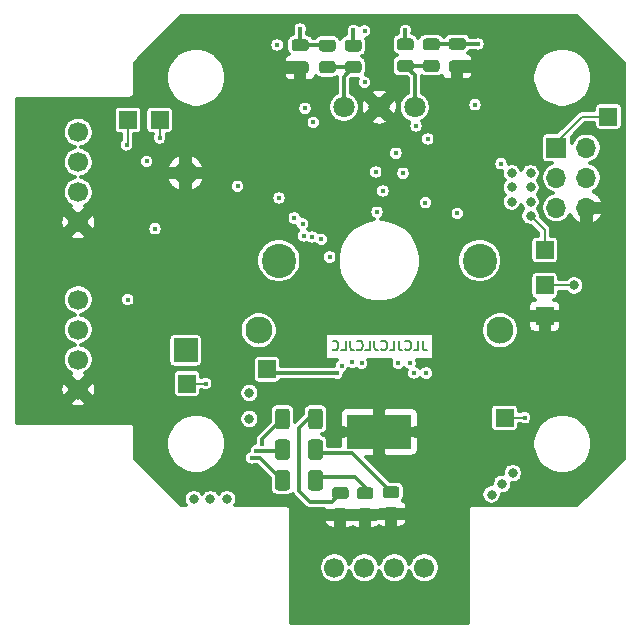
<source format=gbl>
G04 #@! TF.GenerationSoftware,KiCad,Pcbnew,(5.1.12)-1*
G04 #@! TF.CreationDate,2022-08-25T21:37:31-05:00*
G04 #@! TF.ProjectId,Stepper_Motor_Controller,53746570-7065-4725-9f4d-6f746f725f43,rev?*
G04 #@! TF.SameCoordinates,Original*
G04 #@! TF.FileFunction,Copper,L4,Bot*
G04 #@! TF.FilePolarity,Positive*
%FSLAX46Y46*%
G04 Gerber Fmt 4.6, Leading zero omitted, Abs format (unit mm)*
G04 Created by KiCad (PCBNEW (5.1.12)-1) date 2022-08-25 21:37:31*
%MOMM*%
%LPD*%
G01*
G04 APERTURE LIST*
G04 #@! TA.AperFunction,NonConductor*
%ADD10C,0.150000*%
G04 #@! TD*
G04 #@! TA.AperFunction,SMDPad,CuDef*
%ADD11R,1.500000X1.500000*%
G04 #@! TD*
G04 #@! TA.AperFunction,ComponentPad*
%ADD12C,1.700000*%
G04 #@! TD*
G04 #@! TA.AperFunction,ComponentPad*
%ADD13O,2.000000X2.000000*%
G04 #@! TD*
G04 #@! TA.AperFunction,ComponentPad*
%ADD14R,2.000000X2.000000*%
G04 #@! TD*
G04 #@! TA.AperFunction,ComponentPad*
%ADD15C,1.800000*%
G04 #@! TD*
G04 #@! TA.AperFunction,ComponentPad*
%ADD16C,2.300000*%
G04 #@! TD*
G04 #@! TA.AperFunction,ComponentPad*
%ADD17C,2.900000*%
G04 #@! TD*
G04 #@! TA.AperFunction,SMDPad,CuDef*
%ADD18R,5.400000X2.850000*%
G04 #@! TD*
G04 #@! TA.AperFunction,ComponentPad*
%ADD19C,0.600000*%
G04 #@! TD*
G04 #@! TA.AperFunction,ComponentPad*
%ADD20O,1.700000X1.700000*%
G04 #@! TD*
G04 #@! TA.AperFunction,ComponentPad*
%ADD21R,1.700000X1.700000*%
G04 #@! TD*
G04 #@! TA.AperFunction,ViaPad*
%ADD22C,0.400000*%
G04 #@! TD*
G04 #@! TA.AperFunction,ViaPad*
%ADD23C,0.800000*%
G04 #@! TD*
G04 #@! TA.AperFunction,Conductor*
%ADD24C,0.300000*%
G04 #@! TD*
G04 #@! TA.AperFunction,Conductor*
%ADD25C,0.200000*%
G04 #@! TD*
G04 #@! TA.AperFunction,Conductor*
%ADD26C,0.100000*%
G04 #@! TD*
G04 APERTURE END LIST*
D10*
X103695238Y-106761904D02*
X103695238Y-107333333D01*
X103733333Y-107447619D01*
X103809523Y-107523809D01*
X103923809Y-107561904D01*
X104000000Y-107561904D01*
X102933333Y-107561904D02*
X103314285Y-107561904D01*
X103314285Y-106761904D01*
X102209523Y-107485714D02*
X102247619Y-107523809D01*
X102361904Y-107561904D01*
X102438095Y-107561904D01*
X102552380Y-107523809D01*
X102628571Y-107447619D01*
X102666666Y-107371428D01*
X102704761Y-107219047D01*
X102704761Y-107104761D01*
X102666666Y-106952380D01*
X102628571Y-106876190D01*
X102552380Y-106800000D01*
X102438095Y-106761904D01*
X102361904Y-106761904D01*
X102247619Y-106800000D01*
X102209523Y-106838095D01*
X101638095Y-106761904D02*
X101638095Y-107333333D01*
X101676190Y-107447619D01*
X101752380Y-107523809D01*
X101866666Y-107561904D01*
X101942857Y-107561904D01*
X100876190Y-107561904D02*
X101257142Y-107561904D01*
X101257142Y-106761904D01*
X100152380Y-107485714D02*
X100190476Y-107523809D01*
X100304761Y-107561904D01*
X100380952Y-107561904D01*
X100495238Y-107523809D01*
X100571428Y-107447619D01*
X100609523Y-107371428D01*
X100647619Y-107219047D01*
X100647619Y-107104761D01*
X100609523Y-106952380D01*
X100571428Y-106876190D01*
X100495238Y-106800000D01*
X100380952Y-106761904D01*
X100304761Y-106761904D01*
X100190476Y-106800000D01*
X100152380Y-106838095D01*
X99580952Y-106761904D02*
X99580952Y-107333333D01*
X99619047Y-107447619D01*
X99695238Y-107523809D01*
X99809523Y-107561904D01*
X99885714Y-107561904D01*
X98819047Y-107561904D02*
X99200000Y-107561904D01*
X99200000Y-106761904D01*
X98095238Y-107485714D02*
X98133333Y-107523809D01*
X98247619Y-107561904D01*
X98323809Y-107561904D01*
X98438095Y-107523809D01*
X98514285Y-107447619D01*
X98552380Y-107371428D01*
X98590476Y-107219047D01*
X98590476Y-107104761D01*
X98552380Y-106952380D01*
X98514285Y-106876190D01*
X98438095Y-106800000D01*
X98323809Y-106761904D01*
X98247619Y-106761904D01*
X98133333Y-106800000D01*
X98095238Y-106838095D01*
X97523809Y-106761904D02*
X97523809Y-107333333D01*
X97561904Y-107447619D01*
X97638095Y-107523809D01*
X97752380Y-107561904D01*
X97828571Y-107561904D01*
X96761904Y-107561904D02*
X97142857Y-107561904D01*
X97142857Y-106761904D01*
X96038095Y-107485714D02*
X96076190Y-107523809D01*
X96190476Y-107561904D01*
X96266666Y-107561904D01*
X96380952Y-107523809D01*
X96457142Y-107447619D01*
X96495238Y-107371428D01*
X96533333Y-107219047D01*
X96533333Y-107104761D01*
X96495238Y-106952380D01*
X96457142Y-106876190D01*
X96380952Y-106800000D01*
X96266666Y-106761904D01*
X96190476Y-106761904D01*
X96076190Y-106800000D01*
X96038095Y-106838095D01*
D11*
X114000000Y-104700000D03*
X114000000Y-102100000D03*
X114000000Y-99100000D03*
G04 #@! TA.AperFunction,SMDPad,CuDef*
G36*
G01*
X96249999Y-121000000D02*
X97150001Y-121000000D01*
G75*
G02*
X97400000Y-121249999I0J-249999D01*
G01*
X97400000Y-121775001D01*
G75*
G02*
X97150001Y-122025000I-249999J0D01*
G01*
X96249999Y-122025000D01*
G75*
G02*
X96000000Y-121775001I0J249999D01*
G01*
X96000000Y-121249999D01*
G75*
G02*
X96249999Y-121000000I249999J0D01*
G01*
G37*
G04 #@! TD.AperFunction*
G04 #@! TA.AperFunction,SMDPad,CuDef*
G36*
G01*
X96249999Y-119175000D02*
X97150001Y-119175000D01*
G75*
G02*
X97400000Y-119424999I0J-249999D01*
G01*
X97400000Y-119950001D01*
G75*
G02*
X97150001Y-120200000I-249999J0D01*
G01*
X96249999Y-120200000D01*
G75*
G02*
X96000000Y-119950001I0J249999D01*
G01*
X96000000Y-119424999D01*
G75*
G02*
X96249999Y-119175000I249999J0D01*
G01*
G37*
G04 #@! TD.AperFunction*
G04 #@! TA.AperFunction,SMDPad,CuDef*
G36*
G01*
X100549999Y-120912500D02*
X101450001Y-120912500D01*
G75*
G02*
X101700000Y-121162499I0J-249999D01*
G01*
X101700000Y-121687501D01*
G75*
G02*
X101450001Y-121937500I-249999J0D01*
G01*
X100549999Y-121937500D01*
G75*
G02*
X100300000Y-121687501I0J249999D01*
G01*
X100300000Y-121162499D01*
G75*
G02*
X100549999Y-120912500I249999J0D01*
G01*
G37*
G04 #@! TD.AperFunction*
G04 #@! TA.AperFunction,SMDPad,CuDef*
G36*
G01*
X100549999Y-119087500D02*
X101450001Y-119087500D01*
G75*
G02*
X101700000Y-119337499I0J-249999D01*
G01*
X101700000Y-119862501D01*
G75*
G02*
X101450001Y-120112500I-249999J0D01*
G01*
X100549999Y-120112500D01*
G75*
G02*
X100300000Y-119862501I0J249999D01*
G01*
X100300000Y-119337499D01*
G75*
G02*
X100549999Y-119087500I249999J0D01*
G01*
G37*
G04 #@! TD.AperFunction*
G04 #@! TA.AperFunction,SMDPad,CuDef*
G36*
G01*
X98349999Y-121000000D02*
X99250001Y-121000000D01*
G75*
G02*
X99500000Y-121249999I0J-249999D01*
G01*
X99500000Y-121775001D01*
G75*
G02*
X99250001Y-122025000I-249999J0D01*
G01*
X98349999Y-122025000D01*
G75*
G02*
X98100000Y-121775001I0J249999D01*
G01*
X98100000Y-121249999D01*
G75*
G02*
X98349999Y-121000000I249999J0D01*
G01*
G37*
G04 #@! TD.AperFunction*
G04 #@! TA.AperFunction,SMDPad,CuDef*
G36*
G01*
X98349999Y-119175000D02*
X99250001Y-119175000D01*
G75*
G02*
X99500000Y-119424999I0J-249999D01*
G01*
X99500000Y-119950001D01*
G75*
G02*
X99250001Y-120200000I-249999J0D01*
G01*
X98349999Y-120200000D01*
G75*
G02*
X98100000Y-119950001I0J249999D01*
G01*
X98100000Y-119424999D01*
G75*
G02*
X98349999Y-119175000I249999J0D01*
G01*
G37*
G04 #@! TD.AperFunction*
G04 #@! TA.AperFunction,SMDPad,CuDef*
G36*
G01*
X92425000Y-112775000D02*
X92425000Y-114025000D01*
G75*
G02*
X92175000Y-114275000I-250000J0D01*
G01*
X91425000Y-114275000D01*
G75*
G02*
X91175000Y-114025000I0J250000D01*
G01*
X91175000Y-112775000D01*
G75*
G02*
X91425000Y-112525000I250000J0D01*
G01*
X92175000Y-112525000D01*
G75*
G02*
X92425000Y-112775000I0J-250000D01*
G01*
G37*
G04 #@! TD.AperFunction*
G04 #@! TA.AperFunction,SMDPad,CuDef*
G36*
G01*
X95225000Y-112775000D02*
X95225000Y-114025000D01*
G75*
G02*
X94975000Y-114275000I-250000J0D01*
G01*
X94225000Y-114275000D01*
G75*
G02*
X93975000Y-114025000I0J250000D01*
G01*
X93975000Y-112775000D01*
G75*
G02*
X94225000Y-112525000I250000J0D01*
G01*
X94975000Y-112525000D01*
G75*
G02*
X95225000Y-112775000I0J-250000D01*
G01*
G37*
G04 #@! TD.AperFunction*
G04 #@! TA.AperFunction,SMDPad,CuDef*
G36*
G01*
X92425000Y-115375000D02*
X92425000Y-116625000D01*
G75*
G02*
X92175000Y-116875000I-250000J0D01*
G01*
X91425000Y-116875000D01*
G75*
G02*
X91175000Y-116625000I0J250000D01*
G01*
X91175000Y-115375000D01*
G75*
G02*
X91425000Y-115125000I250000J0D01*
G01*
X92175000Y-115125000D01*
G75*
G02*
X92425000Y-115375000I0J-250000D01*
G01*
G37*
G04 #@! TD.AperFunction*
G04 #@! TA.AperFunction,SMDPad,CuDef*
G36*
G01*
X95225000Y-115375000D02*
X95225000Y-116625000D01*
G75*
G02*
X94975000Y-116875000I-250000J0D01*
G01*
X94225000Y-116875000D01*
G75*
G02*
X93975000Y-116625000I0J250000D01*
G01*
X93975000Y-115375000D01*
G75*
G02*
X94225000Y-115125000I250000J0D01*
G01*
X94975000Y-115125000D01*
G75*
G02*
X95225000Y-115375000I0J-250000D01*
G01*
G37*
G04 #@! TD.AperFunction*
G04 #@! TA.AperFunction,SMDPad,CuDef*
G36*
G01*
X92425000Y-117975000D02*
X92425000Y-119225000D01*
G75*
G02*
X92175000Y-119475000I-250000J0D01*
G01*
X91425000Y-119475000D01*
G75*
G02*
X91175000Y-119225000I0J250000D01*
G01*
X91175000Y-117975000D01*
G75*
G02*
X91425000Y-117725000I250000J0D01*
G01*
X92175000Y-117725000D01*
G75*
G02*
X92425000Y-117975000I0J-250000D01*
G01*
G37*
G04 #@! TD.AperFunction*
G04 #@! TA.AperFunction,SMDPad,CuDef*
G36*
G01*
X95225000Y-117975000D02*
X95225000Y-119225000D01*
G75*
G02*
X94975000Y-119475000I-250000J0D01*
G01*
X94225000Y-119475000D01*
G75*
G02*
X93975000Y-119225000I0J250000D01*
G01*
X93975000Y-117975000D01*
G75*
G02*
X94225000Y-117725000I250000J0D01*
G01*
X94975000Y-117725000D01*
G75*
G02*
X95225000Y-117975000I0J-250000D01*
G01*
G37*
G04 #@! TD.AperFunction*
X78700000Y-88100000D03*
X81400000Y-88100000D03*
X119400000Y-87800000D03*
X83700000Y-110400000D03*
X90500000Y-109200000D03*
X110600000Y-113300000D03*
G04 #@! TA.AperFunction,SMDPad,CuDef*
G36*
G01*
X95149999Y-83100000D02*
X96050001Y-83100000D01*
G75*
G02*
X96300000Y-83349999I0J-249999D01*
G01*
X96300000Y-83875001D01*
G75*
G02*
X96050001Y-84125000I-249999J0D01*
G01*
X95149999Y-84125000D01*
G75*
G02*
X94900000Y-83875001I0J249999D01*
G01*
X94900000Y-83349999D01*
G75*
G02*
X95149999Y-83100000I249999J0D01*
G01*
G37*
G04 #@! TD.AperFunction*
G04 #@! TA.AperFunction,SMDPad,CuDef*
G36*
G01*
X95149999Y-81275000D02*
X96050001Y-81275000D01*
G75*
G02*
X96300000Y-81524999I0J-249999D01*
G01*
X96300000Y-82050001D01*
G75*
G02*
X96050001Y-82300000I-249999J0D01*
G01*
X95149999Y-82300000D01*
G75*
G02*
X94900000Y-82050001I0J249999D01*
G01*
X94900000Y-81524999D01*
G75*
G02*
X95149999Y-81275000I249999J0D01*
G01*
G37*
G04 #@! TD.AperFunction*
G04 #@! TA.AperFunction,SMDPad,CuDef*
G36*
G01*
X103949999Y-83000000D02*
X104850001Y-83000000D01*
G75*
G02*
X105100000Y-83249999I0J-249999D01*
G01*
X105100000Y-83775001D01*
G75*
G02*
X104850001Y-84025000I-249999J0D01*
G01*
X103949999Y-84025000D01*
G75*
G02*
X103700000Y-83775001I0J249999D01*
G01*
X103700000Y-83249999D01*
G75*
G02*
X103949999Y-83000000I249999J0D01*
G01*
G37*
G04 #@! TD.AperFunction*
G04 #@! TA.AperFunction,SMDPad,CuDef*
G36*
G01*
X103949999Y-81175000D02*
X104850001Y-81175000D01*
G75*
G02*
X105100000Y-81424999I0J-249999D01*
G01*
X105100000Y-81950001D01*
G75*
G02*
X104850001Y-82200000I-249999J0D01*
G01*
X103949999Y-82200000D01*
G75*
G02*
X103700000Y-81950001I0J249999D01*
G01*
X103700000Y-81424999D01*
G75*
G02*
X103949999Y-81175000I249999J0D01*
G01*
G37*
G04 #@! TD.AperFunction*
G04 #@! TA.AperFunction,SMDPad,CuDef*
G36*
G01*
X97349999Y-83100000D02*
X98250001Y-83100000D01*
G75*
G02*
X98500000Y-83349999I0J-249999D01*
G01*
X98500000Y-83875001D01*
G75*
G02*
X98250001Y-84125000I-249999J0D01*
G01*
X97349999Y-84125000D01*
G75*
G02*
X97100000Y-83875001I0J249999D01*
G01*
X97100000Y-83349999D01*
G75*
G02*
X97349999Y-83100000I249999J0D01*
G01*
G37*
G04 #@! TD.AperFunction*
G04 #@! TA.AperFunction,SMDPad,CuDef*
G36*
G01*
X97349999Y-81275000D02*
X98250001Y-81275000D01*
G75*
G02*
X98500000Y-81524999I0J-249999D01*
G01*
X98500000Y-82050001D01*
G75*
G02*
X98250001Y-82300000I-249999J0D01*
G01*
X97349999Y-82300000D01*
G75*
G02*
X97100000Y-82050001I0J249999D01*
G01*
X97100000Y-81524999D01*
G75*
G02*
X97349999Y-81275000I249999J0D01*
G01*
G37*
G04 #@! TD.AperFunction*
G04 #@! TA.AperFunction,SMDPad,CuDef*
G36*
G01*
X101749999Y-83000000D02*
X102650001Y-83000000D01*
G75*
G02*
X102900000Y-83249999I0J-249999D01*
G01*
X102900000Y-83775001D01*
G75*
G02*
X102650001Y-84025000I-249999J0D01*
G01*
X101749999Y-84025000D01*
G75*
G02*
X101500000Y-83775001I0J249999D01*
G01*
X101500000Y-83249999D01*
G75*
G02*
X101749999Y-83000000I249999J0D01*
G01*
G37*
G04 #@! TD.AperFunction*
G04 #@! TA.AperFunction,SMDPad,CuDef*
G36*
G01*
X101749999Y-81175000D02*
X102650001Y-81175000D01*
G75*
G02*
X102900000Y-81424999I0J-249999D01*
G01*
X102900000Y-81950001D01*
G75*
G02*
X102650001Y-82200000I-249999J0D01*
G01*
X101749999Y-82200000D01*
G75*
G02*
X101500000Y-81950001I0J249999D01*
G01*
X101500000Y-81424999D01*
G75*
G02*
X101749999Y-81175000I249999J0D01*
G01*
G37*
G04 #@! TD.AperFunction*
D12*
X74500000Y-103290000D03*
X74500000Y-105830000D03*
X74500000Y-110910000D03*
X74500000Y-108370000D03*
X74500000Y-89120000D03*
X74500000Y-91660000D03*
X74500000Y-96740000D03*
X74500000Y-94200000D03*
D13*
X83600000Y-92600000D03*
D14*
X83600000Y-107600000D03*
D15*
X103000000Y-87000000D03*
X97000000Y-87000000D03*
X100000000Y-87000000D03*
D16*
X110220000Y-105900000D03*
D17*
X108500000Y-100000000D03*
X91500000Y-100000000D03*
D16*
X89780000Y-105900000D03*
D12*
X96190000Y-126000000D03*
X98730000Y-126000000D03*
X103810000Y-126000000D03*
X101270000Y-126000000D03*
G04 #@! TA.AperFunction,SMDPad,CuDef*
G36*
G01*
X106125000Y-83050000D02*
X107075000Y-83050000D01*
G75*
G02*
X107325000Y-83300000I0J-250000D01*
G01*
X107325000Y-83800000D01*
G75*
G02*
X107075000Y-84050000I-250000J0D01*
G01*
X106125000Y-84050000D01*
G75*
G02*
X105875000Y-83800000I0J250000D01*
G01*
X105875000Y-83300000D01*
G75*
G02*
X106125000Y-83050000I250000J0D01*
G01*
G37*
G04 #@! TD.AperFunction*
G04 #@! TA.AperFunction,SMDPad,CuDef*
G36*
G01*
X106125000Y-81150000D02*
X107075000Y-81150000D01*
G75*
G02*
X107325000Y-81400000I0J-250000D01*
G01*
X107325000Y-81900000D01*
G75*
G02*
X107075000Y-82150000I-250000J0D01*
G01*
X106125000Y-82150000D01*
G75*
G02*
X105875000Y-81900000I0J250000D01*
G01*
X105875000Y-81400000D01*
G75*
G02*
X106125000Y-81150000I250000J0D01*
G01*
G37*
G04 #@! TD.AperFunction*
G04 #@! TA.AperFunction,SMDPad,CuDef*
G36*
G01*
X92825000Y-83150000D02*
X93775000Y-83150000D01*
G75*
G02*
X94025000Y-83400000I0J-250000D01*
G01*
X94025000Y-83900000D01*
G75*
G02*
X93775000Y-84150000I-250000J0D01*
G01*
X92825000Y-84150000D01*
G75*
G02*
X92575000Y-83900000I0J250000D01*
G01*
X92575000Y-83400000D01*
G75*
G02*
X92825000Y-83150000I250000J0D01*
G01*
G37*
G04 #@! TD.AperFunction*
G04 #@! TA.AperFunction,SMDPad,CuDef*
G36*
G01*
X92825000Y-81250000D02*
X93775000Y-81250000D01*
G75*
G02*
X94025000Y-81500000I0J-250000D01*
G01*
X94025000Y-82000000D01*
G75*
G02*
X93775000Y-82250000I-250000J0D01*
G01*
X92825000Y-82250000D01*
G75*
G02*
X92575000Y-82000000I0J250000D01*
G01*
X92575000Y-81500000D01*
G75*
G02*
X92825000Y-81250000I250000J0D01*
G01*
G37*
G04 #@! TD.AperFunction*
D18*
X100000000Y-114500000D03*
D19*
X102400000Y-113375000D03*
X102400000Y-115625000D03*
X100800000Y-113375000D03*
X100800000Y-115625000D03*
X99200000Y-113375000D03*
X99200000Y-115625000D03*
X97600000Y-113375000D03*
X97600000Y-115625000D03*
D20*
X117540000Y-95530000D03*
X115000000Y-95530000D03*
X117540000Y-92990000D03*
X115000000Y-92990000D03*
X117540000Y-90450000D03*
D21*
X115000000Y-90450000D03*
D22*
X94900000Y-93900000D03*
X94900000Y-91400000D03*
X96300000Y-92600000D03*
X93500000Y-92600000D03*
D23*
X115100000Y-110100000D03*
X117900000Y-110100000D03*
X117900000Y-106700000D03*
X115100000Y-106700000D03*
X93400000Y-128200000D03*
X96040000Y-128200000D03*
X98680000Y-128200000D03*
X101320000Y-128200000D03*
X103960000Y-128200000D03*
X106600000Y-128200000D03*
X93400000Y-129700000D03*
X96040000Y-129700000D03*
X98680000Y-129700000D03*
X101320000Y-129700000D03*
X103960000Y-129700000D03*
X106600000Y-129700000D03*
D22*
X87100000Y-94500000D03*
X90300000Y-83700000D03*
X104250000Y-113350000D03*
X110600000Y-110100000D03*
X108400000Y-82700000D03*
X108350000Y-83550000D03*
X91900000Y-83300000D03*
X94000000Y-84900000D03*
X81300000Y-101100000D03*
X81200000Y-96400000D03*
X78800000Y-99600000D03*
X80387500Y-110612500D03*
X115550000Y-97550000D03*
X117450000Y-97550000D03*
D23*
X106100000Y-116300000D03*
X110200000Y-116550000D03*
X88400000Y-118500000D03*
X96200000Y-113499998D03*
X112800000Y-92600000D03*
D22*
X88000000Y-93700000D03*
X93700000Y-87100000D03*
X80300000Y-91600000D03*
X91350000Y-81750000D03*
X97800000Y-80500000D03*
X102200000Y-80500000D03*
X81000000Y-97300000D03*
D23*
X111200000Y-92600000D03*
X111200000Y-93800000D03*
X111200000Y-95000000D03*
X112800000Y-95000000D03*
X112800000Y-96200000D03*
X112800000Y-93800000D03*
D22*
X108100000Y-86800000D03*
X92799996Y-96400000D03*
X98750000Y-84900000D03*
X93500000Y-96900000D03*
X98750000Y-80550000D03*
X93300000Y-80400000D03*
X108350000Y-81650000D03*
D23*
X111300000Y-118000000D03*
X110400000Y-118900000D03*
X109500000Y-119800000D03*
X89000000Y-113400000D03*
X89000000Y-111200000D03*
D22*
X78700000Y-103300000D03*
D23*
X116500000Y-102100000D03*
X84300000Y-120200000D03*
X85700000Y-120200000D03*
X87100000Y-120200000D03*
D22*
X99700000Y-92500000D03*
X110300000Y-91800000D03*
X96425000Y-109525000D03*
X101400000Y-90900000D03*
X96800000Y-108900000D03*
X97700000Y-108600000D03*
X102000000Y-92600000D03*
X103900000Y-95100000D03*
X98500000Y-108699999D03*
X99800000Y-95900000D03*
X100300000Y-94100000D03*
X95800000Y-99700000D03*
X94400000Y-88300000D03*
X101600000Y-108700000D03*
X103100000Y-88600000D03*
X102600000Y-108700000D03*
X104100000Y-89700000D03*
X102925000Y-109500000D03*
X106600000Y-96000000D03*
X103975006Y-109525000D03*
X112300000Y-113300000D03*
X78600000Y-90200000D03*
X81400000Y-89600000D03*
X91500000Y-94700000D03*
X85300000Y-110400000D03*
X89200000Y-116700000D03*
X93600000Y-97900000D03*
X89600000Y-116100000D03*
X94300000Y-98000000D03*
X90100000Y-115500000D03*
X95100000Y-98200000D03*
D24*
X106600000Y-83550000D02*
X108350000Y-83550000D01*
X108350000Y-83550000D02*
X108350000Y-83550000D01*
X93300000Y-83650000D02*
X92250000Y-83650000D01*
X92250000Y-83650000D02*
X91900000Y-83300000D01*
X91900000Y-83300000D02*
X91900000Y-83300000D01*
D25*
X114000000Y-105600000D02*
X115100000Y-106700000D01*
X114000000Y-104700000D02*
X114000000Y-105600000D01*
D24*
X97800000Y-81787500D02*
X97800000Y-80500000D01*
X97800000Y-80500000D02*
X97800000Y-80500000D01*
X102200000Y-81687500D02*
X102200000Y-80500000D01*
X102200000Y-80500000D02*
X102200000Y-80500000D01*
D25*
X114000000Y-97400000D02*
X112800000Y-96200000D01*
X114000000Y-99100000D02*
X114000000Y-97400000D01*
X115000000Y-90000000D02*
X115000000Y-90450000D01*
D24*
X95562500Y-81750000D02*
X95600000Y-81787500D01*
X93300000Y-81750000D02*
X95562500Y-81750000D01*
X93300000Y-81750000D02*
X93300000Y-80400000D01*
X93300000Y-80400000D02*
X93300000Y-80400000D01*
X106562500Y-81687500D02*
X106600000Y-81650000D01*
X104400000Y-81687500D02*
X106562500Y-81687500D01*
X106600000Y-81650000D02*
X108350000Y-81650000D01*
X108350000Y-81650000D02*
X108350000Y-81650000D01*
X103000000Y-84312500D02*
X102200000Y-83512500D01*
X103000000Y-87000000D02*
X103000000Y-84312500D01*
X102200000Y-83512500D02*
X104400000Y-83512500D01*
X97000000Y-84412500D02*
X97800000Y-83612500D01*
X97000000Y-87000000D02*
X97000000Y-84412500D01*
X95600000Y-83612500D02*
X97800000Y-83612500D01*
D25*
X114000000Y-102100000D02*
X116500000Y-102100000D01*
D24*
X90825000Y-109525000D02*
X90500000Y-109200000D01*
X96425000Y-109525000D02*
X90825000Y-109525000D01*
D25*
X110600000Y-113300000D02*
X112300000Y-113300000D01*
X78700000Y-90100000D02*
X78600000Y-90200000D01*
X78700000Y-88100000D02*
X78700000Y-90100000D01*
X81400000Y-88100000D02*
X81400000Y-89600000D01*
X119400000Y-87800000D02*
X117200000Y-87800000D01*
X117200000Y-87800000D02*
X115000000Y-90000000D01*
X83700000Y-110400000D02*
X85300000Y-110400000D01*
X85300000Y-110400000D02*
X85300000Y-110400000D01*
X89200000Y-116700000D02*
X89200000Y-116700000D01*
D24*
X89900000Y-116700000D02*
X91800000Y-118600000D01*
X89200000Y-116700000D02*
X89900000Y-116700000D01*
X98800000Y-119200000D02*
X98800000Y-119687500D01*
X97900000Y-118300000D02*
X98800000Y-119200000D01*
X94900000Y-118300000D02*
X97900000Y-118300000D01*
X94600000Y-118600000D02*
X94900000Y-118300000D01*
D25*
X89600000Y-116100000D02*
X89600000Y-116100000D01*
D24*
X91700000Y-116100000D02*
X91800000Y-116000000D01*
X89600000Y-116100000D02*
X91700000Y-116100000D01*
X97675001Y-116275001D02*
X101000000Y-119600000D01*
X94875001Y-116275001D02*
X97675001Y-116275001D01*
X94600000Y-116000000D02*
X94875001Y-116275001D01*
D25*
X90100000Y-115500000D02*
X90100000Y-115500000D01*
D24*
X90100000Y-115100000D02*
X91800000Y-113400000D01*
X90100000Y-115500000D02*
X90100000Y-115100000D01*
X95987500Y-120400000D02*
X96700000Y-119687500D01*
X94100000Y-120400000D02*
X95987500Y-120400000D01*
X93200000Y-119500000D02*
X94100000Y-120400000D01*
X93200000Y-114175000D02*
X93200000Y-119500000D01*
X93975000Y-113400000D02*
X93200000Y-114175000D01*
X94600000Y-113400000D02*
X93975000Y-113400000D01*
X120675001Y-83236753D02*
X120675000Y-99976668D01*
X120675000Y-99976669D01*
X120675001Y-116763247D01*
X116763250Y-120675000D01*
X107983332Y-120675000D01*
X107960000Y-120672702D01*
X107936668Y-120675000D01*
X107866884Y-120681873D01*
X107777346Y-120709034D01*
X107694827Y-120753141D01*
X107622499Y-120812499D01*
X107563141Y-120884827D01*
X107519034Y-120967346D01*
X107491873Y-121056884D01*
X107482702Y-121150000D01*
X107485000Y-121173332D01*
X107485001Y-130675000D01*
X92515000Y-130675000D01*
X92515000Y-125871961D01*
X94890000Y-125871961D01*
X94890000Y-126128039D01*
X94939958Y-126379196D01*
X95037955Y-126615781D01*
X95180224Y-126828702D01*
X95361298Y-127009776D01*
X95574219Y-127152045D01*
X95810804Y-127250042D01*
X96061961Y-127300000D01*
X96318039Y-127300000D01*
X96569196Y-127250042D01*
X96805781Y-127152045D01*
X97018702Y-127009776D01*
X97199776Y-126828702D01*
X97342045Y-126615781D01*
X97440042Y-126379196D01*
X97460000Y-126278860D01*
X97479958Y-126379196D01*
X97577955Y-126615781D01*
X97720224Y-126828702D01*
X97901298Y-127009776D01*
X98114219Y-127152045D01*
X98350804Y-127250042D01*
X98601961Y-127300000D01*
X98858039Y-127300000D01*
X99109196Y-127250042D01*
X99345781Y-127152045D01*
X99558702Y-127009776D01*
X99739776Y-126828702D01*
X99882045Y-126615781D01*
X99980042Y-126379196D01*
X100000000Y-126278860D01*
X100019958Y-126379196D01*
X100117955Y-126615781D01*
X100260224Y-126828702D01*
X100441298Y-127009776D01*
X100654219Y-127152045D01*
X100890804Y-127250042D01*
X101141961Y-127300000D01*
X101398039Y-127300000D01*
X101649196Y-127250042D01*
X101885781Y-127152045D01*
X102098702Y-127009776D01*
X102279776Y-126828702D01*
X102422045Y-126615781D01*
X102520042Y-126379196D01*
X102540000Y-126278860D01*
X102559958Y-126379196D01*
X102657955Y-126615781D01*
X102800224Y-126828702D01*
X102981298Y-127009776D01*
X103194219Y-127152045D01*
X103430804Y-127250042D01*
X103681961Y-127300000D01*
X103938039Y-127300000D01*
X104189196Y-127250042D01*
X104425781Y-127152045D01*
X104638702Y-127009776D01*
X104819776Y-126828702D01*
X104962045Y-126615781D01*
X105060042Y-126379196D01*
X105110000Y-126128039D01*
X105110000Y-125871961D01*
X105060042Y-125620804D01*
X104962045Y-125384219D01*
X104819776Y-125171298D01*
X104638702Y-124990224D01*
X104425781Y-124847955D01*
X104189196Y-124749958D01*
X103938039Y-124700000D01*
X103681961Y-124700000D01*
X103430804Y-124749958D01*
X103194219Y-124847955D01*
X102981298Y-124990224D01*
X102800224Y-125171298D01*
X102657955Y-125384219D01*
X102559958Y-125620804D01*
X102540000Y-125721140D01*
X102520042Y-125620804D01*
X102422045Y-125384219D01*
X102279776Y-125171298D01*
X102098702Y-124990224D01*
X101885781Y-124847955D01*
X101649196Y-124749958D01*
X101398039Y-124700000D01*
X101141961Y-124700000D01*
X100890804Y-124749958D01*
X100654219Y-124847955D01*
X100441298Y-124990224D01*
X100260224Y-125171298D01*
X100117955Y-125384219D01*
X100019958Y-125620804D01*
X100000000Y-125721140D01*
X99980042Y-125620804D01*
X99882045Y-125384219D01*
X99739776Y-125171298D01*
X99558702Y-124990224D01*
X99345781Y-124847955D01*
X99109196Y-124749958D01*
X98858039Y-124700000D01*
X98601961Y-124700000D01*
X98350804Y-124749958D01*
X98114219Y-124847955D01*
X97901298Y-124990224D01*
X97720224Y-125171298D01*
X97577955Y-125384219D01*
X97479958Y-125620804D01*
X97460000Y-125721140D01*
X97440042Y-125620804D01*
X97342045Y-125384219D01*
X97199776Y-125171298D01*
X97018702Y-124990224D01*
X96805781Y-124847955D01*
X96569196Y-124749958D01*
X96318039Y-124700000D01*
X96061961Y-124700000D01*
X95810804Y-124749958D01*
X95574219Y-124847955D01*
X95361298Y-124990224D01*
X95180224Y-125171298D01*
X95037955Y-125384219D01*
X94939958Y-125620804D01*
X94890000Y-125871961D01*
X92515000Y-125871961D01*
X92515000Y-122027000D01*
X95342000Y-122027000D01*
X95351646Y-122154621D01*
X95389392Y-122278618D01*
X95450603Y-122392868D01*
X95532927Y-122492982D01*
X95633200Y-122575111D01*
X95747570Y-122636100D01*
X95871640Y-122673605D01*
X96000643Y-122686184D01*
X96185500Y-122683000D01*
X96350000Y-122518500D01*
X96350000Y-121862500D01*
X97050000Y-121862500D01*
X97050000Y-122518500D01*
X97214500Y-122683000D01*
X97399357Y-122686184D01*
X97528360Y-122673605D01*
X97652430Y-122636100D01*
X97750000Y-122584070D01*
X97847570Y-122636100D01*
X97971640Y-122673605D01*
X98100643Y-122686184D01*
X98285500Y-122683000D01*
X98450000Y-122518500D01*
X98450000Y-121862500D01*
X99150000Y-121862500D01*
X99150000Y-122518500D01*
X99314500Y-122683000D01*
X99499357Y-122686184D01*
X99628360Y-122673605D01*
X99752430Y-122636100D01*
X99866800Y-122575111D01*
X99957688Y-122500669D01*
X100047570Y-122548600D01*
X100171640Y-122586105D01*
X100300643Y-122598684D01*
X100485500Y-122595500D01*
X100650000Y-122431000D01*
X100650000Y-121775000D01*
X101350000Y-121775000D01*
X101350000Y-122431000D01*
X101514500Y-122595500D01*
X101699357Y-122598684D01*
X101828360Y-122586105D01*
X101952430Y-122548600D01*
X102066800Y-122487611D01*
X102167073Y-122405482D01*
X102249397Y-122305368D01*
X102310608Y-122191118D01*
X102348354Y-122067121D01*
X102358000Y-121939500D01*
X102193500Y-121775000D01*
X101350000Y-121775000D01*
X100650000Y-121775000D01*
X99806500Y-121775000D01*
X99719000Y-121862500D01*
X99150000Y-121862500D01*
X98450000Y-121862500D01*
X97050000Y-121862500D01*
X96350000Y-121862500D01*
X95506500Y-121862500D01*
X95342000Y-122027000D01*
X92515000Y-122027000D01*
X92515000Y-121173332D01*
X92517298Y-121150000D01*
X92508127Y-121056884D01*
X92480966Y-120967346D01*
X92436859Y-120884827D01*
X92377501Y-120812499D01*
X92305173Y-120753141D01*
X92222654Y-120709034D01*
X92133116Y-120681873D01*
X92063332Y-120675000D01*
X92040000Y-120672702D01*
X92016668Y-120675000D01*
X87804901Y-120675000D01*
X87853260Y-120602626D01*
X87917335Y-120447936D01*
X87950000Y-120283718D01*
X87950000Y-120116282D01*
X87917335Y-119952064D01*
X87853260Y-119797374D01*
X87760238Y-119658156D01*
X87641844Y-119539762D01*
X87502626Y-119446740D01*
X87347936Y-119382665D01*
X87183718Y-119350000D01*
X87016282Y-119350000D01*
X86852064Y-119382665D01*
X86697374Y-119446740D01*
X86558156Y-119539762D01*
X86439762Y-119658156D01*
X86400000Y-119717664D01*
X86360238Y-119658156D01*
X86241844Y-119539762D01*
X86102626Y-119446740D01*
X85947936Y-119382665D01*
X85783718Y-119350000D01*
X85616282Y-119350000D01*
X85452064Y-119382665D01*
X85297374Y-119446740D01*
X85158156Y-119539762D01*
X85039762Y-119658156D01*
X85000000Y-119717664D01*
X84960238Y-119658156D01*
X84841844Y-119539762D01*
X84702626Y-119446740D01*
X84547936Y-119382665D01*
X84383718Y-119350000D01*
X84216282Y-119350000D01*
X84052064Y-119382665D01*
X83897374Y-119446740D01*
X83758156Y-119539762D01*
X83639762Y-119658156D01*
X83546740Y-119797374D01*
X83482665Y-119952064D01*
X83450000Y-120116282D01*
X83450000Y-120283718D01*
X83482665Y-120447936D01*
X83546740Y-120602626D01*
X83595099Y-120675000D01*
X83236752Y-120675000D01*
X79325000Y-116763250D01*
X79325000Y-115250546D01*
X81967255Y-115250546D01*
X81967255Y-115749454D01*
X82064587Y-116238775D01*
X82255510Y-116699705D01*
X82532688Y-117114531D01*
X82885469Y-117467312D01*
X83300295Y-117744490D01*
X83761225Y-117935413D01*
X84250546Y-118032745D01*
X84749454Y-118032745D01*
X85238775Y-117935413D01*
X85699705Y-117744490D01*
X86114531Y-117467312D01*
X86467312Y-117114531D01*
X86744490Y-116699705D01*
X86770885Y-116635981D01*
X88550000Y-116635981D01*
X88550000Y-116764019D01*
X88574979Y-116889598D01*
X88623978Y-117007890D01*
X88695112Y-117114351D01*
X88785649Y-117204888D01*
X88892110Y-117276022D01*
X89010402Y-117325021D01*
X89135981Y-117350000D01*
X89264019Y-117350000D01*
X89389598Y-117325021D01*
X89450003Y-117300000D01*
X89651473Y-117300000D01*
X90722823Y-118371351D01*
X90722823Y-119225000D01*
X90736315Y-119361988D01*
X90776273Y-119493712D01*
X90841161Y-119615109D01*
X90928486Y-119721514D01*
X91034891Y-119808839D01*
X91156288Y-119873727D01*
X91288012Y-119913685D01*
X91425000Y-119927177D01*
X92175000Y-119927177D01*
X92311988Y-119913685D01*
X92443712Y-119873727D01*
X92565109Y-119808839D01*
X92648267Y-119740592D01*
X92698705Y-119834955D01*
X92773684Y-119926317D01*
X92796581Y-119945108D01*
X93654891Y-120803419D01*
X93673683Y-120826317D01*
X93765045Y-120901296D01*
X93869279Y-120957010D01*
X93982379Y-120991318D01*
X94099999Y-121002903D01*
X94129473Y-121000000D01*
X95344000Y-121000000D01*
X95506500Y-121162500D01*
X96350000Y-121162500D01*
X96350000Y-121142500D01*
X97050000Y-121142500D01*
X97050000Y-121162500D01*
X98450000Y-121162500D01*
X98450000Y-121142500D01*
X99150000Y-121142500D01*
X99150000Y-121162500D01*
X99993500Y-121162500D01*
X100081000Y-121075000D01*
X100650000Y-121075000D01*
X100650000Y-121055000D01*
X101350000Y-121055000D01*
X101350000Y-121075000D01*
X102193500Y-121075000D01*
X102358000Y-120910500D01*
X102348354Y-120782879D01*
X102310608Y-120658882D01*
X102249397Y-120544632D01*
X102167073Y-120444518D01*
X102066800Y-120362389D01*
X101981204Y-120316744D01*
X102033839Y-120252609D01*
X102098727Y-120131212D01*
X102138685Y-119999489D01*
X102152177Y-119862501D01*
X102152177Y-119716282D01*
X108650000Y-119716282D01*
X108650000Y-119883718D01*
X108682665Y-120047936D01*
X108746740Y-120202626D01*
X108839762Y-120341844D01*
X108958156Y-120460238D01*
X109097374Y-120553260D01*
X109252064Y-120617335D01*
X109416282Y-120650000D01*
X109583718Y-120650000D01*
X109747936Y-120617335D01*
X109902626Y-120553260D01*
X110041844Y-120460238D01*
X110160238Y-120341844D01*
X110253260Y-120202626D01*
X110317335Y-120047936D01*
X110350000Y-119883718D01*
X110350000Y-119750000D01*
X110483718Y-119750000D01*
X110647936Y-119717335D01*
X110802626Y-119653260D01*
X110941844Y-119560238D01*
X111060238Y-119441844D01*
X111153260Y-119302626D01*
X111217335Y-119147936D01*
X111250000Y-118983718D01*
X111250000Y-118850000D01*
X111383718Y-118850000D01*
X111547936Y-118817335D01*
X111702626Y-118753260D01*
X111841844Y-118660238D01*
X111960238Y-118541844D01*
X112053260Y-118402626D01*
X112117335Y-118247936D01*
X112150000Y-118083718D01*
X112150000Y-117916282D01*
X112117335Y-117752064D01*
X112053260Y-117597374D01*
X111960238Y-117458156D01*
X111841844Y-117339762D01*
X111702626Y-117246740D01*
X111547936Y-117182665D01*
X111383718Y-117150000D01*
X111216282Y-117150000D01*
X111052064Y-117182665D01*
X110897374Y-117246740D01*
X110758156Y-117339762D01*
X110639762Y-117458156D01*
X110546740Y-117597374D01*
X110482665Y-117752064D01*
X110450000Y-117916282D01*
X110450000Y-118050000D01*
X110316282Y-118050000D01*
X110152064Y-118082665D01*
X109997374Y-118146740D01*
X109858156Y-118239762D01*
X109739762Y-118358156D01*
X109646740Y-118497374D01*
X109582665Y-118652064D01*
X109550000Y-118816282D01*
X109550000Y-118950000D01*
X109416282Y-118950000D01*
X109252064Y-118982665D01*
X109097374Y-119046740D01*
X108958156Y-119139762D01*
X108839762Y-119258156D01*
X108746740Y-119397374D01*
X108682665Y-119552064D01*
X108650000Y-119716282D01*
X102152177Y-119716282D01*
X102152177Y-119337499D01*
X102138685Y-119200511D01*
X102098727Y-119068788D01*
X102033839Y-118947391D01*
X101946514Y-118840986D01*
X101840109Y-118753661D01*
X101718712Y-118688773D01*
X101586989Y-118648815D01*
X101450001Y-118635323D01*
X100883851Y-118635323D01*
X98832479Y-116583951D01*
X99117826Y-116583536D01*
X99123877Y-116584620D01*
X99186130Y-116583436D01*
X99485500Y-116583000D01*
X99549641Y-116518859D01*
X99637559Y-116482443D01*
X99640512Y-116427988D01*
X99650000Y-116418500D01*
X99650000Y-115862868D01*
X99860376Y-116073244D01*
X100000000Y-116065674D01*
X100139624Y-116073244D01*
X100350000Y-115862868D01*
X100350000Y-116418500D01*
X100359488Y-116427988D01*
X100362441Y-116482443D01*
X100447163Y-116515663D01*
X100514500Y-116583000D01*
X100716479Y-116583294D01*
X100723877Y-116584620D01*
X100788104Y-116583399D01*
X102700000Y-116586184D01*
X102828991Y-116573480D01*
X102953024Y-116535854D01*
X103067334Y-116474754D01*
X103167528Y-116392528D01*
X103249754Y-116292334D01*
X103310854Y-116178024D01*
X103348480Y-116053991D01*
X103361184Y-115925000D01*
X103358826Y-115250546D01*
X112967255Y-115250546D01*
X112967255Y-115749454D01*
X113064587Y-116238775D01*
X113255510Y-116699705D01*
X113532688Y-117114531D01*
X113885469Y-117467312D01*
X114300295Y-117744490D01*
X114761225Y-117935413D01*
X115250546Y-118032745D01*
X115749454Y-118032745D01*
X116238775Y-117935413D01*
X116699705Y-117744490D01*
X117114531Y-117467312D01*
X117467312Y-117114531D01*
X117744490Y-116699705D01*
X117935413Y-116238775D01*
X118032745Y-115749454D01*
X118032745Y-115250546D01*
X117935413Y-114761225D01*
X117744490Y-114300295D01*
X117467312Y-113885469D01*
X117114531Y-113532688D01*
X116699705Y-113255510D01*
X116238775Y-113064587D01*
X115749454Y-112967255D01*
X115250546Y-112967255D01*
X114761225Y-113064587D01*
X114300295Y-113255510D01*
X113885469Y-113532688D01*
X113532688Y-113885469D01*
X113255510Y-114300295D01*
X113064587Y-114761225D01*
X112967255Y-115250546D01*
X103358826Y-115250546D01*
X103358000Y-115014500D01*
X103193500Y-114850000D01*
X102985346Y-114850000D01*
X102832684Y-114697338D01*
X102783616Y-114746406D01*
X102661873Y-114698669D01*
X102476123Y-114665380D01*
X102287448Y-114668968D01*
X102103098Y-114709296D01*
X102015541Y-114745563D01*
X101967316Y-114697338D01*
X101814654Y-114850000D01*
X101385346Y-114850000D01*
X101232684Y-114697338D01*
X101183616Y-114746406D01*
X101061873Y-114698669D01*
X100876123Y-114665380D01*
X100687448Y-114668968D01*
X100503098Y-114709296D01*
X100362441Y-114767557D01*
X100357971Y-114850000D01*
X100350000Y-114850000D01*
X100350000Y-115387132D01*
X100139624Y-115176756D01*
X100000000Y-115184326D01*
X99860376Y-115176756D01*
X99650000Y-115387132D01*
X99650000Y-114850000D01*
X99642029Y-114850000D01*
X99637559Y-114767557D01*
X99461873Y-114698669D01*
X99276123Y-114665380D01*
X99087448Y-114668968D01*
X98903098Y-114709296D01*
X98815541Y-114745563D01*
X98767316Y-114697338D01*
X98614654Y-114850000D01*
X98185346Y-114850000D01*
X98032684Y-114697338D01*
X97983616Y-114746406D01*
X97861873Y-114698669D01*
X97676123Y-114665380D01*
X97487448Y-114668968D01*
X97303098Y-114709296D01*
X97215541Y-114745563D01*
X97167316Y-114697338D01*
X97014654Y-114850000D01*
X96806500Y-114850000D01*
X96642000Y-115014500D01*
X96639690Y-115675001D01*
X95677177Y-115675001D01*
X95677177Y-115375000D01*
X95663685Y-115238012D01*
X95623727Y-115106288D01*
X95558839Y-114984891D01*
X95471514Y-114878486D01*
X95365109Y-114791161D01*
X95243712Y-114726273D01*
X95157101Y-114700000D01*
X95243712Y-114673727D01*
X95365109Y-114608839D01*
X95471514Y-114521514D01*
X95558839Y-114415109D01*
X95623727Y-114293712D01*
X95663685Y-114161988D01*
X95677177Y-114025000D01*
X95677177Y-113075000D01*
X96638816Y-113075000D01*
X96642000Y-113985500D01*
X96806500Y-114150000D01*
X97014654Y-114150000D01*
X97167316Y-114302662D01*
X97216384Y-114253594D01*
X97338127Y-114301331D01*
X97523877Y-114334620D01*
X97712552Y-114331032D01*
X97896902Y-114290704D01*
X97984459Y-114254437D01*
X98032684Y-114302662D01*
X98185346Y-114150000D01*
X98614654Y-114150000D01*
X98767316Y-114302662D01*
X98816384Y-114253594D01*
X98938127Y-114301331D01*
X99123877Y-114334620D01*
X99312552Y-114331032D01*
X99496902Y-114290704D01*
X99637559Y-114232443D01*
X99642029Y-114150000D01*
X99650000Y-114150000D01*
X99650000Y-113612868D01*
X99860376Y-113823244D01*
X100000000Y-113815674D01*
X100139624Y-113823244D01*
X100350000Y-113612868D01*
X100350000Y-114150000D01*
X100357971Y-114150000D01*
X100362441Y-114232443D01*
X100538127Y-114301331D01*
X100723877Y-114334620D01*
X100912552Y-114331032D01*
X101096902Y-114290704D01*
X101184459Y-114254437D01*
X101232684Y-114302662D01*
X101385346Y-114150000D01*
X101814654Y-114150000D01*
X101967316Y-114302662D01*
X102016384Y-114253594D01*
X102138127Y-114301331D01*
X102323877Y-114334620D01*
X102512552Y-114331032D01*
X102696902Y-114290704D01*
X102784459Y-114254437D01*
X102832684Y-114302662D01*
X102985346Y-114150000D01*
X103193500Y-114150000D01*
X103358000Y-113985500D01*
X103361184Y-113075000D01*
X103348480Y-112946009D01*
X103310854Y-112821976D01*
X103249754Y-112707666D01*
X103167528Y-112607472D01*
X103097498Y-112550000D01*
X109397823Y-112550000D01*
X109397823Y-114050000D01*
X109406511Y-114138215D01*
X109432243Y-114223041D01*
X109474029Y-114301216D01*
X109530263Y-114369737D01*
X109598784Y-114425971D01*
X109676959Y-114467757D01*
X109761785Y-114493489D01*
X109850000Y-114502177D01*
X111350000Y-114502177D01*
X111438215Y-114493489D01*
X111523041Y-114467757D01*
X111601216Y-114425971D01*
X111669737Y-114369737D01*
X111725971Y-114301216D01*
X111767757Y-114223041D01*
X111793489Y-114138215D01*
X111802177Y-114050000D01*
X111802177Y-113850000D01*
X111953165Y-113850000D01*
X111992110Y-113876022D01*
X112110402Y-113925021D01*
X112235981Y-113950000D01*
X112364019Y-113950000D01*
X112489598Y-113925021D01*
X112607890Y-113876022D01*
X112714351Y-113804888D01*
X112804888Y-113714351D01*
X112876022Y-113607890D01*
X112925021Y-113489598D01*
X112950000Y-113364019D01*
X112950000Y-113235981D01*
X112925021Y-113110402D01*
X112876022Y-112992110D01*
X112804888Y-112885649D01*
X112714351Y-112795112D01*
X112607890Y-112723978D01*
X112489598Y-112674979D01*
X112364019Y-112650000D01*
X112235981Y-112650000D01*
X112110402Y-112674979D01*
X111992110Y-112723978D01*
X111953165Y-112750000D01*
X111802177Y-112750000D01*
X111802177Y-112550000D01*
X111793489Y-112461785D01*
X111767757Y-112376959D01*
X111725971Y-112298784D01*
X111669737Y-112230263D01*
X111601216Y-112174029D01*
X111523041Y-112132243D01*
X111438215Y-112106511D01*
X111350000Y-112097823D01*
X109850000Y-112097823D01*
X109761785Y-112106511D01*
X109676959Y-112132243D01*
X109598784Y-112174029D01*
X109530263Y-112230263D01*
X109474029Y-112298784D01*
X109432243Y-112376959D01*
X109406511Y-112461785D01*
X109397823Y-112550000D01*
X103097498Y-112550000D01*
X103067334Y-112525246D01*
X102953024Y-112464146D01*
X102828991Y-112426520D01*
X102700000Y-112413816D01*
X100882174Y-112416464D01*
X100876123Y-112415380D01*
X100813870Y-112416564D01*
X100514500Y-112417000D01*
X100450359Y-112481141D01*
X100362441Y-112517557D01*
X100359488Y-112572012D01*
X100350000Y-112581500D01*
X100350000Y-113137132D01*
X100139624Y-112926756D01*
X100000000Y-112934326D01*
X99860376Y-112926756D01*
X99650000Y-113137132D01*
X99650000Y-112581500D01*
X99640512Y-112572012D01*
X99637559Y-112517557D01*
X99552837Y-112484337D01*
X99485500Y-112417000D01*
X99283521Y-112416706D01*
X99276123Y-112415380D01*
X99211896Y-112416601D01*
X97300000Y-112413816D01*
X97171009Y-112426520D01*
X97046976Y-112464146D01*
X96932666Y-112525246D01*
X96832472Y-112607472D01*
X96750246Y-112707666D01*
X96689146Y-112821976D01*
X96651520Y-112946009D01*
X96638816Y-113075000D01*
X95677177Y-113075000D01*
X95677177Y-112775000D01*
X95663685Y-112638012D01*
X95623727Y-112506288D01*
X95558839Y-112384891D01*
X95471514Y-112278486D01*
X95365109Y-112191161D01*
X95243712Y-112126273D01*
X95111988Y-112086315D01*
X94975000Y-112072823D01*
X94225000Y-112072823D01*
X94088012Y-112086315D01*
X93956288Y-112126273D01*
X93834891Y-112191161D01*
X93728486Y-112278486D01*
X93641161Y-112384891D01*
X93576273Y-112506288D01*
X93536315Y-112638012D01*
X93522823Y-112775000D01*
X93522823Y-113003649D01*
X92877177Y-113649296D01*
X92877177Y-112775000D01*
X92863685Y-112638012D01*
X92823727Y-112506288D01*
X92758839Y-112384891D01*
X92671514Y-112278486D01*
X92565109Y-112191161D01*
X92443712Y-112126273D01*
X92311988Y-112086315D01*
X92175000Y-112072823D01*
X91425000Y-112072823D01*
X91288012Y-112086315D01*
X91156288Y-112126273D01*
X91034891Y-112191161D01*
X90928486Y-112278486D01*
X90841161Y-112384891D01*
X90776273Y-112506288D01*
X90736315Y-112638012D01*
X90722823Y-112775000D01*
X90722823Y-113628649D01*
X89696582Y-114654891D01*
X89673684Y-114673683D01*
X89598705Y-114765045D01*
X89542990Y-114869279D01*
X89508682Y-114982379D01*
X89500000Y-115070526D01*
X89497097Y-115100000D01*
X89500000Y-115129474D01*
X89500000Y-115249997D01*
X89474979Y-115310402D01*
X89450000Y-115435981D01*
X89450000Y-115467103D01*
X89410402Y-115474979D01*
X89292110Y-115523978D01*
X89185649Y-115595112D01*
X89095112Y-115685649D01*
X89023978Y-115792110D01*
X88974979Y-115910402D01*
X88950000Y-116035981D01*
X88950000Y-116099999D01*
X88892110Y-116123978D01*
X88785649Y-116195112D01*
X88695112Y-116285649D01*
X88623978Y-116392110D01*
X88574979Y-116510402D01*
X88550000Y-116635981D01*
X86770885Y-116635981D01*
X86935413Y-116238775D01*
X87032745Y-115749454D01*
X87032745Y-115250546D01*
X86935413Y-114761225D01*
X86744490Y-114300295D01*
X86467312Y-113885469D01*
X86114531Y-113532688D01*
X85790657Y-113316282D01*
X88150000Y-113316282D01*
X88150000Y-113483718D01*
X88182665Y-113647936D01*
X88246740Y-113802626D01*
X88339762Y-113941844D01*
X88458156Y-114060238D01*
X88597374Y-114153260D01*
X88752064Y-114217335D01*
X88916282Y-114250000D01*
X89083718Y-114250000D01*
X89247936Y-114217335D01*
X89402626Y-114153260D01*
X89541844Y-114060238D01*
X89660238Y-113941844D01*
X89753260Y-113802626D01*
X89817335Y-113647936D01*
X89850000Y-113483718D01*
X89850000Y-113316282D01*
X89817335Y-113152064D01*
X89753260Y-112997374D01*
X89660238Y-112858156D01*
X89541844Y-112739762D01*
X89402626Y-112646740D01*
X89247936Y-112582665D01*
X89083718Y-112550000D01*
X88916282Y-112550000D01*
X88752064Y-112582665D01*
X88597374Y-112646740D01*
X88458156Y-112739762D01*
X88339762Y-112858156D01*
X88246740Y-112997374D01*
X88182665Y-113152064D01*
X88150000Y-113316282D01*
X85790657Y-113316282D01*
X85699705Y-113255510D01*
X85238775Y-113064587D01*
X84749454Y-112967255D01*
X84250546Y-112967255D01*
X83761225Y-113064587D01*
X83300295Y-113255510D01*
X82885469Y-113532688D01*
X82532688Y-113885469D01*
X82255510Y-114300295D01*
X82064587Y-114761225D01*
X81967255Y-115250546D01*
X79325000Y-115250546D01*
X79325000Y-114223332D01*
X79327298Y-114200000D01*
X79318127Y-114106884D01*
X79290966Y-114017346D01*
X79246859Y-113934827D01*
X79187501Y-113862499D01*
X79115173Y-113803141D01*
X79032654Y-113759034D01*
X78943116Y-113731873D01*
X78873332Y-113725000D01*
X78850000Y-113722702D01*
X78826668Y-113725000D01*
X69325000Y-113725000D01*
X69325000Y-112080026D01*
X73824949Y-112080026D01*
X73916571Y-112308477D01*
X74200610Y-112395427D01*
X74496155Y-112425292D01*
X74791848Y-112396927D01*
X75076326Y-112311419D01*
X75083429Y-112308477D01*
X75175051Y-112080026D01*
X74500000Y-111404975D01*
X73824949Y-112080026D01*
X69325000Y-112080026D01*
X69325000Y-110906155D01*
X72984708Y-110906155D01*
X73013073Y-111201848D01*
X73098581Y-111486326D01*
X73101523Y-111493429D01*
X73329974Y-111585051D01*
X74005025Y-110910000D01*
X74994975Y-110910000D01*
X75670026Y-111585051D01*
X75898477Y-111493429D01*
X75985427Y-111209390D01*
X76015292Y-110913845D01*
X75986927Y-110618152D01*
X75901419Y-110333674D01*
X75898477Y-110326571D01*
X75670026Y-110234949D01*
X74994975Y-110910000D01*
X74005025Y-110910000D01*
X73329974Y-110234949D01*
X73101523Y-110326571D01*
X73014573Y-110610610D01*
X72984708Y-110906155D01*
X69325000Y-110906155D01*
X69325000Y-103161961D01*
X73200000Y-103161961D01*
X73200000Y-103418039D01*
X73249958Y-103669196D01*
X73347955Y-103905781D01*
X73490224Y-104118702D01*
X73671298Y-104299776D01*
X73884219Y-104442045D01*
X74120804Y-104540042D01*
X74221140Y-104560000D01*
X74120804Y-104579958D01*
X73884219Y-104677955D01*
X73671298Y-104820224D01*
X73490224Y-105001298D01*
X73347955Y-105214219D01*
X73249958Y-105450804D01*
X73200000Y-105701961D01*
X73200000Y-105958039D01*
X73249958Y-106209196D01*
X73347955Y-106445781D01*
X73490224Y-106658702D01*
X73671298Y-106839776D01*
X73884219Y-106982045D01*
X74120804Y-107080042D01*
X74221140Y-107100000D01*
X74120804Y-107119958D01*
X73884219Y-107217955D01*
X73671298Y-107360224D01*
X73490224Y-107541298D01*
X73347955Y-107754219D01*
X73249958Y-107990804D01*
X73200000Y-108241961D01*
X73200000Y-108498039D01*
X73249958Y-108749196D01*
X73347955Y-108985781D01*
X73490224Y-109198702D01*
X73671298Y-109379776D01*
X73884219Y-109522045D01*
X73908343Y-109532038D01*
X73824949Y-109739974D01*
X74500000Y-110415025D01*
X75175051Y-109739974D01*
X75138967Y-109650000D01*
X82497823Y-109650000D01*
X82497823Y-111150000D01*
X82506511Y-111238215D01*
X82532243Y-111323041D01*
X82574029Y-111401216D01*
X82630263Y-111469737D01*
X82698784Y-111525971D01*
X82776959Y-111567757D01*
X82861785Y-111593489D01*
X82950000Y-111602177D01*
X84450000Y-111602177D01*
X84538215Y-111593489D01*
X84623041Y-111567757D01*
X84701216Y-111525971D01*
X84769737Y-111469737D01*
X84825971Y-111401216D01*
X84867757Y-111323041D01*
X84893489Y-111238215D01*
X84902177Y-111150000D01*
X84902177Y-111116282D01*
X88150000Y-111116282D01*
X88150000Y-111283718D01*
X88182665Y-111447936D01*
X88246740Y-111602626D01*
X88339762Y-111741844D01*
X88458156Y-111860238D01*
X88597374Y-111953260D01*
X88752064Y-112017335D01*
X88916282Y-112050000D01*
X89083718Y-112050000D01*
X89247936Y-112017335D01*
X89402626Y-111953260D01*
X89541844Y-111860238D01*
X89660238Y-111741844D01*
X89753260Y-111602626D01*
X89817335Y-111447936D01*
X89850000Y-111283718D01*
X89850000Y-111116282D01*
X89817335Y-110952064D01*
X89753260Y-110797374D01*
X89660238Y-110658156D01*
X89541844Y-110539762D01*
X89402626Y-110446740D01*
X89247936Y-110382665D01*
X89083718Y-110350000D01*
X88916282Y-110350000D01*
X88752064Y-110382665D01*
X88597374Y-110446740D01*
X88458156Y-110539762D01*
X88339762Y-110658156D01*
X88246740Y-110797374D01*
X88182665Y-110952064D01*
X88150000Y-111116282D01*
X84902177Y-111116282D01*
X84902177Y-110950000D01*
X84953165Y-110950000D01*
X84992110Y-110976022D01*
X85110402Y-111025021D01*
X85235981Y-111050000D01*
X85364019Y-111050000D01*
X85489598Y-111025021D01*
X85607890Y-110976022D01*
X85714351Y-110904888D01*
X85804888Y-110814351D01*
X85876022Y-110707890D01*
X85925021Y-110589598D01*
X85950000Y-110464019D01*
X85950000Y-110335981D01*
X85925021Y-110210402D01*
X85876022Y-110092110D01*
X85804888Y-109985649D01*
X85714351Y-109895112D01*
X85607890Y-109823978D01*
X85489598Y-109774979D01*
X85364019Y-109750000D01*
X85235981Y-109750000D01*
X85110402Y-109774979D01*
X84992110Y-109823978D01*
X84953165Y-109850000D01*
X84902177Y-109850000D01*
X84902177Y-109650000D01*
X84893489Y-109561785D01*
X84867757Y-109476959D01*
X84825971Y-109398784D01*
X84769737Y-109330263D01*
X84701216Y-109274029D01*
X84623041Y-109232243D01*
X84538215Y-109206511D01*
X84450000Y-109197823D01*
X82950000Y-109197823D01*
X82861785Y-109206511D01*
X82776959Y-109232243D01*
X82698784Y-109274029D01*
X82630263Y-109330263D01*
X82574029Y-109398784D01*
X82532243Y-109476959D01*
X82506511Y-109561785D01*
X82497823Y-109650000D01*
X75138967Y-109650000D01*
X75091657Y-109532038D01*
X75115781Y-109522045D01*
X75328702Y-109379776D01*
X75509776Y-109198702D01*
X75652045Y-108985781D01*
X75750042Y-108749196D01*
X75800000Y-108498039D01*
X75800000Y-108241961D01*
X75750042Y-107990804D01*
X75652045Y-107754219D01*
X75509776Y-107541298D01*
X75328702Y-107360224D01*
X75115781Y-107217955D01*
X74879196Y-107119958D01*
X74778860Y-107100000D01*
X74879196Y-107080042D01*
X75115781Y-106982045D01*
X75328702Y-106839776D01*
X75509776Y-106658702D01*
X75548999Y-106600000D01*
X82147823Y-106600000D01*
X82147823Y-108600000D01*
X82156511Y-108688215D01*
X82182243Y-108773041D01*
X82224029Y-108851216D01*
X82280263Y-108919737D01*
X82348784Y-108975971D01*
X82426959Y-109017757D01*
X82511785Y-109043489D01*
X82600000Y-109052177D01*
X84600000Y-109052177D01*
X84688215Y-109043489D01*
X84773041Y-109017757D01*
X84851216Y-108975971D01*
X84919737Y-108919737D01*
X84975971Y-108851216D01*
X85017757Y-108773041D01*
X85043489Y-108688215D01*
X85052177Y-108600000D01*
X85052177Y-108450000D01*
X89297823Y-108450000D01*
X89297823Y-109950000D01*
X89306511Y-110038215D01*
X89332243Y-110123041D01*
X89374029Y-110201216D01*
X89430263Y-110269737D01*
X89498784Y-110325971D01*
X89576959Y-110367757D01*
X89661785Y-110393489D01*
X89750000Y-110402177D01*
X91250000Y-110402177D01*
X91338215Y-110393489D01*
X91423041Y-110367757D01*
X91501216Y-110325971D01*
X91569737Y-110269737D01*
X91625971Y-110201216D01*
X91666710Y-110125000D01*
X96174997Y-110125000D01*
X96235402Y-110150021D01*
X96360981Y-110175000D01*
X96489019Y-110175000D01*
X96614598Y-110150021D01*
X96732890Y-110101022D01*
X96839351Y-110029888D01*
X96929888Y-109939351D01*
X97001022Y-109832890D01*
X97050021Y-109714598D01*
X97075000Y-109589019D01*
X97075000Y-109489646D01*
X97107890Y-109476022D01*
X97214351Y-109404888D01*
X97304888Y-109314351D01*
X97376022Y-109207890D01*
X97389848Y-109174511D01*
X97392110Y-109176022D01*
X97510402Y-109225021D01*
X97635981Y-109250000D01*
X97764019Y-109250000D01*
X97889598Y-109225021D01*
X98007890Y-109176022D01*
X98037200Y-109156438D01*
X98085649Y-109204887D01*
X98192110Y-109276021D01*
X98310402Y-109325020D01*
X98435981Y-109349999D01*
X98564019Y-109349999D01*
X98689598Y-109325020D01*
X98807890Y-109276021D01*
X98914351Y-109204887D01*
X99004888Y-109114350D01*
X99076022Y-109007889D01*
X99125021Y-108889597D01*
X99150000Y-108764018D01*
X99150000Y-108635980D01*
X99125021Y-108510401D01*
X99076022Y-108392109D01*
X99072274Y-108386500D01*
X101027726Y-108386500D01*
X101023978Y-108392110D01*
X100974979Y-108510402D01*
X100950000Y-108635981D01*
X100950000Y-108764019D01*
X100974979Y-108889598D01*
X101023978Y-109007890D01*
X101095112Y-109114351D01*
X101185649Y-109204888D01*
X101292110Y-109276022D01*
X101410402Y-109325021D01*
X101535981Y-109350000D01*
X101664019Y-109350000D01*
X101789598Y-109325021D01*
X101907890Y-109276022D01*
X102014351Y-109204888D01*
X102100000Y-109119239D01*
X102185649Y-109204888D01*
X102292110Y-109276022D01*
X102310982Y-109283839D01*
X102299979Y-109310402D01*
X102275000Y-109435981D01*
X102275000Y-109564019D01*
X102299979Y-109689598D01*
X102348978Y-109807890D01*
X102420112Y-109914351D01*
X102510649Y-110004888D01*
X102617110Y-110076022D01*
X102735402Y-110125021D01*
X102860981Y-110150000D01*
X102989019Y-110150000D01*
X103114598Y-110125021D01*
X103232890Y-110076022D01*
X103339351Y-110004888D01*
X103429888Y-109914351D01*
X103441651Y-109896746D01*
X103470118Y-109939351D01*
X103560655Y-110029888D01*
X103667116Y-110101022D01*
X103785408Y-110150021D01*
X103910987Y-110175000D01*
X104039025Y-110175000D01*
X104164604Y-110150021D01*
X104282896Y-110101022D01*
X104389357Y-110029888D01*
X104479894Y-109939351D01*
X104551028Y-109832890D01*
X104600027Y-109714598D01*
X104625006Y-109589019D01*
X104625006Y-109460981D01*
X104600027Y-109335402D01*
X104551028Y-109217110D01*
X104479894Y-109110649D01*
X104389357Y-109020112D01*
X104282896Y-108948978D01*
X104164604Y-108899979D01*
X104039025Y-108875000D01*
X103910987Y-108875000D01*
X103785408Y-108899979D01*
X103667116Y-108948978D01*
X103560655Y-109020112D01*
X103470118Y-109110649D01*
X103458355Y-109128254D01*
X103429888Y-109085649D01*
X103339351Y-108995112D01*
X103232890Y-108923978D01*
X103214018Y-108916161D01*
X103225021Y-108889598D01*
X103250000Y-108764019D01*
X103250000Y-108635981D01*
X103225021Y-108510402D01*
X103176022Y-108392110D01*
X103172274Y-108386500D01*
X104639286Y-108386500D01*
X104639286Y-106136500D01*
X95360715Y-106136500D01*
X95360715Y-108386500D01*
X96398538Y-108386500D01*
X96385649Y-108395112D01*
X96295112Y-108485649D01*
X96223978Y-108592110D01*
X96174979Y-108710402D01*
X96150000Y-108835981D01*
X96150000Y-108925000D01*
X91702177Y-108925000D01*
X91702177Y-108450000D01*
X91693489Y-108361785D01*
X91667757Y-108276959D01*
X91625971Y-108198784D01*
X91569737Y-108130263D01*
X91501216Y-108074029D01*
X91423041Y-108032243D01*
X91338215Y-108006511D01*
X91250000Y-107997823D01*
X89750000Y-107997823D01*
X89661785Y-108006511D01*
X89576959Y-108032243D01*
X89498784Y-108074029D01*
X89430263Y-108130263D01*
X89374029Y-108198784D01*
X89332243Y-108276959D01*
X89306511Y-108361785D01*
X89297823Y-108450000D01*
X85052177Y-108450000D01*
X85052177Y-106600000D01*
X85043489Y-106511785D01*
X85017757Y-106426959D01*
X84975971Y-106348784D01*
X84919737Y-106280263D01*
X84851216Y-106224029D01*
X84773041Y-106182243D01*
X84688215Y-106156511D01*
X84600000Y-106147823D01*
X82600000Y-106147823D01*
X82511785Y-106156511D01*
X82426959Y-106182243D01*
X82348784Y-106224029D01*
X82280263Y-106280263D01*
X82224029Y-106348784D01*
X82182243Y-106426959D01*
X82156511Y-106511785D01*
X82147823Y-106600000D01*
X75548999Y-106600000D01*
X75652045Y-106445781D01*
X75750042Y-106209196D01*
X75800000Y-105958039D01*
X75800000Y-105742414D01*
X88180000Y-105742414D01*
X88180000Y-106057586D01*
X88241487Y-106366703D01*
X88362098Y-106657884D01*
X88537199Y-106919941D01*
X88760059Y-107142801D01*
X89022116Y-107317902D01*
X89313297Y-107438513D01*
X89622414Y-107500000D01*
X89937586Y-107500000D01*
X90246703Y-107438513D01*
X90537884Y-107317902D01*
X90799941Y-107142801D01*
X91022801Y-106919941D01*
X91197902Y-106657884D01*
X91318513Y-106366703D01*
X91380000Y-106057586D01*
X91380000Y-105742414D01*
X108620000Y-105742414D01*
X108620000Y-106057586D01*
X108681487Y-106366703D01*
X108802098Y-106657884D01*
X108977199Y-106919941D01*
X109200059Y-107142801D01*
X109462116Y-107317902D01*
X109753297Y-107438513D01*
X110062414Y-107500000D01*
X110377586Y-107500000D01*
X110686703Y-107438513D01*
X110977884Y-107317902D01*
X111239941Y-107142801D01*
X111462801Y-106919941D01*
X111637902Y-106657884D01*
X111758513Y-106366703D01*
X111820000Y-106057586D01*
X111820000Y-105742414D01*
X111761836Y-105450000D01*
X112588816Y-105450000D01*
X112601520Y-105578991D01*
X112639146Y-105703024D01*
X112700246Y-105817334D01*
X112782472Y-105917528D01*
X112882666Y-105999754D01*
X112996976Y-106060854D01*
X113121009Y-106098480D01*
X113250000Y-106111184D01*
X113485500Y-106108000D01*
X113650000Y-105943500D01*
X113650000Y-105050000D01*
X114350000Y-105050000D01*
X114350000Y-105943500D01*
X114514500Y-106108000D01*
X114750000Y-106111184D01*
X114878991Y-106098480D01*
X115003024Y-106060854D01*
X115117334Y-105999754D01*
X115217528Y-105917528D01*
X115299754Y-105817334D01*
X115360854Y-105703024D01*
X115398480Y-105578991D01*
X115411184Y-105450000D01*
X115408000Y-105214500D01*
X115243500Y-105050000D01*
X114350000Y-105050000D01*
X113650000Y-105050000D01*
X112756500Y-105050000D01*
X112592000Y-105214500D01*
X112588816Y-105450000D01*
X111761836Y-105450000D01*
X111758513Y-105433297D01*
X111637902Y-105142116D01*
X111462801Y-104880059D01*
X111239941Y-104657199D01*
X110977884Y-104482098D01*
X110686703Y-104361487D01*
X110377586Y-104300000D01*
X110062414Y-104300000D01*
X109753297Y-104361487D01*
X109462116Y-104482098D01*
X109200059Y-104657199D01*
X108977199Y-104880059D01*
X108802098Y-105142116D01*
X108681487Y-105433297D01*
X108620000Y-105742414D01*
X91380000Y-105742414D01*
X91318513Y-105433297D01*
X91197902Y-105142116D01*
X91022801Y-104880059D01*
X90799941Y-104657199D01*
X90537884Y-104482098D01*
X90246703Y-104361487D01*
X89937586Y-104300000D01*
X89622414Y-104300000D01*
X89313297Y-104361487D01*
X89022116Y-104482098D01*
X88760059Y-104657199D01*
X88537199Y-104880059D01*
X88362098Y-105142116D01*
X88241487Y-105433297D01*
X88180000Y-105742414D01*
X75800000Y-105742414D01*
X75800000Y-105701961D01*
X75750042Y-105450804D01*
X75652045Y-105214219D01*
X75509776Y-105001298D01*
X75328702Y-104820224D01*
X75115781Y-104677955D01*
X74879196Y-104579958D01*
X74778860Y-104560000D01*
X74879196Y-104540042D01*
X75115781Y-104442045D01*
X75328702Y-104299776D01*
X75509776Y-104118702D01*
X75652045Y-103905781D01*
X75750042Y-103669196D01*
X75800000Y-103418039D01*
X75800000Y-103235981D01*
X78050000Y-103235981D01*
X78050000Y-103364019D01*
X78074979Y-103489598D01*
X78123978Y-103607890D01*
X78195112Y-103714351D01*
X78285649Y-103804888D01*
X78392110Y-103876022D01*
X78510402Y-103925021D01*
X78635981Y-103950000D01*
X78764019Y-103950000D01*
X112588816Y-103950000D01*
X112592000Y-104185500D01*
X112756500Y-104350000D01*
X113650000Y-104350000D01*
X113650000Y-104330000D01*
X114350000Y-104330000D01*
X114350000Y-104350000D01*
X115243500Y-104350000D01*
X115408000Y-104185500D01*
X115411184Y-103950000D01*
X115398480Y-103821009D01*
X115360854Y-103696976D01*
X115299754Y-103582666D01*
X115217528Y-103482472D01*
X115117334Y-103400246D01*
X115003024Y-103339146D01*
X114878991Y-103301520D01*
X114817831Y-103295497D01*
X114838215Y-103293489D01*
X114923041Y-103267757D01*
X115001216Y-103225971D01*
X115069737Y-103169737D01*
X115125971Y-103101216D01*
X115167757Y-103023041D01*
X115193489Y-102938215D01*
X115202177Y-102850000D01*
X115202177Y-102650000D01*
X115847918Y-102650000D01*
X115958156Y-102760238D01*
X116097374Y-102853260D01*
X116252064Y-102917335D01*
X116416282Y-102950000D01*
X116583718Y-102950000D01*
X116747936Y-102917335D01*
X116902626Y-102853260D01*
X117041844Y-102760238D01*
X117160238Y-102641844D01*
X117253260Y-102502626D01*
X117317335Y-102347936D01*
X117350000Y-102183718D01*
X117350000Y-102016282D01*
X117317335Y-101852064D01*
X117253260Y-101697374D01*
X117160238Y-101558156D01*
X117041844Y-101439762D01*
X116902626Y-101346740D01*
X116747936Y-101282665D01*
X116583718Y-101250000D01*
X116416282Y-101250000D01*
X116252064Y-101282665D01*
X116097374Y-101346740D01*
X115958156Y-101439762D01*
X115847918Y-101550000D01*
X115202177Y-101550000D01*
X115202177Y-101350000D01*
X115193489Y-101261785D01*
X115167757Y-101176959D01*
X115125971Y-101098784D01*
X115069737Y-101030263D01*
X115001216Y-100974029D01*
X114923041Y-100932243D01*
X114838215Y-100906511D01*
X114750000Y-100897823D01*
X113250000Y-100897823D01*
X113161785Y-100906511D01*
X113076959Y-100932243D01*
X112998784Y-100974029D01*
X112930263Y-101030263D01*
X112874029Y-101098784D01*
X112832243Y-101176959D01*
X112806511Y-101261785D01*
X112797823Y-101350000D01*
X112797823Y-102850000D01*
X112806511Y-102938215D01*
X112832243Y-103023041D01*
X112874029Y-103101216D01*
X112930263Y-103169737D01*
X112998784Y-103225971D01*
X113076959Y-103267757D01*
X113161785Y-103293489D01*
X113182169Y-103295497D01*
X113121009Y-103301520D01*
X112996976Y-103339146D01*
X112882666Y-103400246D01*
X112782472Y-103482472D01*
X112700246Y-103582666D01*
X112639146Y-103696976D01*
X112601520Y-103821009D01*
X112588816Y-103950000D01*
X78764019Y-103950000D01*
X78889598Y-103925021D01*
X79007890Y-103876022D01*
X79114351Y-103804888D01*
X79204888Y-103714351D01*
X79276022Y-103607890D01*
X79325021Y-103489598D01*
X79350000Y-103364019D01*
X79350000Y-103235981D01*
X79325021Y-103110402D01*
X79276022Y-102992110D01*
X79204888Y-102885649D01*
X79114351Y-102795112D01*
X79007890Y-102723978D01*
X78889598Y-102674979D01*
X78764019Y-102650000D01*
X78635981Y-102650000D01*
X78510402Y-102674979D01*
X78392110Y-102723978D01*
X78285649Y-102795112D01*
X78195112Y-102885649D01*
X78123978Y-102992110D01*
X78074979Y-103110402D01*
X78050000Y-103235981D01*
X75800000Y-103235981D01*
X75800000Y-103161961D01*
X75750042Y-102910804D01*
X75652045Y-102674219D01*
X75509776Y-102461298D01*
X75328702Y-102280224D01*
X75115781Y-102137955D01*
X74879196Y-102039958D01*
X74628039Y-101990000D01*
X74371961Y-101990000D01*
X74120804Y-102039958D01*
X73884219Y-102137955D01*
X73671298Y-102280224D01*
X73490224Y-102461298D01*
X73347955Y-102674219D01*
X73249958Y-102910804D01*
X73200000Y-103161961D01*
X69325000Y-103161961D01*
X69325000Y-99812866D01*
X89600000Y-99812866D01*
X89600000Y-100187134D01*
X89673016Y-100554209D01*
X89816242Y-100899987D01*
X90024174Y-101211179D01*
X90288821Y-101475826D01*
X90600013Y-101683758D01*
X90945791Y-101826984D01*
X91312866Y-101900000D01*
X91687134Y-101900000D01*
X92054209Y-101826984D01*
X92399987Y-101683758D01*
X92711179Y-101475826D01*
X92975826Y-101211179D01*
X93183758Y-100899987D01*
X93326984Y-100554209D01*
X93400000Y-100187134D01*
X93400000Y-99812866D01*
X93364816Y-99635981D01*
X95150000Y-99635981D01*
X95150000Y-99764019D01*
X95174979Y-99889598D01*
X95223978Y-100007890D01*
X95295112Y-100114351D01*
X95385649Y-100204888D01*
X95492110Y-100276022D01*
X95610402Y-100325021D01*
X95735981Y-100350000D01*
X95864019Y-100350000D01*
X95989598Y-100325021D01*
X96107890Y-100276022D01*
X96214351Y-100204888D01*
X96304888Y-100114351D01*
X96376022Y-100007890D01*
X96425021Y-99889598D01*
X96450000Y-99764019D01*
X96450000Y-99652529D01*
X96472070Y-99652529D01*
X96472070Y-100347471D01*
X96607647Y-101029059D01*
X96873589Y-101671101D01*
X97259678Y-102248924D01*
X97751076Y-102740322D01*
X98328899Y-103126411D01*
X98970941Y-103392353D01*
X99652529Y-103527930D01*
X100347471Y-103527930D01*
X101029059Y-103392353D01*
X101671101Y-103126411D01*
X102248924Y-102740322D01*
X102740322Y-102248924D01*
X103126411Y-101671101D01*
X103392353Y-101029059D01*
X103527930Y-100347471D01*
X103527930Y-99812866D01*
X106600000Y-99812866D01*
X106600000Y-100187134D01*
X106673016Y-100554209D01*
X106816242Y-100899987D01*
X107024174Y-101211179D01*
X107288821Y-101475826D01*
X107600013Y-101683758D01*
X107945791Y-101826984D01*
X108312866Y-101900000D01*
X108687134Y-101900000D01*
X109054209Y-101826984D01*
X109399987Y-101683758D01*
X109711179Y-101475826D01*
X109975826Y-101211179D01*
X110183758Y-100899987D01*
X110326984Y-100554209D01*
X110400000Y-100187134D01*
X110400000Y-99812866D01*
X110326984Y-99445791D01*
X110183758Y-99100013D01*
X109975826Y-98788821D01*
X109711179Y-98524174D01*
X109399987Y-98316242D01*
X109054209Y-98173016D01*
X108687134Y-98100000D01*
X108312866Y-98100000D01*
X107945791Y-98173016D01*
X107600013Y-98316242D01*
X107288821Y-98524174D01*
X107024174Y-98788821D01*
X106816242Y-99100013D01*
X106673016Y-99445791D01*
X106600000Y-99812866D01*
X103527930Y-99812866D01*
X103527930Y-99652529D01*
X103392353Y-98970941D01*
X103126411Y-98328899D01*
X102740322Y-97751076D01*
X102248924Y-97259678D01*
X101671101Y-96873589D01*
X101029059Y-96607647D01*
X100347471Y-96472070D01*
X100113805Y-96472070D01*
X100214351Y-96404888D01*
X100304888Y-96314351D01*
X100376022Y-96207890D01*
X100425021Y-96089598D01*
X100450000Y-95964019D01*
X100450000Y-95935981D01*
X105950000Y-95935981D01*
X105950000Y-96064019D01*
X105974979Y-96189598D01*
X106023978Y-96307890D01*
X106095112Y-96414351D01*
X106185649Y-96504888D01*
X106292110Y-96576022D01*
X106410402Y-96625021D01*
X106535981Y-96650000D01*
X106664019Y-96650000D01*
X106789598Y-96625021D01*
X106907890Y-96576022D01*
X107014351Y-96504888D01*
X107104888Y-96414351D01*
X107176022Y-96307890D01*
X107225021Y-96189598D01*
X107250000Y-96064019D01*
X107250000Y-95935981D01*
X107225021Y-95810402D01*
X107176022Y-95692110D01*
X107104888Y-95585649D01*
X107014351Y-95495112D01*
X106907890Y-95423978D01*
X106789598Y-95374979D01*
X106664019Y-95350000D01*
X106535981Y-95350000D01*
X106410402Y-95374979D01*
X106292110Y-95423978D01*
X106185649Y-95495112D01*
X106095112Y-95585649D01*
X106023978Y-95692110D01*
X105974979Y-95810402D01*
X105950000Y-95935981D01*
X100450000Y-95935981D01*
X100450000Y-95835981D01*
X100425021Y-95710402D01*
X100376022Y-95592110D01*
X100304888Y-95485649D01*
X100214351Y-95395112D01*
X100107890Y-95323978D01*
X99989598Y-95274979D01*
X99864019Y-95250000D01*
X99735981Y-95250000D01*
X99610402Y-95274979D01*
X99492110Y-95323978D01*
X99385649Y-95395112D01*
X99295112Y-95485649D01*
X99223978Y-95592110D01*
X99174979Y-95710402D01*
X99150000Y-95835981D01*
X99150000Y-95964019D01*
X99174979Y-96089598D01*
X99223978Y-96207890D01*
X99295112Y-96314351D01*
X99385649Y-96404888D01*
X99492110Y-96476022D01*
X99537708Y-96494910D01*
X98970941Y-96607647D01*
X98328899Y-96873589D01*
X97751076Y-97259678D01*
X97259678Y-97751076D01*
X96873589Y-98328899D01*
X96607647Y-98970941D01*
X96472070Y-99652529D01*
X96450000Y-99652529D01*
X96450000Y-99635981D01*
X96425021Y-99510402D01*
X96376022Y-99392110D01*
X96304888Y-99285649D01*
X96214351Y-99195112D01*
X96107890Y-99123978D01*
X95989598Y-99074979D01*
X95864019Y-99050000D01*
X95735981Y-99050000D01*
X95610402Y-99074979D01*
X95492110Y-99123978D01*
X95385649Y-99195112D01*
X95295112Y-99285649D01*
X95223978Y-99392110D01*
X95174979Y-99510402D01*
X95150000Y-99635981D01*
X93364816Y-99635981D01*
X93326984Y-99445791D01*
X93183758Y-99100013D01*
X92975826Y-98788821D01*
X92711179Y-98524174D01*
X92399987Y-98316242D01*
X92054209Y-98173016D01*
X91687134Y-98100000D01*
X91312866Y-98100000D01*
X90945791Y-98173016D01*
X90600013Y-98316242D01*
X90288821Y-98524174D01*
X90024174Y-98788821D01*
X89816242Y-99100013D01*
X89673016Y-99445791D01*
X89600000Y-99812866D01*
X69325000Y-99812866D01*
X69325000Y-97910026D01*
X73824949Y-97910026D01*
X73916571Y-98138477D01*
X74200610Y-98225427D01*
X74496155Y-98255292D01*
X74791848Y-98226927D01*
X75076326Y-98141419D01*
X75083429Y-98138477D01*
X75175051Y-97910026D01*
X74500000Y-97234975D01*
X73824949Y-97910026D01*
X69325000Y-97910026D01*
X69325000Y-96736155D01*
X72984708Y-96736155D01*
X73013073Y-97031848D01*
X73098581Y-97316326D01*
X73101523Y-97323429D01*
X73329974Y-97415051D01*
X74005025Y-96740000D01*
X74994975Y-96740000D01*
X75670026Y-97415051D01*
X75898477Y-97323429D01*
X75925246Y-97235981D01*
X80350000Y-97235981D01*
X80350000Y-97364019D01*
X80374979Y-97489598D01*
X80423978Y-97607890D01*
X80495112Y-97714351D01*
X80585649Y-97804888D01*
X80692110Y-97876022D01*
X80810402Y-97925021D01*
X80935981Y-97950000D01*
X81064019Y-97950000D01*
X81189598Y-97925021D01*
X81307890Y-97876022D01*
X81414351Y-97804888D01*
X81504888Y-97714351D01*
X81576022Y-97607890D01*
X81625021Y-97489598D01*
X81650000Y-97364019D01*
X81650000Y-97235981D01*
X81625021Y-97110402D01*
X81576022Y-96992110D01*
X81504888Y-96885649D01*
X81414351Y-96795112D01*
X81307890Y-96723978D01*
X81189598Y-96674979D01*
X81064019Y-96650000D01*
X80935981Y-96650000D01*
X80810402Y-96674979D01*
X80692110Y-96723978D01*
X80585649Y-96795112D01*
X80495112Y-96885649D01*
X80423978Y-96992110D01*
X80374979Y-97110402D01*
X80350000Y-97235981D01*
X75925246Y-97235981D01*
X75985427Y-97039390D01*
X76015292Y-96743845D01*
X75986927Y-96448152D01*
X75953211Y-96335981D01*
X92149996Y-96335981D01*
X92149996Y-96464019D01*
X92174975Y-96589598D01*
X92223974Y-96707890D01*
X92295108Y-96814351D01*
X92385645Y-96904888D01*
X92492106Y-96976022D01*
X92610398Y-97025021D01*
X92735977Y-97050000D01*
X92864015Y-97050000D01*
X92866985Y-97049409D01*
X92874979Y-97089598D01*
X92923978Y-97207890D01*
X92995112Y-97314351D01*
X93085649Y-97404888D01*
X93139735Y-97441026D01*
X93095112Y-97485649D01*
X93023978Y-97592110D01*
X92974979Y-97710402D01*
X92950000Y-97835981D01*
X92950000Y-97964019D01*
X92974979Y-98089598D01*
X93023978Y-98207890D01*
X93095112Y-98314351D01*
X93185649Y-98404888D01*
X93292110Y-98476022D01*
X93410402Y-98525021D01*
X93535981Y-98550000D01*
X93664019Y-98550000D01*
X93789598Y-98525021D01*
X93871752Y-98490991D01*
X93885649Y-98504888D01*
X93992110Y-98576022D01*
X94110402Y-98625021D01*
X94235981Y-98650000D01*
X94364019Y-98650000D01*
X94489598Y-98625021D01*
X94577823Y-98588476D01*
X94595112Y-98614351D01*
X94685649Y-98704888D01*
X94792110Y-98776022D01*
X94910402Y-98825021D01*
X95035981Y-98850000D01*
X95164019Y-98850000D01*
X95289598Y-98825021D01*
X95407890Y-98776022D01*
X95514351Y-98704888D01*
X95604888Y-98614351D01*
X95676022Y-98507890D01*
X95725021Y-98389598D01*
X95750000Y-98264019D01*
X95750000Y-98135981D01*
X95725021Y-98010402D01*
X95676022Y-97892110D01*
X95604888Y-97785649D01*
X95514351Y-97695112D01*
X95407890Y-97623978D01*
X95289598Y-97574979D01*
X95164019Y-97550000D01*
X95035981Y-97550000D01*
X94910402Y-97574979D01*
X94822177Y-97611524D01*
X94804888Y-97585649D01*
X94714351Y-97495112D01*
X94607890Y-97423978D01*
X94489598Y-97374979D01*
X94364019Y-97350000D01*
X94235981Y-97350000D01*
X94110402Y-97374979D01*
X94028248Y-97409009D01*
X94014351Y-97395112D01*
X93960265Y-97358974D01*
X94004888Y-97314351D01*
X94076022Y-97207890D01*
X94125021Y-97089598D01*
X94150000Y-96964019D01*
X94150000Y-96835981D01*
X94125021Y-96710402D01*
X94076022Y-96592110D01*
X94004888Y-96485649D01*
X93914351Y-96395112D01*
X93807890Y-96323978D01*
X93689598Y-96274979D01*
X93564019Y-96250000D01*
X93435981Y-96250000D01*
X93433011Y-96250591D01*
X93425017Y-96210402D01*
X93376018Y-96092110D01*
X93304884Y-95985649D01*
X93214347Y-95895112D01*
X93107886Y-95823978D01*
X92989594Y-95774979D01*
X92864015Y-95750000D01*
X92735977Y-95750000D01*
X92610398Y-95774979D01*
X92492106Y-95823978D01*
X92385645Y-95895112D01*
X92295108Y-95985649D01*
X92223974Y-96092110D01*
X92174975Y-96210402D01*
X92149996Y-96335981D01*
X75953211Y-96335981D01*
X75901419Y-96163674D01*
X75898477Y-96156571D01*
X75670026Y-96064949D01*
X74994975Y-96740000D01*
X74005025Y-96740000D01*
X73329974Y-96064949D01*
X73101523Y-96156571D01*
X73014573Y-96440610D01*
X72984708Y-96736155D01*
X69325000Y-96736155D01*
X69325000Y-88991961D01*
X73200000Y-88991961D01*
X73200000Y-89248039D01*
X73249958Y-89499196D01*
X73347955Y-89735781D01*
X73490224Y-89948702D01*
X73671298Y-90129776D01*
X73884219Y-90272045D01*
X74120804Y-90370042D01*
X74221140Y-90390000D01*
X74120804Y-90409958D01*
X73884219Y-90507955D01*
X73671298Y-90650224D01*
X73490224Y-90831298D01*
X73347955Y-91044219D01*
X73249958Y-91280804D01*
X73200000Y-91531961D01*
X73200000Y-91788039D01*
X73249958Y-92039196D01*
X73347955Y-92275781D01*
X73490224Y-92488702D01*
X73671298Y-92669776D01*
X73884219Y-92812045D01*
X74120804Y-92910042D01*
X74221140Y-92930000D01*
X74120804Y-92949958D01*
X73884219Y-93047955D01*
X73671298Y-93190224D01*
X73490224Y-93371298D01*
X73347955Y-93584219D01*
X73249958Y-93820804D01*
X73200000Y-94071961D01*
X73200000Y-94328039D01*
X73249958Y-94579196D01*
X73347955Y-94815781D01*
X73490224Y-95028702D01*
X73671298Y-95209776D01*
X73884219Y-95352045D01*
X73908343Y-95362038D01*
X73824949Y-95569974D01*
X74500000Y-96245025D01*
X75175051Y-95569974D01*
X75091657Y-95362038D01*
X75115781Y-95352045D01*
X75328702Y-95209776D01*
X75509776Y-95028702D01*
X75652045Y-94815781D01*
X75726520Y-94635981D01*
X90850000Y-94635981D01*
X90850000Y-94764019D01*
X90874979Y-94889598D01*
X90923978Y-95007890D01*
X90995112Y-95114351D01*
X91085649Y-95204888D01*
X91192110Y-95276022D01*
X91310402Y-95325021D01*
X91435981Y-95350000D01*
X91564019Y-95350000D01*
X91689598Y-95325021D01*
X91807890Y-95276022D01*
X91914351Y-95204888D01*
X92004888Y-95114351D01*
X92057252Y-95035981D01*
X103250000Y-95035981D01*
X103250000Y-95164019D01*
X103274979Y-95289598D01*
X103323978Y-95407890D01*
X103395112Y-95514351D01*
X103485649Y-95604888D01*
X103592110Y-95676022D01*
X103710402Y-95725021D01*
X103835981Y-95750000D01*
X103964019Y-95750000D01*
X104089598Y-95725021D01*
X104207890Y-95676022D01*
X104314351Y-95604888D01*
X104404888Y-95514351D01*
X104476022Y-95407890D01*
X104525021Y-95289598D01*
X104550000Y-95164019D01*
X104550000Y-95035981D01*
X104525021Y-94910402D01*
X104476022Y-94792110D01*
X104404888Y-94685649D01*
X104314351Y-94595112D01*
X104207890Y-94523978D01*
X104089598Y-94474979D01*
X103964019Y-94450000D01*
X103835981Y-94450000D01*
X103710402Y-94474979D01*
X103592110Y-94523978D01*
X103485649Y-94595112D01*
X103395112Y-94685649D01*
X103323978Y-94792110D01*
X103274979Y-94910402D01*
X103250000Y-95035981D01*
X92057252Y-95035981D01*
X92076022Y-95007890D01*
X92125021Y-94889598D01*
X92150000Y-94764019D01*
X92150000Y-94635981D01*
X92125021Y-94510402D01*
X92076022Y-94392110D01*
X92004888Y-94285649D01*
X91914351Y-94195112D01*
X91807890Y-94123978D01*
X91689598Y-94074979D01*
X91564019Y-94050000D01*
X91435981Y-94050000D01*
X91310402Y-94074979D01*
X91192110Y-94123978D01*
X91085649Y-94195112D01*
X90995112Y-94285649D01*
X90923978Y-94392110D01*
X90874979Y-94510402D01*
X90850000Y-94635981D01*
X75726520Y-94635981D01*
X75750042Y-94579196D01*
X75800000Y-94328039D01*
X75800000Y-94071961D01*
X75750042Y-93820804D01*
X75652045Y-93584219D01*
X75509776Y-93371298D01*
X75337694Y-93199216D01*
X82054056Y-93199216D01*
X82200662Y-93489301D01*
X82401044Y-93745211D01*
X82647501Y-93957111D01*
X82930562Y-94116858D01*
X83000786Y-94145932D01*
X83250000Y-94051910D01*
X83250000Y-92950000D01*
X83950000Y-92950000D01*
X83950000Y-94051910D01*
X84199214Y-94145932D01*
X84269438Y-94116858D01*
X84552499Y-93957111D01*
X84798956Y-93745211D01*
X84884484Y-93635981D01*
X87350000Y-93635981D01*
X87350000Y-93764019D01*
X87374979Y-93889598D01*
X87423978Y-94007890D01*
X87495112Y-94114351D01*
X87585649Y-94204888D01*
X87692110Y-94276022D01*
X87810402Y-94325021D01*
X87935981Y-94350000D01*
X88064019Y-94350000D01*
X88189598Y-94325021D01*
X88307890Y-94276022D01*
X88414351Y-94204888D01*
X88504888Y-94114351D01*
X88557252Y-94035981D01*
X99650000Y-94035981D01*
X99650000Y-94164019D01*
X99674979Y-94289598D01*
X99723978Y-94407890D01*
X99795112Y-94514351D01*
X99885649Y-94604888D01*
X99992110Y-94676022D01*
X100110402Y-94725021D01*
X100235981Y-94750000D01*
X100364019Y-94750000D01*
X100489598Y-94725021D01*
X100607890Y-94676022D01*
X100714351Y-94604888D01*
X100804888Y-94514351D01*
X100876022Y-94407890D01*
X100925021Y-94289598D01*
X100950000Y-94164019D01*
X100950000Y-94035981D01*
X100925021Y-93910402D01*
X100876022Y-93792110D01*
X100804888Y-93685649D01*
X100714351Y-93595112D01*
X100607890Y-93523978D01*
X100489598Y-93474979D01*
X100364019Y-93450000D01*
X100235981Y-93450000D01*
X100110402Y-93474979D01*
X99992110Y-93523978D01*
X99885649Y-93595112D01*
X99795112Y-93685649D01*
X99723978Y-93792110D01*
X99674979Y-93910402D01*
X99650000Y-94035981D01*
X88557252Y-94035981D01*
X88576022Y-94007890D01*
X88625021Y-93889598D01*
X88650000Y-93764019D01*
X88650000Y-93635981D01*
X88625021Y-93510402D01*
X88576022Y-93392110D01*
X88504888Y-93285649D01*
X88414351Y-93195112D01*
X88307890Y-93123978D01*
X88189598Y-93074979D01*
X88064019Y-93050000D01*
X87935981Y-93050000D01*
X87810402Y-93074979D01*
X87692110Y-93123978D01*
X87585649Y-93195112D01*
X87495112Y-93285649D01*
X87423978Y-93392110D01*
X87374979Y-93510402D01*
X87350000Y-93635981D01*
X84884484Y-93635981D01*
X84999338Y-93489301D01*
X85145944Y-93199216D01*
X85056149Y-92950000D01*
X83950000Y-92950000D01*
X83250000Y-92950000D01*
X82143851Y-92950000D01*
X82054056Y-93199216D01*
X75337694Y-93199216D01*
X75328702Y-93190224D01*
X75115781Y-93047955D01*
X74879196Y-92949958D01*
X74778860Y-92930000D01*
X74879196Y-92910042D01*
X75115781Y-92812045D01*
X75328702Y-92669776D01*
X75509776Y-92488702D01*
X75545002Y-92435981D01*
X99050000Y-92435981D01*
X99050000Y-92564019D01*
X99074979Y-92689598D01*
X99123978Y-92807890D01*
X99195112Y-92914351D01*
X99285649Y-93004888D01*
X99392110Y-93076022D01*
X99510402Y-93125021D01*
X99635981Y-93150000D01*
X99764019Y-93150000D01*
X99889598Y-93125021D01*
X100007890Y-93076022D01*
X100114351Y-93004888D01*
X100204888Y-92914351D01*
X100276022Y-92807890D01*
X100325021Y-92689598D01*
X100350000Y-92564019D01*
X100350000Y-92535981D01*
X101350000Y-92535981D01*
X101350000Y-92664019D01*
X101374979Y-92789598D01*
X101423978Y-92907890D01*
X101495112Y-93014351D01*
X101585649Y-93104888D01*
X101692110Y-93176022D01*
X101810402Y-93225021D01*
X101935981Y-93250000D01*
X102064019Y-93250000D01*
X102189598Y-93225021D01*
X102307890Y-93176022D01*
X102414351Y-93104888D01*
X102504888Y-93014351D01*
X102576022Y-92907890D01*
X102625021Y-92789598D01*
X102650000Y-92664019D01*
X102650000Y-92535981D01*
X102625021Y-92410402D01*
X102576022Y-92292110D01*
X102504888Y-92185649D01*
X102414351Y-92095112D01*
X102307890Y-92023978D01*
X102189598Y-91974979D01*
X102064019Y-91950000D01*
X101935981Y-91950000D01*
X101810402Y-91974979D01*
X101692110Y-92023978D01*
X101585649Y-92095112D01*
X101495112Y-92185649D01*
X101423978Y-92292110D01*
X101374979Y-92410402D01*
X101350000Y-92535981D01*
X100350000Y-92535981D01*
X100350000Y-92435981D01*
X100325021Y-92310402D01*
X100276022Y-92192110D01*
X100204888Y-92085649D01*
X100114351Y-91995112D01*
X100007890Y-91923978D01*
X99889598Y-91874979D01*
X99764019Y-91850000D01*
X99635981Y-91850000D01*
X99510402Y-91874979D01*
X99392110Y-91923978D01*
X99285649Y-91995112D01*
X99195112Y-92085649D01*
X99123978Y-92192110D01*
X99074979Y-92310402D01*
X99050000Y-92435981D01*
X75545002Y-92435981D01*
X75652045Y-92275781D01*
X75750042Y-92039196D01*
X75800000Y-91788039D01*
X75800000Y-91535981D01*
X79650000Y-91535981D01*
X79650000Y-91664019D01*
X79674979Y-91789598D01*
X79723978Y-91907890D01*
X79795112Y-92014351D01*
X79885649Y-92104888D01*
X79992110Y-92176022D01*
X80110402Y-92225021D01*
X80235981Y-92250000D01*
X80364019Y-92250000D01*
X80489598Y-92225021D01*
X80607890Y-92176022D01*
X80714351Y-92104888D01*
X80804888Y-92014351D01*
X80813953Y-92000784D01*
X82054056Y-92000784D01*
X82143851Y-92250000D01*
X83250000Y-92250000D01*
X83250000Y-91148090D01*
X83950000Y-91148090D01*
X83950000Y-92250000D01*
X85056149Y-92250000D01*
X85145944Y-92000784D01*
X85012116Y-91735981D01*
X109650000Y-91735981D01*
X109650000Y-91864019D01*
X109674979Y-91989598D01*
X109723978Y-92107890D01*
X109795112Y-92214351D01*
X109885649Y-92304888D01*
X109992110Y-92376022D01*
X110110402Y-92425021D01*
X110235981Y-92450000D01*
X110363184Y-92450000D01*
X110350000Y-92516282D01*
X110350000Y-92683718D01*
X110382665Y-92847936D01*
X110446740Y-93002626D01*
X110539762Y-93141844D01*
X110597918Y-93200000D01*
X110539762Y-93258156D01*
X110446740Y-93397374D01*
X110382665Y-93552064D01*
X110350000Y-93716282D01*
X110350000Y-93883718D01*
X110382665Y-94047936D01*
X110446740Y-94202626D01*
X110539762Y-94341844D01*
X110597918Y-94400000D01*
X110539762Y-94458156D01*
X110446740Y-94597374D01*
X110382665Y-94752064D01*
X110350000Y-94916282D01*
X110350000Y-95083718D01*
X110382665Y-95247936D01*
X110446740Y-95402626D01*
X110539762Y-95541844D01*
X110658156Y-95660238D01*
X110797374Y-95753260D01*
X110952064Y-95817335D01*
X111116282Y-95850000D01*
X111283718Y-95850000D01*
X111447936Y-95817335D01*
X111602626Y-95753260D01*
X111741844Y-95660238D01*
X111860238Y-95541844D01*
X111953260Y-95402626D01*
X112000000Y-95289786D01*
X112046740Y-95402626D01*
X112139762Y-95541844D01*
X112197918Y-95600000D01*
X112139762Y-95658156D01*
X112046740Y-95797374D01*
X111982665Y-95952064D01*
X111950000Y-96116282D01*
X111950000Y-96283718D01*
X111982665Y-96447936D01*
X112046740Y-96602626D01*
X112139762Y-96741844D01*
X112258156Y-96860238D01*
X112397374Y-96953260D01*
X112552064Y-97017335D01*
X112716282Y-97050000D01*
X112872183Y-97050000D01*
X113450001Y-97627819D01*
X113450001Y-97897823D01*
X113250000Y-97897823D01*
X113161785Y-97906511D01*
X113076959Y-97932243D01*
X112998784Y-97974029D01*
X112930263Y-98030263D01*
X112874029Y-98098784D01*
X112832243Y-98176959D01*
X112806511Y-98261785D01*
X112797823Y-98350000D01*
X112797823Y-99850000D01*
X112806511Y-99938215D01*
X112832243Y-100023041D01*
X112874029Y-100101216D01*
X112930263Y-100169737D01*
X112998784Y-100225971D01*
X113076959Y-100267757D01*
X113161785Y-100293489D01*
X113250000Y-100302177D01*
X114750000Y-100302177D01*
X114838215Y-100293489D01*
X114923041Y-100267757D01*
X115001216Y-100225971D01*
X115069737Y-100169737D01*
X115125971Y-100101216D01*
X115167757Y-100023041D01*
X115193489Y-99938215D01*
X115202177Y-99850000D01*
X115202177Y-98350000D01*
X115193489Y-98261785D01*
X115167757Y-98176959D01*
X115125971Y-98098784D01*
X115069737Y-98030263D01*
X115001216Y-97974029D01*
X114923041Y-97932243D01*
X114838215Y-97906511D01*
X114750000Y-97897823D01*
X114550000Y-97897823D01*
X114550000Y-97427007D01*
X114552660Y-97399999D01*
X114550000Y-97372991D01*
X114550000Y-97372982D01*
X114542042Y-97292181D01*
X114510592Y-97188506D01*
X114459521Y-97092958D01*
X114424266Y-97050000D01*
X114408013Y-97030195D01*
X114408008Y-97030190D01*
X114390790Y-97009210D01*
X114369810Y-96991992D01*
X113650000Y-96272183D01*
X113650000Y-96116282D01*
X113617335Y-95952064D01*
X113553260Y-95797374D01*
X113460238Y-95658156D01*
X113402082Y-95600000D01*
X113460238Y-95541844D01*
X113553260Y-95402626D01*
X113617335Y-95247936D01*
X113650000Y-95083718D01*
X113650000Y-94916282D01*
X113617335Y-94752064D01*
X113553260Y-94597374D01*
X113460238Y-94458156D01*
X113402082Y-94400000D01*
X113460238Y-94341844D01*
X113553260Y-94202626D01*
X113617335Y-94047936D01*
X113650000Y-93883718D01*
X113650000Y-93716282D01*
X113617335Y-93552064D01*
X113553260Y-93397374D01*
X113460238Y-93258156D01*
X113402082Y-93200000D01*
X113460238Y-93141844D01*
X113553260Y-93002626D01*
X113617335Y-92847936D01*
X113650000Y-92683718D01*
X113650000Y-92516282D01*
X113617335Y-92352064D01*
X113553260Y-92197374D01*
X113460238Y-92058156D01*
X113341844Y-91939762D01*
X113202626Y-91846740D01*
X113047936Y-91782665D01*
X112883718Y-91750000D01*
X112716282Y-91750000D01*
X112552064Y-91782665D01*
X112397374Y-91846740D01*
X112258156Y-91939762D01*
X112139762Y-92058156D01*
X112046740Y-92197374D01*
X112000000Y-92310214D01*
X111953260Y-92197374D01*
X111860238Y-92058156D01*
X111741844Y-91939762D01*
X111602626Y-91846740D01*
X111447936Y-91782665D01*
X111283718Y-91750000D01*
X111116282Y-91750000D01*
X110952064Y-91782665D01*
X110950000Y-91783520D01*
X110950000Y-91735981D01*
X110925021Y-91610402D01*
X110876022Y-91492110D01*
X110804888Y-91385649D01*
X110714351Y-91295112D01*
X110607890Y-91223978D01*
X110489598Y-91174979D01*
X110364019Y-91150000D01*
X110235981Y-91150000D01*
X110110402Y-91174979D01*
X109992110Y-91223978D01*
X109885649Y-91295112D01*
X109795112Y-91385649D01*
X109723978Y-91492110D01*
X109674979Y-91610402D01*
X109650000Y-91735981D01*
X85012116Y-91735981D01*
X84999338Y-91710699D01*
X84798956Y-91454789D01*
X84552499Y-91242889D01*
X84269438Y-91083142D01*
X84199214Y-91054068D01*
X83950000Y-91148090D01*
X83250000Y-91148090D01*
X83000786Y-91054068D01*
X82930562Y-91083142D01*
X82647501Y-91242889D01*
X82401044Y-91454789D01*
X82200662Y-91710699D01*
X82054056Y-92000784D01*
X80813953Y-92000784D01*
X80876022Y-91907890D01*
X80925021Y-91789598D01*
X80950000Y-91664019D01*
X80950000Y-91535981D01*
X80925021Y-91410402D01*
X80876022Y-91292110D01*
X80804888Y-91185649D01*
X80714351Y-91095112D01*
X80607890Y-91023978D01*
X80489598Y-90974979D01*
X80364019Y-90950000D01*
X80235981Y-90950000D01*
X80110402Y-90974979D01*
X79992110Y-91023978D01*
X79885649Y-91095112D01*
X79795112Y-91185649D01*
X79723978Y-91292110D01*
X79674979Y-91410402D01*
X79650000Y-91535981D01*
X75800000Y-91535981D01*
X75800000Y-91531961D01*
X75750042Y-91280804D01*
X75652045Y-91044219D01*
X75509776Y-90831298D01*
X75328702Y-90650224D01*
X75115781Y-90507955D01*
X74879196Y-90409958D01*
X74778860Y-90390000D01*
X74879196Y-90370042D01*
X75115781Y-90272045D01*
X75328702Y-90129776D01*
X75509776Y-89948702D01*
X75652045Y-89735781D01*
X75750042Y-89499196D01*
X75800000Y-89248039D01*
X75800000Y-88991961D01*
X75750042Y-88740804D01*
X75652045Y-88504219D01*
X75509776Y-88291298D01*
X75328702Y-88110224D01*
X75115781Y-87967955D01*
X74879196Y-87869958D01*
X74628039Y-87820000D01*
X74371961Y-87820000D01*
X74120804Y-87869958D01*
X73884219Y-87967955D01*
X73671298Y-88110224D01*
X73490224Y-88291298D01*
X73347955Y-88504219D01*
X73249958Y-88740804D01*
X73200000Y-88991961D01*
X69325000Y-88991961D01*
X69325000Y-87350000D01*
X77497823Y-87350000D01*
X77497823Y-88850000D01*
X77506511Y-88938215D01*
X77532243Y-89023041D01*
X77574029Y-89101216D01*
X77630263Y-89169737D01*
X77698784Y-89225971D01*
X77776959Y-89267757D01*
X77861785Y-89293489D01*
X77950000Y-89302177D01*
X78150001Y-89302177D01*
X78150001Y-89730760D01*
X78095112Y-89785649D01*
X78023978Y-89892110D01*
X77974979Y-90010402D01*
X77950000Y-90135981D01*
X77950000Y-90264019D01*
X77974979Y-90389598D01*
X78023978Y-90507890D01*
X78095112Y-90614351D01*
X78185649Y-90704888D01*
X78292110Y-90776022D01*
X78410402Y-90825021D01*
X78535981Y-90850000D01*
X78664019Y-90850000D01*
X78734497Y-90835981D01*
X100750000Y-90835981D01*
X100750000Y-90964019D01*
X100774979Y-91089598D01*
X100823978Y-91207890D01*
X100895112Y-91314351D01*
X100985649Y-91404888D01*
X101092110Y-91476022D01*
X101210402Y-91525021D01*
X101335981Y-91550000D01*
X101464019Y-91550000D01*
X101589598Y-91525021D01*
X101707890Y-91476022D01*
X101814351Y-91404888D01*
X101904888Y-91314351D01*
X101976022Y-91207890D01*
X102025021Y-91089598D01*
X102050000Y-90964019D01*
X102050000Y-90835981D01*
X102025021Y-90710402D01*
X101976022Y-90592110D01*
X101904888Y-90485649D01*
X101814351Y-90395112D01*
X101707890Y-90323978D01*
X101589598Y-90274979D01*
X101464019Y-90250000D01*
X101335981Y-90250000D01*
X101210402Y-90274979D01*
X101092110Y-90323978D01*
X100985649Y-90395112D01*
X100895112Y-90485649D01*
X100823978Y-90592110D01*
X100774979Y-90710402D01*
X100750000Y-90835981D01*
X78734497Y-90835981D01*
X78789598Y-90825021D01*
X78907890Y-90776022D01*
X79014351Y-90704888D01*
X79104888Y-90614351D01*
X79176022Y-90507890D01*
X79225021Y-90389598D01*
X79250000Y-90264019D01*
X79250000Y-90135981D01*
X79249410Y-90133013D01*
X79250000Y-90127018D01*
X79250000Y-90127009D01*
X79252660Y-90100001D01*
X79250000Y-90072993D01*
X79250000Y-89302177D01*
X79450000Y-89302177D01*
X79538215Y-89293489D01*
X79623041Y-89267757D01*
X79701216Y-89225971D01*
X79769737Y-89169737D01*
X79825971Y-89101216D01*
X79867757Y-89023041D01*
X79893489Y-88938215D01*
X79902177Y-88850000D01*
X79902177Y-87350000D01*
X80197823Y-87350000D01*
X80197823Y-88850000D01*
X80206511Y-88938215D01*
X80232243Y-89023041D01*
X80274029Y-89101216D01*
X80330263Y-89169737D01*
X80398784Y-89225971D01*
X80476959Y-89267757D01*
X80561785Y-89293489D01*
X80650000Y-89302177D01*
X80819808Y-89302177D01*
X80774979Y-89410402D01*
X80750000Y-89535981D01*
X80750000Y-89664019D01*
X80774979Y-89789598D01*
X80823978Y-89907890D01*
X80895112Y-90014351D01*
X80985649Y-90104888D01*
X81092110Y-90176022D01*
X81210402Y-90225021D01*
X81335981Y-90250000D01*
X81464019Y-90250000D01*
X81589598Y-90225021D01*
X81707890Y-90176022D01*
X81814351Y-90104888D01*
X81904888Y-90014351D01*
X81976022Y-89907890D01*
X82025021Y-89789598D01*
X82050000Y-89664019D01*
X82050000Y-89635981D01*
X103450000Y-89635981D01*
X103450000Y-89764019D01*
X103474979Y-89889598D01*
X103523978Y-90007890D01*
X103595112Y-90114351D01*
X103685649Y-90204888D01*
X103792110Y-90276022D01*
X103910402Y-90325021D01*
X104035981Y-90350000D01*
X104164019Y-90350000D01*
X104289598Y-90325021D01*
X104407890Y-90276022D01*
X104514351Y-90204888D01*
X104604888Y-90114351D01*
X104676022Y-90007890D01*
X104725021Y-89889598D01*
X104750000Y-89764019D01*
X104750000Y-89635981D01*
X104742843Y-89600000D01*
X113697823Y-89600000D01*
X113697823Y-91300000D01*
X113706511Y-91388215D01*
X113732243Y-91473041D01*
X113774029Y-91551216D01*
X113830263Y-91619737D01*
X113898784Y-91675971D01*
X113976959Y-91717757D01*
X114061785Y-91743489D01*
X114150000Y-91752177D01*
X114591305Y-91752177D01*
X114384219Y-91837955D01*
X114171298Y-91980224D01*
X113990224Y-92161298D01*
X113847955Y-92374219D01*
X113749958Y-92610804D01*
X113700000Y-92861961D01*
X113700000Y-93118039D01*
X113749958Y-93369196D01*
X113847955Y-93605781D01*
X113990224Y-93818702D01*
X114171298Y-93999776D01*
X114384219Y-94142045D01*
X114620804Y-94240042D01*
X114721140Y-94260000D01*
X114620804Y-94279958D01*
X114384219Y-94377955D01*
X114171298Y-94520224D01*
X113990224Y-94701298D01*
X113847955Y-94914219D01*
X113749958Y-95150804D01*
X113700000Y-95401961D01*
X113700000Y-95658039D01*
X113749958Y-95909196D01*
X113847955Y-96145781D01*
X113990224Y-96358702D01*
X114171298Y-96539776D01*
X114384219Y-96682045D01*
X114620804Y-96780042D01*
X114871961Y-96830000D01*
X115128039Y-96830000D01*
X115379196Y-96780042D01*
X115615781Y-96682045D01*
X115828702Y-96539776D01*
X116009776Y-96358702D01*
X116152045Y-96145781D01*
X116158690Y-96129740D01*
X116287300Y-96369549D01*
X116475158Y-96597807D01*
X116703937Y-96785030D01*
X116964846Y-96924023D01*
X117190000Y-96832334D01*
X117190000Y-95880000D01*
X117890000Y-95880000D01*
X117890000Y-96832334D01*
X118115154Y-96924023D01*
X118376063Y-96785030D01*
X118604842Y-96597807D01*
X118792700Y-96369549D01*
X118932418Y-96109028D01*
X118934010Y-96105152D01*
X118837109Y-95880000D01*
X117890000Y-95880000D01*
X117190000Y-95880000D01*
X117170000Y-95880000D01*
X117170000Y-95180000D01*
X117190000Y-95180000D01*
X117190000Y-95160000D01*
X117890000Y-95160000D01*
X117890000Y-95180000D01*
X118837109Y-95180000D01*
X118934010Y-94954848D01*
X118932418Y-94950972D01*
X118792700Y-94690451D01*
X118604842Y-94462193D01*
X118376063Y-94274970D01*
X118139333Y-94148858D01*
X118155781Y-94142045D01*
X118368702Y-93999776D01*
X118549776Y-93818702D01*
X118692045Y-93605781D01*
X118790042Y-93369196D01*
X118840000Y-93118039D01*
X118840000Y-92861961D01*
X118790042Y-92610804D01*
X118692045Y-92374219D01*
X118549776Y-92161298D01*
X118368702Y-91980224D01*
X118155781Y-91837955D01*
X117919196Y-91739958D01*
X117818860Y-91720000D01*
X117919196Y-91700042D01*
X118155781Y-91602045D01*
X118368702Y-91459776D01*
X118549776Y-91278702D01*
X118692045Y-91065781D01*
X118790042Y-90829196D01*
X118840000Y-90578039D01*
X118840000Y-90321961D01*
X118790042Y-90070804D01*
X118692045Y-89834219D01*
X118549776Y-89621298D01*
X118368702Y-89440224D01*
X118155781Y-89297955D01*
X117919196Y-89199958D01*
X117668039Y-89150000D01*
X117411961Y-89150000D01*
X117160804Y-89199958D01*
X116924219Y-89297955D01*
X116711298Y-89440224D01*
X116530224Y-89621298D01*
X116387955Y-89834219D01*
X116302177Y-90041305D01*
X116302177Y-89600000D01*
X116293489Y-89511785D01*
X116287099Y-89490719D01*
X117427818Y-88350000D01*
X118197823Y-88350000D01*
X118197823Y-88550000D01*
X118206511Y-88638215D01*
X118232243Y-88723041D01*
X118274029Y-88801216D01*
X118330263Y-88869737D01*
X118398784Y-88925971D01*
X118476959Y-88967757D01*
X118561785Y-88993489D01*
X118650000Y-89002177D01*
X120150000Y-89002177D01*
X120238215Y-88993489D01*
X120323041Y-88967757D01*
X120401216Y-88925971D01*
X120469737Y-88869737D01*
X120525971Y-88801216D01*
X120567757Y-88723041D01*
X120593489Y-88638215D01*
X120602177Y-88550000D01*
X120602177Y-87050000D01*
X120593489Y-86961785D01*
X120567757Y-86876959D01*
X120525971Y-86798784D01*
X120469737Y-86730263D01*
X120401216Y-86674029D01*
X120323041Y-86632243D01*
X120238215Y-86606511D01*
X120150000Y-86597823D01*
X118650000Y-86597823D01*
X118561785Y-86606511D01*
X118476959Y-86632243D01*
X118398784Y-86674029D01*
X118330263Y-86730263D01*
X118274029Y-86798784D01*
X118232243Y-86876959D01*
X118206511Y-86961785D01*
X118197823Y-87050000D01*
X118197823Y-87250000D01*
X117227011Y-87250000D01*
X117200000Y-87247340D01*
X117172989Y-87250000D01*
X117172982Y-87250000D01*
X117092181Y-87257958D01*
X116988505Y-87289408D01*
X116892958Y-87340479D01*
X116830195Y-87391987D01*
X116830190Y-87391992D01*
X116809210Y-87409210D01*
X116791992Y-87430190D01*
X115074360Y-89147823D01*
X114150000Y-89147823D01*
X114061785Y-89156511D01*
X113976959Y-89182243D01*
X113898784Y-89224029D01*
X113830263Y-89280263D01*
X113774029Y-89348784D01*
X113732243Y-89426959D01*
X113706511Y-89511785D01*
X113697823Y-89600000D01*
X104742843Y-89600000D01*
X104725021Y-89510402D01*
X104676022Y-89392110D01*
X104604888Y-89285649D01*
X104514351Y-89195112D01*
X104407890Y-89123978D01*
X104289598Y-89074979D01*
X104164019Y-89050000D01*
X104035981Y-89050000D01*
X103910402Y-89074979D01*
X103792110Y-89123978D01*
X103685649Y-89195112D01*
X103595112Y-89285649D01*
X103523978Y-89392110D01*
X103474979Y-89510402D01*
X103450000Y-89635981D01*
X82050000Y-89635981D01*
X82050000Y-89535981D01*
X82025021Y-89410402D01*
X81980192Y-89302177D01*
X82150000Y-89302177D01*
X82238215Y-89293489D01*
X82323041Y-89267757D01*
X82401216Y-89225971D01*
X82469737Y-89169737D01*
X82525971Y-89101216D01*
X82567757Y-89023041D01*
X82593489Y-88938215D01*
X82602177Y-88850000D01*
X82602177Y-88235981D01*
X93750000Y-88235981D01*
X93750000Y-88364019D01*
X93774979Y-88489598D01*
X93823978Y-88607890D01*
X93895112Y-88714351D01*
X93985649Y-88804888D01*
X94092110Y-88876022D01*
X94210402Y-88925021D01*
X94335981Y-88950000D01*
X94464019Y-88950000D01*
X94589598Y-88925021D01*
X94707890Y-88876022D01*
X94814351Y-88804888D01*
X94904888Y-88714351D01*
X94976022Y-88607890D01*
X95025021Y-88489598D01*
X95050000Y-88364019D01*
X95050000Y-88235981D01*
X95025021Y-88110402D01*
X94976022Y-87992110D01*
X94904888Y-87885649D01*
X94814351Y-87795112D01*
X94707890Y-87723978D01*
X94589598Y-87674979D01*
X94464019Y-87650000D01*
X94335981Y-87650000D01*
X94210402Y-87674979D01*
X94092110Y-87723978D01*
X93985649Y-87795112D01*
X93895112Y-87885649D01*
X93823978Y-87992110D01*
X93774979Y-88110402D01*
X93750000Y-88235981D01*
X82602177Y-88235981D01*
X82602177Y-87350000D01*
X82593489Y-87261785D01*
X82567757Y-87176959D01*
X82525971Y-87098784D01*
X82474430Y-87035981D01*
X93050000Y-87035981D01*
X93050000Y-87164019D01*
X93074979Y-87289598D01*
X93123978Y-87407890D01*
X93195112Y-87514351D01*
X93285649Y-87604888D01*
X93392110Y-87676022D01*
X93510402Y-87725021D01*
X93635981Y-87750000D01*
X93764019Y-87750000D01*
X93889598Y-87725021D01*
X94007890Y-87676022D01*
X94114351Y-87604888D01*
X94204888Y-87514351D01*
X94276022Y-87407890D01*
X94325021Y-87289598D01*
X94350000Y-87164019D01*
X94350000Y-87035981D01*
X94325021Y-86910402D01*
X94276022Y-86792110D01*
X94204888Y-86685649D01*
X94114351Y-86595112D01*
X94007890Y-86523978D01*
X93889598Y-86474979D01*
X93764019Y-86450000D01*
X93635981Y-86450000D01*
X93510402Y-86474979D01*
X93392110Y-86523978D01*
X93285649Y-86595112D01*
X93195112Y-86685649D01*
X93123978Y-86792110D01*
X93074979Y-86910402D01*
X93050000Y-87035981D01*
X82474430Y-87035981D01*
X82469737Y-87030263D01*
X82401216Y-86974029D01*
X82323041Y-86932243D01*
X82238215Y-86906511D01*
X82150000Y-86897823D01*
X80650000Y-86897823D01*
X80561785Y-86906511D01*
X80476959Y-86932243D01*
X80398784Y-86974029D01*
X80330263Y-87030263D01*
X80274029Y-87098784D01*
X80232243Y-87176959D01*
X80206511Y-87261785D01*
X80197823Y-87350000D01*
X79902177Y-87350000D01*
X79893489Y-87261785D01*
X79867757Y-87176959D01*
X79825971Y-87098784D01*
X79769737Y-87030263D01*
X79701216Y-86974029D01*
X79623041Y-86932243D01*
X79538215Y-86906511D01*
X79450000Y-86897823D01*
X77950000Y-86897823D01*
X77861785Y-86906511D01*
X77776959Y-86932243D01*
X77698784Y-86974029D01*
X77630263Y-87030263D01*
X77574029Y-87098784D01*
X77532243Y-87176959D01*
X77506511Y-87261785D01*
X77497823Y-87350000D01*
X69325000Y-87350000D01*
X69325000Y-86275000D01*
X78826668Y-86275000D01*
X78850000Y-86277298D01*
X78873332Y-86275000D01*
X78943116Y-86268127D01*
X79032654Y-86240966D01*
X79115173Y-86196859D01*
X79187501Y-86137501D01*
X79246859Y-86065173D01*
X79290966Y-85982654D01*
X79318127Y-85893116D01*
X79327298Y-85800000D01*
X79325000Y-85776668D01*
X79325000Y-84250546D01*
X81967255Y-84250546D01*
X81967255Y-84749454D01*
X82064587Y-85238775D01*
X82255510Y-85699705D01*
X82532688Y-86114531D01*
X82885469Y-86467312D01*
X83300295Y-86744490D01*
X83761225Y-86935413D01*
X84250546Y-87032745D01*
X84749454Y-87032745D01*
X85238775Y-86935413D01*
X85699705Y-86744490D01*
X86114531Y-86467312D01*
X86467312Y-86114531D01*
X86744490Y-85699705D01*
X86935413Y-85238775D01*
X87032745Y-84749454D01*
X87032745Y-84250546D01*
X87015630Y-84164500D01*
X91917000Y-84164500D01*
X91927423Y-84283448D01*
X91965900Y-84407220D01*
X92027785Y-84521107D01*
X92110699Y-84620732D01*
X92211456Y-84702268D01*
X92326184Y-84762580D01*
X92450473Y-84799351D01*
X92579548Y-84811168D01*
X92785500Y-84808000D01*
X92950000Y-84643500D01*
X92950000Y-84000000D01*
X92081500Y-84000000D01*
X91917000Y-84164500D01*
X87015630Y-84164500D01*
X86935413Y-83761225D01*
X86744490Y-83300295D01*
X86634378Y-83135500D01*
X91917000Y-83135500D01*
X92081500Y-83300000D01*
X92950000Y-83300000D01*
X92950000Y-83280000D01*
X93650000Y-83280000D01*
X93650000Y-83300000D01*
X93670000Y-83300000D01*
X93670000Y-84000000D01*
X93650000Y-84000000D01*
X93650000Y-84643500D01*
X93814500Y-84808000D01*
X94020452Y-84811168D01*
X94149527Y-84799351D01*
X94273816Y-84762580D01*
X94388544Y-84702268D01*
X94489301Y-84620732D01*
X94572215Y-84521107D01*
X94634100Y-84407220D01*
X94647476Y-84364191D01*
X94653486Y-84371514D01*
X94759891Y-84458839D01*
X94881288Y-84523727D01*
X95013011Y-84563685D01*
X95149999Y-84577177D01*
X96050001Y-84577177D01*
X96186989Y-84563685D01*
X96318712Y-84523727D01*
X96400001Y-84480277D01*
X96400000Y-85787299D01*
X96360535Y-85803646D01*
X96139425Y-85951387D01*
X95951387Y-86139425D01*
X95803646Y-86360535D01*
X95701880Y-86606220D01*
X95650000Y-86867037D01*
X95650000Y-87132963D01*
X95701880Y-87393780D01*
X95803646Y-87639465D01*
X95951387Y-87860575D01*
X96139425Y-88048613D01*
X96360535Y-88196354D01*
X96606220Y-88298120D01*
X96867037Y-88350000D01*
X97132963Y-88350000D01*
X97393780Y-88298120D01*
X97614342Y-88206760D01*
X99288215Y-88206760D01*
X99386247Y-88440214D01*
X99679012Y-88532278D01*
X99984112Y-88565457D01*
X100289823Y-88538477D01*
X100584396Y-88452374D01*
X100613753Y-88440214D01*
X100711785Y-88206760D01*
X100000000Y-87494975D01*
X99288215Y-88206760D01*
X97614342Y-88206760D01*
X97639465Y-88196354D01*
X97860575Y-88048613D01*
X98048613Y-87860575D01*
X98196354Y-87639465D01*
X98298120Y-87393780D01*
X98350000Y-87132963D01*
X98350000Y-86984112D01*
X98434543Y-86984112D01*
X98461523Y-87289823D01*
X98547626Y-87584396D01*
X98559786Y-87613753D01*
X98793240Y-87711785D01*
X99505025Y-87000000D01*
X100494975Y-87000000D01*
X101206760Y-87711785D01*
X101440214Y-87613753D01*
X101532278Y-87320988D01*
X101565457Y-87015888D01*
X101538477Y-86710177D01*
X101452374Y-86415604D01*
X101440214Y-86386247D01*
X101206760Y-86288215D01*
X100494975Y-87000000D01*
X99505025Y-87000000D01*
X98793240Y-86288215D01*
X98559786Y-86386247D01*
X98467722Y-86679012D01*
X98434543Y-86984112D01*
X98350000Y-86984112D01*
X98350000Y-86867037D01*
X98298120Y-86606220D01*
X98196354Y-86360535D01*
X98048613Y-86139425D01*
X97860575Y-85951387D01*
X97639465Y-85803646D01*
X97614343Y-85793240D01*
X99288215Y-85793240D01*
X100000000Y-86505025D01*
X100711785Y-85793240D01*
X100613753Y-85559786D01*
X100320988Y-85467722D01*
X100015888Y-85434543D01*
X99710177Y-85461523D01*
X99415604Y-85547626D01*
X99386247Y-85559786D01*
X99288215Y-85793240D01*
X97614343Y-85793240D01*
X97600000Y-85787299D01*
X97600000Y-84661027D01*
X97683850Y-84577177D01*
X98183956Y-84577177D01*
X98173978Y-84592110D01*
X98124979Y-84710402D01*
X98100000Y-84835981D01*
X98100000Y-84964019D01*
X98124979Y-85089598D01*
X98173978Y-85207890D01*
X98245112Y-85314351D01*
X98335649Y-85404888D01*
X98442110Y-85476022D01*
X98560402Y-85525021D01*
X98685981Y-85550000D01*
X98814019Y-85550000D01*
X98939598Y-85525021D01*
X99057890Y-85476022D01*
X99164351Y-85404888D01*
X99254888Y-85314351D01*
X99326022Y-85207890D01*
X99375021Y-85089598D01*
X99400000Y-84964019D01*
X99400000Y-84835981D01*
X99375021Y-84710402D01*
X99326022Y-84592110D01*
X99254888Y-84485649D01*
X99164351Y-84395112D01*
X99057890Y-84323978D01*
X98939598Y-84274979D01*
X98839234Y-84255016D01*
X98898727Y-84143712D01*
X98938685Y-84011989D01*
X98952177Y-83875001D01*
X98952177Y-83349999D01*
X98938685Y-83213011D01*
X98898727Y-83081288D01*
X98833839Y-82959891D01*
X98746514Y-82853486D01*
X98640109Y-82766161D01*
X98518712Y-82701273D01*
X98514516Y-82700000D01*
X98518712Y-82698727D01*
X98640109Y-82633839D01*
X98746514Y-82546514D01*
X98833839Y-82440109D01*
X98898727Y-82318712D01*
X98938685Y-82186989D01*
X98952177Y-82050001D01*
X98952177Y-81524999D01*
X98942328Y-81424999D01*
X101047823Y-81424999D01*
X101047823Y-81950001D01*
X101061315Y-82086989D01*
X101101273Y-82218712D01*
X101166161Y-82340109D01*
X101253486Y-82446514D01*
X101359891Y-82533839D01*
X101481288Y-82598727D01*
X101485484Y-82600000D01*
X101481288Y-82601273D01*
X101359891Y-82666161D01*
X101253486Y-82753486D01*
X101166161Y-82859891D01*
X101101273Y-82981288D01*
X101061315Y-83113011D01*
X101047823Y-83249999D01*
X101047823Y-83775001D01*
X101061315Y-83911989D01*
X101101273Y-84043712D01*
X101166161Y-84165109D01*
X101253486Y-84271514D01*
X101359891Y-84358839D01*
X101481288Y-84423727D01*
X101613011Y-84463685D01*
X101749999Y-84477177D01*
X102316149Y-84477177D01*
X102400001Y-84561029D01*
X102400000Y-85787299D01*
X102360535Y-85803646D01*
X102139425Y-85951387D01*
X101951387Y-86139425D01*
X101803646Y-86360535D01*
X101701880Y-86606220D01*
X101650000Y-86867037D01*
X101650000Y-87132963D01*
X101701880Y-87393780D01*
X101803646Y-87639465D01*
X101951387Y-87860575D01*
X102139425Y-88048613D01*
X102360535Y-88196354D01*
X102538660Y-88270136D01*
X102523978Y-88292110D01*
X102474979Y-88410402D01*
X102450000Y-88535981D01*
X102450000Y-88664019D01*
X102474979Y-88789598D01*
X102523978Y-88907890D01*
X102595112Y-89014351D01*
X102685649Y-89104888D01*
X102792110Y-89176022D01*
X102910402Y-89225021D01*
X103035981Y-89250000D01*
X103164019Y-89250000D01*
X103289598Y-89225021D01*
X103407890Y-89176022D01*
X103514351Y-89104888D01*
X103604888Y-89014351D01*
X103676022Y-88907890D01*
X103725021Y-88789598D01*
X103750000Y-88664019D01*
X103750000Y-88535981D01*
X103725021Y-88410402D01*
X103676022Y-88292110D01*
X103617986Y-88205251D01*
X103639465Y-88196354D01*
X103860575Y-88048613D01*
X104048613Y-87860575D01*
X104196354Y-87639465D01*
X104298120Y-87393780D01*
X104350000Y-87132963D01*
X104350000Y-86867037D01*
X104323932Y-86735981D01*
X107450000Y-86735981D01*
X107450000Y-86864019D01*
X107474979Y-86989598D01*
X107523978Y-87107890D01*
X107595112Y-87214351D01*
X107685649Y-87304888D01*
X107792110Y-87376022D01*
X107910402Y-87425021D01*
X108035981Y-87450000D01*
X108164019Y-87450000D01*
X108289598Y-87425021D01*
X108407890Y-87376022D01*
X108514351Y-87304888D01*
X108604888Y-87214351D01*
X108676022Y-87107890D01*
X108725021Y-86989598D01*
X108750000Y-86864019D01*
X108750000Y-86735981D01*
X108725021Y-86610402D01*
X108676022Y-86492110D01*
X108604888Y-86385649D01*
X108514351Y-86295112D01*
X108407890Y-86223978D01*
X108289598Y-86174979D01*
X108164019Y-86150000D01*
X108035981Y-86150000D01*
X107910402Y-86174979D01*
X107792110Y-86223978D01*
X107685649Y-86295112D01*
X107595112Y-86385649D01*
X107523978Y-86492110D01*
X107474979Y-86610402D01*
X107450000Y-86735981D01*
X104323932Y-86735981D01*
X104298120Y-86606220D01*
X104196354Y-86360535D01*
X104048613Y-86139425D01*
X103860575Y-85951387D01*
X103639465Y-85803646D01*
X103600000Y-85787299D01*
X103600000Y-84380278D01*
X103681288Y-84423727D01*
X103813011Y-84463685D01*
X103949999Y-84477177D01*
X104850001Y-84477177D01*
X104986989Y-84463685D01*
X105118712Y-84423727D01*
X105240109Y-84358839D01*
X105277344Y-84328281D01*
X105327785Y-84421107D01*
X105410699Y-84520732D01*
X105511456Y-84602268D01*
X105626184Y-84662580D01*
X105750473Y-84699351D01*
X105879548Y-84711168D01*
X106085500Y-84708000D01*
X106250000Y-84543500D01*
X106250000Y-83900000D01*
X106950000Y-83900000D01*
X106950000Y-84543500D01*
X107114500Y-84708000D01*
X107320452Y-84711168D01*
X107449527Y-84699351D01*
X107573816Y-84662580D01*
X107688544Y-84602268D01*
X107789301Y-84520732D01*
X107872215Y-84421107D01*
X107934100Y-84307220D01*
X107951718Y-84250546D01*
X112967255Y-84250546D01*
X112967255Y-84749454D01*
X113064587Y-85238775D01*
X113255510Y-85699705D01*
X113532688Y-86114531D01*
X113885469Y-86467312D01*
X114300295Y-86744490D01*
X114761225Y-86935413D01*
X115250546Y-87032745D01*
X115749454Y-87032745D01*
X116238775Y-86935413D01*
X116699705Y-86744490D01*
X117114531Y-86467312D01*
X117467312Y-86114531D01*
X117744490Y-85699705D01*
X117935413Y-85238775D01*
X118032745Y-84749454D01*
X118032745Y-84250546D01*
X117935413Y-83761225D01*
X117744490Y-83300295D01*
X117467312Y-82885469D01*
X117114531Y-82532688D01*
X116699705Y-82255510D01*
X116238775Y-82064587D01*
X115749454Y-81967255D01*
X115250546Y-81967255D01*
X114761225Y-82064587D01*
X114300295Y-82255510D01*
X113885469Y-82532688D01*
X113532688Y-82885469D01*
X113255510Y-83300295D01*
X113064587Y-83761225D01*
X112967255Y-84250546D01*
X107951718Y-84250546D01*
X107972577Y-84183448D01*
X107983000Y-84064500D01*
X107818500Y-83900000D01*
X106950000Y-83900000D01*
X106250000Y-83900000D01*
X106230000Y-83900000D01*
X106230000Y-83200000D01*
X106250000Y-83200000D01*
X106250000Y-83180000D01*
X106950000Y-83180000D01*
X106950000Y-83200000D01*
X107818500Y-83200000D01*
X107983000Y-83035500D01*
X107972577Y-82916552D01*
X107934100Y-82792780D01*
X107872215Y-82678893D01*
X107789301Y-82579268D01*
X107688544Y-82497732D01*
X107573816Y-82437420D01*
X107535487Y-82426080D01*
X107571514Y-82396514D01*
X107658839Y-82290109D01*
X107680278Y-82250000D01*
X108099997Y-82250000D01*
X108160402Y-82275021D01*
X108285981Y-82300000D01*
X108414019Y-82300000D01*
X108539598Y-82275021D01*
X108657890Y-82226022D01*
X108764351Y-82154888D01*
X108854888Y-82064351D01*
X108926022Y-81957890D01*
X108975021Y-81839598D01*
X109000000Y-81714019D01*
X109000000Y-81585981D01*
X108975021Y-81460402D01*
X108926022Y-81342110D01*
X108854888Y-81235649D01*
X108764351Y-81145112D01*
X108657890Y-81073978D01*
X108539598Y-81024979D01*
X108414019Y-81000000D01*
X108285981Y-81000000D01*
X108160402Y-81024979D01*
X108099997Y-81050000D01*
X107680278Y-81050000D01*
X107658839Y-81009891D01*
X107571514Y-80903486D01*
X107465109Y-80816161D01*
X107343712Y-80751273D01*
X107211988Y-80711315D01*
X107075000Y-80697823D01*
X106125000Y-80697823D01*
X105988012Y-80711315D01*
X105856288Y-80751273D01*
X105734891Y-80816161D01*
X105628486Y-80903486D01*
X105541161Y-81009891D01*
X105499678Y-81087500D01*
X105461959Y-81087500D01*
X105433839Y-81034891D01*
X105346514Y-80928486D01*
X105240109Y-80841161D01*
X105118712Y-80776273D01*
X104986989Y-80736315D01*
X104850001Y-80722823D01*
X103949999Y-80722823D01*
X103813011Y-80736315D01*
X103681288Y-80776273D01*
X103559891Y-80841161D01*
X103453486Y-80928486D01*
X103366161Y-81034891D01*
X103301273Y-81156288D01*
X103300000Y-81160484D01*
X103298727Y-81156288D01*
X103233839Y-81034891D01*
X103146514Y-80928486D01*
X103040109Y-80841161D01*
X102918712Y-80776273D01*
X102803585Y-80741349D01*
X102825021Y-80689598D01*
X102850000Y-80564019D01*
X102850000Y-80435981D01*
X102825021Y-80310402D01*
X102776022Y-80192110D01*
X102704888Y-80085649D01*
X102614351Y-79995112D01*
X102507890Y-79923978D01*
X102389598Y-79874979D01*
X102264019Y-79850000D01*
X102135981Y-79850000D01*
X102010402Y-79874979D01*
X101892110Y-79923978D01*
X101785649Y-79995112D01*
X101695112Y-80085649D01*
X101623978Y-80192110D01*
X101574979Y-80310402D01*
X101550000Y-80435981D01*
X101550000Y-80564019D01*
X101574979Y-80689598D01*
X101596415Y-80741349D01*
X101481288Y-80776273D01*
X101359891Y-80841161D01*
X101253486Y-80928486D01*
X101166161Y-81034891D01*
X101101273Y-81156288D01*
X101061315Y-81288011D01*
X101047823Y-81424999D01*
X98942328Y-81424999D01*
X98938685Y-81388011D01*
X98898727Y-81256288D01*
X98863391Y-81190179D01*
X98939598Y-81175021D01*
X99057890Y-81126022D01*
X99164351Y-81054888D01*
X99254888Y-80964351D01*
X99326022Y-80857890D01*
X99375021Y-80739598D01*
X99400000Y-80614019D01*
X99400000Y-80485981D01*
X99375021Y-80360402D01*
X99326022Y-80242110D01*
X99254888Y-80135649D01*
X99164351Y-80045112D01*
X99057890Y-79973978D01*
X98939598Y-79924979D01*
X98814019Y-79900000D01*
X98685981Y-79900000D01*
X98560402Y-79924979D01*
X98442110Y-79973978D01*
X98335649Y-80045112D01*
X98300000Y-80080761D01*
X98214351Y-79995112D01*
X98107890Y-79923978D01*
X97989598Y-79874979D01*
X97864019Y-79850000D01*
X97735981Y-79850000D01*
X97610402Y-79874979D01*
X97492110Y-79923978D01*
X97385649Y-79995112D01*
X97295112Y-80085649D01*
X97223978Y-80192110D01*
X97174979Y-80310402D01*
X97150000Y-80435981D01*
X97150000Y-80564019D01*
X97174979Y-80689598D01*
X97200001Y-80750005D01*
X97200001Y-80840262D01*
X97081288Y-80876273D01*
X96959891Y-80941161D01*
X96853486Y-81028486D01*
X96766161Y-81134891D01*
X96701273Y-81256288D01*
X96700000Y-81260484D01*
X96698727Y-81256288D01*
X96633839Y-81134891D01*
X96546514Y-81028486D01*
X96440109Y-80941161D01*
X96318712Y-80876273D01*
X96186989Y-80836315D01*
X96050001Y-80822823D01*
X95149999Y-80822823D01*
X95013011Y-80836315D01*
X94881288Y-80876273D01*
X94759891Y-80941161D01*
X94653486Y-81028486D01*
X94566161Y-81134891D01*
X94558085Y-81150000D01*
X94380278Y-81150000D01*
X94358839Y-81109891D01*
X94271514Y-81003486D01*
X94165109Y-80916161D01*
X94043712Y-80851273D01*
X93911988Y-80811315D01*
X93900000Y-80810134D01*
X93900000Y-80650003D01*
X93925021Y-80589598D01*
X93950000Y-80464019D01*
X93950000Y-80335981D01*
X93925021Y-80210402D01*
X93876022Y-80092110D01*
X93804888Y-79985649D01*
X93714351Y-79895112D01*
X93607890Y-79823978D01*
X93489598Y-79774979D01*
X93364019Y-79750000D01*
X93235981Y-79750000D01*
X93110402Y-79774979D01*
X92992110Y-79823978D01*
X92885649Y-79895112D01*
X92795112Y-79985649D01*
X92723978Y-80092110D01*
X92674979Y-80210402D01*
X92650000Y-80335981D01*
X92650000Y-80464019D01*
X92674979Y-80589598D01*
X92700001Y-80650005D01*
X92700001Y-80810134D01*
X92688012Y-80811315D01*
X92556288Y-80851273D01*
X92434891Y-80916161D01*
X92328486Y-81003486D01*
X92241161Y-81109891D01*
X92176273Y-81231288D01*
X92136315Y-81363012D01*
X92122823Y-81500000D01*
X92122823Y-82000000D01*
X92136315Y-82136988D01*
X92176273Y-82268712D01*
X92241161Y-82390109D01*
X92328486Y-82496514D01*
X92364513Y-82526080D01*
X92326184Y-82537420D01*
X92211456Y-82597732D01*
X92110699Y-82679268D01*
X92027785Y-82778893D01*
X91965900Y-82892780D01*
X91927423Y-83016552D01*
X91917000Y-83135500D01*
X86634378Y-83135500D01*
X86467312Y-82885469D01*
X86114531Y-82532688D01*
X85699705Y-82255510D01*
X85238775Y-82064587D01*
X84749454Y-81967255D01*
X84250546Y-81967255D01*
X83761225Y-82064587D01*
X83300295Y-82255510D01*
X82885469Y-82532688D01*
X82532688Y-82885469D01*
X82255510Y-83300295D01*
X82064587Y-83761225D01*
X81967255Y-84250546D01*
X79325000Y-84250546D01*
X79325000Y-83236750D01*
X80875769Y-81685981D01*
X90700000Y-81685981D01*
X90700000Y-81814019D01*
X90724979Y-81939598D01*
X90773978Y-82057890D01*
X90845112Y-82164351D01*
X90935649Y-82254888D01*
X91042110Y-82326022D01*
X91160402Y-82375021D01*
X91285981Y-82400000D01*
X91414019Y-82400000D01*
X91539598Y-82375021D01*
X91657890Y-82326022D01*
X91764351Y-82254888D01*
X91854888Y-82164351D01*
X91926022Y-82057890D01*
X91975021Y-81939598D01*
X92000000Y-81814019D01*
X92000000Y-81685981D01*
X91975021Y-81560402D01*
X91926022Y-81442110D01*
X91854888Y-81335649D01*
X91764351Y-81245112D01*
X91657890Y-81173978D01*
X91539598Y-81124979D01*
X91414019Y-81100000D01*
X91285981Y-81100000D01*
X91160402Y-81124979D01*
X91042110Y-81173978D01*
X90935649Y-81245112D01*
X90845112Y-81335649D01*
X90773978Y-81442110D01*
X90724979Y-81560402D01*
X90700000Y-81685981D01*
X80875769Y-81685981D01*
X83236752Y-79325000D01*
X116763250Y-79325000D01*
X120675001Y-83236753D01*
G04 #@! TA.AperFunction,Conductor*
D26*
G36*
X120675001Y-83236753D02*
G01*
X120675000Y-99976668D01*
X120675000Y-99976669D01*
X120675001Y-116763247D01*
X116763250Y-120675000D01*
X107983332Y-120675000D01*
X107960000Y-120672702D01*
X107936668Y-120675000D01*
X107866884Y-120681873D01*
X107777346Y-120709034D01*
X107694827Y-120753141D01*
X107622499Y-120812499D01*
X107563141Y-120884827D01*
X107519034Y-120967346D01*
X107491873Y-121056884D01*
X107482702Y-121150000D01*
X107485000Y-121173332D01*
X107485001Y-130675000D01*
X92515000Y-130675000D01*
X92515000Y-125871961D01*
X94890000Y-125871961D01*
X94890000Y-126128039D01*
X94939958Y-126379196D01*
X95037955Y-126615781D01*
X95180224Y-126828702D01*
X95361298Y-127009776D01*
X95574219Y-127152045D01*
X95810804Y-127250042D01*
X96061961Y-127300000D01*
X96318039Y-127300000D01*
X96569196Y-127250042D01*
X96805781Y-127152045D01*
X97018702Y-127009776D01*
X97199776Y-126828702D01*
X97342045Y-126615781D01*
X97440042Y-126379196D01*
X97460000Y-126278860D01*
X97479958Y-126379196D01*
X97577955Y-126615781D01*
X97720224Y-126828702D01*
X97901298Y-127009776D01*
X98114219Y-127152045D01*
X98350804Y-127250042D01*
X98601961Y-127300000D01*
X98858039Y-127300000D01*
X99109196Y-127250042D01*
X99345781Y-127152045D01*
X99558702Y-127009776D01*
X99739776Y-126828702D01*
X99882045Y-126615781D01*
X99980042Y-126379196D01*
X100000000Y-126278860D01*
X100019958Y-126379196D01*
X100117955Y-126615781D01*
X100260224Y-126828702D01*
X100441298Y-127009776D01*
X100654219Y-127152045D01*
X100890804Y-127250042D01*
X101141961Y-127300000D01*
X101398039Y-127300000D01*
X101649196Y-127250042D01*
X101885781Y-127152045D01*
X102098702Y-127009776D01*
X102279776Y-126828702D01*
X102422045Y-126615781D01*
X102520042Y-126379196D01*
X102540000Y-126278860D01*
X102559958Y-126379196D01*
X102657955Y-126615781D01*
X102800224Y-126828702D01*
X102981298Y-127009776D01*
X103194219Y-127152045D01*
X103430804Y-127250042D01*
X103681961Y-127300000D01*
X103938039Y-127300000D01*
X104189196Y-127250042D01*
X104425781Y-127152045D01*
X104638702Y-127009776D01*
X104819776Y-126828702D01*
X104962045Y-126615781D01*
X105060042Y-126379196D01*
X105110000Y-126128039D01*
X105110000Y-125871961D01*
X105060042Y-125620804D01*
X104962045Y-125384219D01*
X104819776Y-125171298D01*
X104638702Y-124990224D01*
X104425781Y-124847955D01*
X104189196Y-124749958D01*
X103938039Y-124700000D01*
X103681961Y-124700000D01*
X103430804Y-124749958D01*
X103194219Y-124847955D01*
X102981298Y-124990224D01*
X102800224Y-125171298D01*
X102657955Y-125384219D01*
X102559958Y-125620804D01*
X102540000Y-125721140D01*
X102520042Y-125620804D01*
X102422045Y-125384219D01*
X102279776Y-125171298D01*
X102098702Y-124990224D01*
X101885781Y-124847955D01*
X101649196Y-124749958D01*
X101398039Y-124700000D01*
X101141961Y-124700000D01*
X100890804Y-124749958D01*
X100654219Y-124847955D01*
X100441298Y-124990224D01*
X100260224Y-125171298D01*
X100117955Y-125384219D01*
X100019958Y-125620804D01*
X100000000Y-125721140D01*
X99980042Y-125620804D01*
X99882045Y-125384219D01*
X99739776Y-125171298D01*
X99558702Y-124990224D01*
X99345781Y-124847955D01*
X99109196Y-124749958D01*
X98858039Y-124700000D01*
X98601961Y-124700000D01*
X98350804Y-124749958D01*
X98114219Y-124847955D01*
X97901298Y-124990224D01*
X97720224Y-125171298D01*
X97577955Y-125384219D01*
X97479958Y-125620804D01*
X97460000Y-125721140D01*
X97440042Y-125620804D01*
X97342045Y-125384219D01*
X97199776Y-125171298D01*
X97018702Y-124990224D01*
X96805781Y-124847955D01*
X96569196Y-124749958D01*
X96318039Y-124700000D01*
X96061961Y-124700000D01*
X95810804Y-124749958D01*
X95574219Y-124847955D01*
X95361298Y-124990224D01*
X95180224Y-125171298D01*
X95037955Y-125384219D01*
X94939958Y-125620804D01*
X94890000Y-125871961D01*
X92515000Y-125871961D01*
X92515000Y-122027000D01*
X95342000Y-122027000D01*
X95351646Y-122154621D01*
X95389392Y-122278618D01*
X95450603Y-122392868D01*
X95532927Y-122492982D01*
X95633200Y-122575111D01*
X95747570Y-122636100D01*
X95871640Y-122673605D01*
X96000643Y-122686184D01*
X96185500Y-122683000D01*
X96350000Y-122518500D01*
X96350000Y-121862500D01*
X97050000Y-121862500D01*
X97050000Y-122518500D01*
X97214500Y-122683000D01*
X97399357Y-122686184D01*
X97528360Y-122673605D01*
X97652430Y-122636100D01*
X97750000Y-122584070D01*
X97847570Y-122636100D01*
X97971640Y-122673605D01*
X98100643Y-122686184D01*
X98285500Y-122683000D01*
X98450000Y-122518500D01*
X98450000Y-121862500D01*
X99150000Y-121862500D01*
X99150000Y-122518500D01*
X99314500Y-122683000D01*
X99499357Y-122686184D01*
X99628360Y-122673605D01*
X99752430Y-122636100D01*
X99866800Y-122575111D01*
X99957688Y-122500669D01*
X100047570Y-122548600D01*
X100171640Y-122586105D01*
X100300643Y-122598684D01*
X100485500Y-122595500D01*
X100650000Y-122431000D01*
X100650000Y-121775000D01*
X101350000Y-121775000D01*
X101350000Y-122431000D01*
X101514500Y-122595500D01*
X101699357Y-122598684D01*
X101828360Y-122586105D01*
X101952430Y-122548600D01*
X102066800Y-122487611D01*
X102167073Y-122405482D01*
X102249397Y-122305368D01*
X102310608Y-122191118D01*
X102348354Y-122067121D01*
X102358000Y-121939500D01*
X102193500Y-121775000D01*
X101350000Y-121775000D01*
X100650000Y-121775000D01*
X99806500Y-121775000D01*
X99719000Y-121862500D01*
X99150000Y-121862500D01*
X98450000Y-121862500D01*
X97050000Y-121862500D01*
X96350000Y-121862500D01*
X95506500Y-121862500D01*
X95342000Y-122027000D01*
X92515000Y-122027000D01*
X92515000Y-121173332D01*
X92517298Y-121150000D01*
X92508127Y-121056884D01*
X92480966Y-120967346D01*
X92436859Y-120884827D01*
X92377501Y-120812499D01*
X92305173Y-120753141D01*
X92222654Y-120709034D01*
X92133116Y-120681873D01*
X92063332Y-120675000D01*
X92040000Y-120672702D01*
X92016668Y-120675000D01*
X87804901Y-120675000D01*
X87853260Y-120602626D01*
X87917335Y-120447936D01*
X87950000Y-120283718D01*
X87950000Y-120116282D01*
X87917335Y-119952064D01*
X87853260Y-119797374D01*
X87760238Y-119658156D01*
X87641844Y-119539762D01*
X87502626Y-119446740D01*
X87347936Y-119382665D01*
X87183718Y-119350000D01*
X87016282Y-119350000D01*
X86852064Y-119382665D01*
X86697374Y-119446740D01*
X86558156Y-119539762D01*
X86439762Y-119658156D01*
X86400000Y-119717664D01*
X86360238Y-119658156D01*
X86241844Y-119539762D01*
X86102626Y-119446740D01*
X85947936Y-119382665D01*
X85783718Y-119350000D01*
X85616282Y-119350000D01*
X85452064Y-119382665D01*
X85297374Y-119446740D01*
X85158156Y-119539762D01*
X85039762Y-119658156D01*
X85000000Y-119717664D01*
X84960238Y-119658156D01*
X84841844Y-119539762D01*
X84702626Y-119446740D01*
X84547936Y-119382665D01*
X84383718Y-119350000D01*
X84216282Y-119350000D01*
X84052064Y-119382665D01*
X83897374Y-119446740D01*
X83758156Y-119539762D01*
X83639762Y-119658156D01*
X83546740Y-119797374D01*
X83482665Y-119952064D01*
X83450000Y-120116282D01*
X83450000Y-120283718D01*
X83482665Y-120447936D01*
X83546740Y-120602626D01*
X83595099Y-120675000D01*
X83236752Y-120675000D01*
X79325000Y-116763250D01*
X79325000Y-115250546D01*
X81967255Y-115250546D01*
X81967255Y-115749454D01*
X82064587Y-116238775D01*
X82255510Y-116699705D01*
X82532688Y-117114531D01*
X82885469Y-117467312D01*
X83300295Y-117744490D01*
X83761225Y-117935413D01*
X84250546Y-118032745D01*
X84749454Y-118032745D01*
X85238775Y-117935413D01*
X85699705Y-117744490D01*
X86114531Y-117467312D01*
X86467312Y-117114531D01*
X86744490Y-116699705D01*
X86770885Y-116635981D01*
X88550000Y-116635981D01*
X88550000Y-116764019D01*
X88574979Y-116889598D01*
X88623978Y-117007890D01*
X88695112Y-117114351D01*
X88785649Y-117204888D01*
X88892110Y-117276022D01*
X89010402Y-117325021D01*
X89135981Y-117350000D01*
X89264019Y-117350000D01*
X89389598Y-117325021D01*
X89450003Y-117300000D01*
X89651473Y-117300000D01*
X90722823Y-118371351D01*
X90722823Y-119225000D01*
X90736315Y-119361988D01*
X90776273Y-119493712D01*
X90841161Y-119615109D01*
X90928486Y-119721514D01*
X91034891Y-119808839D01*
X91156288Y-119873727D01*
X91288012Y-119913685D01*
X91425000Y-119927177D01*
X92175000Y-119927177D01*
X92311988Y-119913685D01*
X92443712Y-119873727D01*
X92565109Y-119808839D01*
X92648267Y-119740592D01*
X92698705Y-119834955D01*
X92773684Y-119926317D01*
X92796581Y-119945108D01*
X93654891Y-120803419D01*
X93673683Y-120826317D01*
X93765045Y-120901296D01*
X93869279Y-120957010D01*
X93982379Y-120991318D01*
X94099999Y-121002903D01*
X94129473Y-121000000D01*
X95344000Y-121000000D01*
X95506500Y-121162500D01*
X96350000Y-121162500D01*
X96350000Y-121142500D01*
X97050000Y-121142500D01*
X97050000Y-121162500D01*
X98450000Y-121162500D01*
X98450000Y-121142500D01*
X99150000Y-121142500D01*
X99150000Y-121162500D01*
X99993500Y-121162500D01*
X100081000Y-121075000D01*
X100650000Y-121075000D01*
X100650000Y-121055000D01*
X101350000Y-121055000D01*
X101350000Y-121075000D01*
X102193500Y-121075000D01*
X102358000Y-120910500D01*
X102348354Y-120782879D01*
X102310608Y-120658882D01*
X102249397Y-120544632D01*
X102167073Y-120444518D01*
X102066800Y-120362389D01*
X101981204Y-120316744D01*
X102033839Y-120252609D01*
X102098727Y-120131212D01*
X102138685Y-119999489D01*
X102152177Y-119862501D01*
X102152177Y-119716282D01*
X108650000Y-119716282D01*
X108650000Y-119883718D01*
X108682665Y-120047936D01*
X108746740Y-120202626D01*
X108839762Y-120341844D01*
X108958156Y-120460238D01*
X109097374Y-120553260D01*
X109252064Y-120617335D01*
X109416282Y-120650000D01*
X109583718Y-120650000D01*
X109747936Y-120617335D01*
X109902626Y-120553260D01*
X110041844Y-120460238D01*
X110160238Y-120341844D01*
X110253260Y-120202626D01*
X110317335Y-120047936D01*
X110350000Y-119883718D01*
X110350000Y-119750000D01*
X110483718Y-119750000D01*
X110647936Y-119717335D01*
X110802626Y-119653260D01*
X110941844Y-119560238D01*
X111060238Y-119441844D01*
X111153260Y-119302626D01*
X111217335Y-119147936D01*
X111250000Y-118983718D01*
X111250000Y-118850000D01*
X111383718Y-118850000D01*
X111547936Y-118817335D01*
X111702626Y-118753260D01*
X111841844Y-118660238D01*
X111960238Y-118541844D01*
X112053260Y-118402626D01*
X112117335Y-118247936D01*
X112150000Y-118083718D01*
X112150000Y-117916282D01*
X112117335Y-117752064D01*
X112053260Y-117597374D01*
X111960238Y-117458156D01*
X111841844Y-117339762D01*
X111702626Y-117246740D01*
X111547936Y-117182665D01*
X111383718Y-117150000D01*
X111216282Y-117150000D01*
X111052064Y-117182665D01*
X110897374Y-117246740D01*
X110758156Y-117339762D01*
X110639762Y-117458156D01*
X110546740Y-117597374D01*
X110482665Y-117752064D01*
X110450000Y-117916282D01*
X110450000Y-118050000D01*
X110316282Y-118050000D01*
X110152064Y-118082665D01*
X109997374Y-118146740D01*
X109858156Y-118239762D01*
X109739762Y-118358156D01*
X109646740Y-118497374D01*
X109582665Y-118652064D01*
X109550000Y-118816282D01*
X109550000Y-118950000D01*
X109416282Y-118950000D01*
X109252064Y-118982665D01*
X109097374Y-119046740D01*
X108958156Y-119139762D01*
X108839762Y-119258156D01*
X108746740Y-119397374D01*
X108682665Y-119552064D01*
X108650000Y-119716282D01*
X102152177Y-119716282D01*
X102152177Y-119337499D01*
X102138685Y-119200511D01*
X102098727Y-119068788D01*
X102033839Y-118947391D01*
X101946514Y-118840986D01*
X101840109Y-118753661D01*
X101718712Y-118688773D01*
X101586989Y-118648815D01*
X101450001Y-118635323D01*
X100883851Y-118635323D01*
X98832479Y-116583951D01*
X99117826Y-116583536D01*
X99123877Y-116584620D01*
X99186130Y-116583436D01*
X99485500Y-116583000D01*
X99549641Y-116518859D01*
X99637559Y-116482443D01*
X99640512Y-116427988D01*
X99650000Y-116418500D01*
X99650000Y-115862868D01*
X99860376Y-116073244D01*
X100000000Y-116065674D01*
X100139624Y-116073244D01*
X100350000Y-115862868D01*
X100350000Y-116418500D01*
X100359488Y-116427988D01*
X100362441Y-116482443D01*
X100447163Y-116515663D01*
X100514500Y-116583000D01*
X100716479Y-116583294D01*
X100723877Y-116584620D01*
X100788104Y-116583399D01*
X102700000Y-116586184D01*
X102828991Y-116573480D01*
X102953024Y-116535854D01*
X103067334Y-116474754D01*
X103167528Y-116392528D01*
X103249754Y-116292334D01*
X103310854Y-116178024D01*
X103348480Y-116053991D01*
X103361184Y-115925000D01*
X103358826Y-115250546D01*
X112967255Y-115250546D01*
X112967255Y-115749454D01*
X113064587Y-116238775D01*
X113255510Y-116699705D01*
X113532688Y-117114531D01*
X113885469Y-117467312D01*
X114300295Y-117744490D01*
X114761225Y-117935413D01*
X115250546Y-118032745D01*
X115749454Y-118032745D01*
X116238775Y-117935413D01*
X116699705Y-117744490D01*
X117114531Y-117467312D01*
X117467312Y-117114531D01*
X117744490Y-116699705D01*
X117935413Y-116238775D01*
X118032745Y-115749454D01*
X118032745Y-115250546D01*
X117935413Y-114761225D01*
X117744490Y-114300295D01*
X117467312Y-113885469D01*
X117114531Y-113532688D01*
X116699705Y-113255510D01*
X116238775Y-113064587D01*
X115749454Y-112967255D01*
X115250546Y-112967255D01*
X114761225Y-113064587D01*
X114300295Y-113255510D01*
X113885469Y-113532688D01*
X113532688Y-113885469D01*
X113255510Y-114300295D01*
X113064587Y-114761225D01*
X112967255Y-115250546D01*
X103358826Y-115250546D01*
X103358000Y-115014500D01*
X103193500Y-114850000D01*
X102985346Y-114850000D01*
X102832684Y-114697338D01*
X102783616Y-114746406D01*
X102661873Y-114698669D01*
X102476123Y-114665380D01*
X102287448Y-114668968D01*
X102103098Y-114709296D01*
X102015541Y-114745563D01*
X101967316Y-114697338D01*
X101814654Y-114850000D01*
X101385346Y-114850000D01*
X101232684Y-114697338D01*
X101183616Y-114746406D01*
X101061873Y-114698669D01*
X100876123Y-114665380D01*
X100687448Y-114668968D01*
X100503098Y-114709296D01*
X100362441Y-114767557D01*
X100357971Y-114850000D01*
X100350000Y-114850000D01*
X100350000Y-115387132D01*
X100139624Y-115176756D01*
X100000000Y-115184326D01*
X99860376Y-115176756D01*
X99650000Y-115387132D01*
X99650000Y-114850000D01*
X99642029Y-114850000D01*
X99637559Y-114767557D01*
X99461873Y-114698669D01*
X99276123Y-114665380D01*
X99087448Y-114668968D01*
X98903098Y-114709296D01*
X98815541Y-114745563D01*
X98767316Y-114697338D01*
X98614654Y-114850000D01*
X98185346Y-114850000D01*
X98032684Y-114697338D01*
X97983616Y-114746406D01*
X97861873Y-114698669D01*
X97676123Y-114665380D01*
X97487448Y-114668968D01*
X97303098Y-114709296D01*
X97215541Y-114745563D01*
X97167316Y-114697338D01*
X97014654Y-114850000D01*
X96806500Y-114850000D01*
X96642000Y-115014500D01*
X96639690Y-115675001D01*
X95677177Y-115675001D01*
X95677177Y-115375000D01*
X95663685Y-115238012D01*
X95623727Y-115106288D01*
X95558839Y-114984891D01*
X95471514Y-114878486D01*
X95365109Y-114791161D01*
X95243712Y-114726273D01*
X95157101Y-114700000D01*
X95243712Y-114673727D01*
X95365109Y-114608839D01*
X95471514Y-114521514D01*
X95558839Y-114415109D01*
X95623727Y-114293712D01*
X95663685Y-114161988D01*
X95677177Y-114025000D01*
X95677177Y-113075000D01*
X96638816Y-113075000D01*
X96642000Y-113985500D01*
X96806500Y-114150000D01*
X97014654Y-114150000D01*
X97167316Y-114302662D01*
X97216384Y-114253594D01*
X97338127Y-114301331D01*
X97523877Y-114334620D01*
X97712552Y-114331032D01*
X97896902Y-114290704D01*
X97984459Y-114254437D01*
X98032684Y-114302662D01*
X98185346Y-114150000D01*
X98614654Y-114150000D01*
X98767316Y-114302662D01*
X98816384Y-114253594D01*
X98938127Y-114301331D01*
X99123877Y-114334620D01*
X99312552Y-114331032D01*
X99496902Y-114290704D01*
X99637559Y-114232443D01*
X99642029Y-114150000D01*
X99650000Y-114150000D01*
X99650000Y-113612868D01*
X99860376Y-113823244D01*
X100000000Y-113815674D01*
X100139624Y-113823244D01*
X100350000Y-113612868D01*
X100350000Y-114150000D01*
X100357971Y-114150000D01*
X100362441Y-114232443D01*
X100538127Y-114301331D01*
X100723877Y-114334620D01*
X100912552Y-114331032D01*
X101096902Y-114290704D01*
X101184459Y-114254437D01*
X101232684Y-114302662D01*
X101385346Y-114150000D01*
X101814654Y-114150000D01*
X101967316Y-114302662D01*
X102016384Y-114253594D01*
X102138127Y-114301331D01*
X102323877Y-114334620D01*
X102512552Y-114331032D01*
X102696902Y-114290704D01*
X102784459Y-114254437D01*
X102832684Y-114302662D01*
X102985346Y-114150000D01*
X103193500Y-114150000D01*
X103358000Y-113985500D01*
X103361184Y-113075000D01*
X103348480Y-112946009D01*
X103310854Y-112821976D01*
X103249754Y-112707666D01*
X103167528Y-112607472D01*
X103097498Y-112550000D01*
X109397823Y-112550000D01*
X109397823Y-114050000D01*
X109406511Y-114138215D01*
X109432243Y-114223041D01*
X109474029Y-114301216D01*
X109530263Y-114369737D01*
X109598784Y-114425971D01*
X109676959Y-114467757D01*
X109761785Y-114493489D01*
X109850000Y-114502177D01*
X111350000Y-114502177D01*
X111438215Y-114493489D01*
X111523041Y-114467757D01*
X111601216Y-114425971D01*
X111669737Y-114369737D01*
X111725971Y-114301216D01*
X111767757Y-114223041D01*
X111793489Y-114138215D01*
X111802177Y-114050000D01*
X111802177Y-113850000D01*
X111953165Y-113850000D01*
X111992110Y-113876022D01*
X112110402Y-113925021D01*
X112235981Y-113950000D01*
X112364019Y-113950000D01*
X112489598Y-113925021D01*
X112607890Y-113876022D01*
X112714351Y-113804888D01*
X112804888Y-113714351D01*
X112876022Y-113607890D01*
X112925021Y-113489598D01*
X112950000Y-113364019D01*
X112950000Y-113235981D01*
X112925021Y-113110402D01*
X112876022Y-112992110D01*
X112804888Y-112885649D01*
X112714351Y-112795112D01*
X112607890Y-112723978D01*
X112489598Y-112674979D01*
X112364019Y-112650000D01*
X112235981Y-112650000D01*
X112110402Y-112674979D01*
X111992110Y-112723978D01*
X111953165Y-112750000D01*
X111802177Y-112750000D01*
X111802177Y-112550000D01*
X111793489Y-112461785D01*
X111767757Y-112376959D01*
X111725971Y-112298784D01*
X111669737Y-112230263D01*
X111601216Y-112174029D01*
X111523041Y-112132243D01*
X111438215Y-112106511D01*
X111350000Y-112097823D01*
X109850000Y-112097823D01*
X109761785Y-112106511D01*
X109676959Y-112132243D01*
X109598784Y-112174029D01*
X109530263Y-112230263D01*
X109474029Y-112298784D01*
X109432243Y-112376959D01*
X109406511Y-112461785D01*
X109397823Y-112550000D01*
X103097498Y-112550000D01*
X103067334Y-112525246D01*
X102953024Y-112464146D01*
X102828991Y-112426520D01*
X102700000Y-112413816D01*
X100882174Y-112416464D01*
X100876123Y-112415380D01*
X100813870Y-112416564D01*
X100514500Y-112417000D01*
X100450359Y-112481141D01*
X100362441Y-112517557D01*
X100359488Y-112572012D01*
X100350000Y-112581500D01*
X100350000Y-113137132D01*
X100139624Y-112926756D01*
X100000000Y-112934326D01*
X99860376Y-112926756D01*
X99650000Y-113137132D01*
X99650000Y-112581500D01*
X99640512Y-112572012D01*
X99637559Y-112517557D01*
X99552837Y-112484337D01*
X99485500Y-112417000D01*
X99283521Y-112416706D01*
X99276123Y-112415380D01*
X99211896Y-112416601D01*
X97300000Y-112413816D01*
X97171009Y-112426520D01*
X97046976Y-112464146D01*
X96932666Y-112525246D01*
X96832472Y-112607472D01*
X96750246Y-112707666D01*
X96689146Y-112821976D01*
X96651520Y-112946009D01*
X96638816Y-113075000D01*
X95677177Y-113075000D01*
X95677177Y-112775000D01*
X95663685Y-112638012D01*
X95623727Y-112506288D01*
X95558839Y-112384891D01*
X95471514Y-112278486D01*
X95365109Y-112191161D01*
X95243712Y-112126273D01*
X95111988Y-112086315D01*
X94975000Y-112072823D01*
X94225000Y-112072823D01*
X94088012Y-112086315D01*
X93956288Y-112126273D01*
X93834891Y-112191161D01*
X93728486Y-112278486D01*
X93641161Y-112384891D01*
X93576273Y-112506288D01*
X93536315Y-112638012D01*
X93522823Y-112775000D01*
X93522823Y-113003649D01*
X92877177Y-113649296D01*
X92877177Y-112775000D01*
X92863685Y-112638012D01*
X92823727Y-112506288D01*
X92758839Y-112384891D01*
X92671514Y-112278486D01*
X92565109Y-112191161D01*
X92443712Y-112126273D01*
X92311988Y-112086315D01*
X92175000Y-112072823D01*
X91425000Y-112072823D01*
X91288012Y-112086315D01*
X91156288Y-112126273D01*
X91034891Y-112191161D01*
X90928486Y-112278486D01*
X90841161Y-112384891D01*
X90776273Y-112506288D01*
X90736315Y-112638012D01*
X90722823Y-112775000D01*
X90722823Y-113628649D01*
X89696582Y-114654891D01*
X89673684Y-114673683D01*
X89598705Y-114765045D01*
X89542990Y-114869279D01*
X89508682Y-114982379D01*
X89500000Y-115070526D01*
X89497097Y-115100000D01*
X89500000Y-115129474D01*
X89500000Y-115249997D01*
X89474979Y-115310402D01*
X89450000Y-115435981D01*
X89450000Y-115467103D01*
X89410402Y-115474979D01*
X89292110Y-115523978D01*
X89185649Y-115595112D01*
X89095112Y-115685649D01*
X89023978Y-115792110D01*
X88974979Y-115910402D01*
X88950000Y-116035981D01*
X88950000Y-116099999D01*
X88892110Y-116123978D01*
X88785649Y-116195112D01*
X88695112Y-116285649D01*
X88623978Y-116392110D01*
X88574979Y-116510402D01*
X88550000Y-116635981D01*
X86770885Y-116635981D01*
X86935413Y-116238775D01*
X87032745Y-115749454D01*
X87032745Y-115250546D01*
X86935413Y-114761225D01*
X86744490Y-114300295D01*
X86467312Y-113885469D01*
X86114531Y-113532688D01*
X85790657Y-113316282D01*
X88150000Y-113316282D01*
X88150000Y-113483718D01*
X88182665Y-113647936D01*
X88246740Y-113802626D01*
X88339762Y-113941844D01*
X88458156Y-114060238D01*
X88597374Y-114153260D01*
X88752064Y-114217335D01*
X88916282Y-114250000D01*
X89083718Y-114250000D01*
X89247936Y-114217335D01*
X89402626Y-114153260D01*
X89541844Y-114060238D01*
X89660238Y-113941844D01*
X89753260Y-113802626D01*
X89817335Y-113647936D01*
X89850000Y-113483718D01*
X89850000Y-113316282D01*
X89817335Y-113152064D01*
X89753260Y-112997374D01*
X89660238Y-112858156D01*
X89541844Y-112739762D01*
X89402626Y-112646740D01*
X89247936Y-112582665D01*
X89083718Y-112550000D01*
X88916282Y-112550000D01*
X88752064Y-112582665D01*
X88597374Y-112646740D01*
X88458156Y-112739762D01*
X88339762Y-112858156D01*
X88246740Y-112997374D01*
X88182665Y-113152064D01*
X88150000Y-113316282D01*
X85790657Y-113316282D01*
X85699705Y-113255510D01*
X85238775Y-113064587D01*
X84749454Y-112967255D01*
X84250546Y-112967255D01*
X83761225Y-113064587D01*
X83300295Y-113255510D01*
X82885469Y-113532688D01*
X82532688Y-113885469D01*
X82255510Y-114300295D01*
X82064587Y-114761225D01*
X81967255Y-115250546D01*
X79325000Y-115250546D01*
X79325000Y-114223332D01*
X79327298Y-114200000D01*
X79318127Y-114106884D01*
X79290966Y-114017346D01*
X79246859Y-113934827D01*
X79187501Y-113862499D01*
X79115173Y-113803141D01*
X79032654Y-113759034D01*
X78943116Y-113731873D01*
X78873332Y-113725000D01*
X78850000Y-113722702D01*
X78826668Y-113725000D01*
X69325000Y-113725000D01*
X69325000Y-112080026D01*
X73824949Y-112080026D01*
X73916571Y-112308477D01*
X74200610Y-112395427D01*
X74496155Y-112425292D01*
X74791848Y-112396927D01*
X75076326Y-112311419D01*
X75083429Y-112308477D01*
X75175051Y-112080026D01*
X74500000Y-111404975D01*
X73824949Y-112080026D01*
X69325000Y-112080026D01*
X69325000Y-110906155D01*
X72984708Y-110906155D01*
X73013073Y-111201848D01*
X73098581Y-111486326D01*
X73101523Y-111493429D01*
X73329974Y-111585051D01*
X74005025Y-110910000D01*
X74994975Y-110910000D01*
X75670026Y-111585051D01*
X75898477Y-111493429D01*
X75985427Y-111209390D01*
X76015292Y-110913845D01*
X75986927Y-110618152D01*
X75901419Y-110333674D01*
X75898477Y-110326571D01*
X75670026Y-110234949D01*
X74994975Y-110910000D01*
X74005025Y-110910000D01*
X73329974Y-110234949D01*
X73101523Y-110326571D01*
X73014573Y-110610610D01*
X72984708Y-110906155D01*
X69325000Y-110906155D01*
X69325000Y-103161961D01*
X73200000Y-103161961D01*
X73200000Y-103418039D01*
X73249958Y-103669196D01*
X73347955Y-103905781D01*
X73490224Y-104118702D01*
X73671298Y-104299776D01*
X73884219Y-104442045D01*
X74120804Y-104540042D01*
X74221140Y-104560000D01*
X74120804Y-104579958D01*
X73884219Y-104677955D01*
X73671298Y-104820224D01*
X73490224Y-105001298D01*
X73347955Y-105214219D01*
X73249958Y-105450804D01*
X73200000Y-105701961D01*
X73200000Y-105958039D01*
X73249958Y-106209196D01*
X73347955Y-106445781D01*
X73490224Y-106658702D01*
X73671298Y-106839776D01*
X73884219Y-106982045D01*
X74120804Y-107080042D01*
X74221140Y-107100000D01*
X74120804Y-107119958D01*
X73884219Y-107217955D01*
X73671298Y-107360224D01*
X73490224Y-107541298D01*
X73347955Y-107754219D01*
X73249958Y-107990804D01*
X73200000Y-108241961D01*
X73200000Y-108498039D01*
X73249958Y-108749196D01*
X73347955Y-108985781D01*
X73490224Y-109198702D01*
X73671298Y-109379776D01*
X73884219Y-109522045D01*
X73908343Y-109532038D01*
X73824949Y-109739974D01*
X74500000Y-110415025D01*
X75175051Y-109739974D01*
X75138967Y-109650000D01*
X82497823Y-109650000D01*
X82497823Y-111150000D01*
X82506511Y-111238215D01*
X82532243Y-111323041D01*
X82574029Y-111401216D01*
X82630263Y-111469737D01*
X82698784Y-111525971D01*
X82776959Y-111567757D01*
X82861785Y-111593489D01*
X82950000Y-111602177D01*
X84450000Y-111602177D01*
X84538215Y-111593489D01*
X84623041Y-111567757D01*
X84701216Y-111525971D01*
X84769737Y-111469737D01*
X84825971Y-111401216D01*
X84867757Y-111323041D01*
X84893489Y-111238215D01*
X84902177Y-111150000D01*
X84902177Y-111116282D01*
X88150000Y-111116282D01*
X88150000Y-111283718D01*
X88182665Y-111447936D01*
X88246740Y-111602626D01*
X88339762Y-111741844D01*
X88458156Y-111860238D01*
X88597374Y-111953260D01*
X88752064Y-112017335D01*
X88916282Y-112050000D01*
X89083718Y-112050000D01*
X89247936Y-112017335D01*
X89402626Y-111953260D01*
X89541844Y-111860238D01*
X89660238Y-111741844D01*
X89753260Y-111602626D01*
X89817335Y-111447936D01*
X89850000Y-111283718D01*
X89850000Y-111116282D01*
X89817335Y-110952064D01*
X89753260Y-110797374D01*
X89660238Y-110658156D01*
X89541844Y-110539762D01*
X89402626Y-110446740D01*
X89247936Y-110382665D01*
X89083718Y-110350000D01*
X88916282Y-110350000D01*
X88752064Y-110382665D01*
X88597374Y-110446740D01*
X88458156Y-110539762D01*
X88339762Y-110658156D01*
X88246740Y-110797374D01*
X88182665Y-110952064D01*
X88150000Y-111116282D01*
X84902177Y-111116282D01*
X84902177Y-110950000D01*
X84953165Y-110950000D01*
X84992110Y-110976022D01*
X85110402Y-111025021D01*
X85235981Y-111050000D01*
X85364019Y-111050000D01*
X85489598Y-111025021D01*
X85607890Y-110976022D01*
X85714351Y-110904888D01*
X85804888Y-110814351D01*
X85876022Y-110707890D01*
X85925021Y-110589598D01*
X85950000Y-110464019D01*
X85950000Y-110335981D01*
X85925021Y-110210402D01*
X85876022Y-110092110D01*
X85804888Y-109985649D01*
X85714351Y-109895112D01*
X85607890Y-109823978D01*
X85489598Y-109774979D01*
X85364019Y-109750000D01*
X85235981Y-109750000D01*
X85110402Y-109774979D01*
X84992110Y-109823978D01*
X84953165Y-109850000D01*
X84902177Y-109850000D01*
X84902177Y-109650000D01*
X84893489Y-109561785D01*
X84867757Y-109476959D01*
X84825971Y-109398784D01*
X84769737Y-109330263D01*
X84701216Y-109274029D01*
X84623041Y-109232243D01*
X84538215Y-109206511D01*
X84450000Y-109197823D01*
X82950000Y-109197823D01*
X82861785Y-109206511D01*
X82776959Y-109232243D01*
X82698784Y-109274029D01*
X82630263Y-109330263D01*
X82574029Y-109398784D01*
X82532243Y-109476959D01*
X82506511Y-109561785D01*
X82497823Y-109650000D01*
X75138967Y-109650000D01*
X75091657Y-109532038D01*
X75115781Y-109522045D01*
X75328702Y-109379776D01*
X75509776Y-109198702D01*
X75652045Y-108985781D01*
X75750042Y-108749196D01*
X75800000Y-108498039D01*
X75800000Y-108241961D01*
X75750042Y-107990804D01*
X75652045Y-107754219D01*
X75509776Y-107541298D01*
X75328702Y-107360224D01*
X75115781Y-107217955D01*
X74879196Y-107119958D01*
X74778860Y-107100000D01*
X74879196Y-107080042D01*
X75115781Y-106982045D01*
X75328702Y-106839776D01*
X75509776Y-106658702D01*
X75548999Y-106600000D01*
X82147823Y-106600000D01*
X82147823Y-108600000D01*
X82156511Y-108688215D01*
X82182243Y-108773041D01*
X82224029Y-108851216D01*
X82280263Y-108919737D01*
X82348784Y-108975971D01*
X82426959Y-109017757D01*
X82511785Y-109043489D01*
X82600000Y-109052177D01*
X84600000Y-109052177D01*
X84688215Y-109043489D01*
X84773041Y-109017757D01*
X84851216Y-108975971D01*
X84919737Y-108919737D01*
X84975971Y-108851216D01*
X85017757Y-108773041D01*
X85043489Y-108688215D01*
X85052177Y-108600000D01*
X85052177Y-108450000D01*
X89297823Y-108450000D01*
X89297823Y-109950000D01*
X89306511Y-110038215D01*
X89332243Y-110123041D01*
X89374029Y-110201216D01*
X89430263Y-110269737D01*
X89498784Y-110325971D01*
X89576959Y-110367757D01*
X89661785Y-110393489D01*
X89750000Y-110402177D01*
X91250000Y-110402177D01*
X91338215Y-110393489D01*
X91423041Y-110367757D01*
X91501216Y-110325971D01*
X91569737Y-110269737D01*
X91625971Y-110201216D01*
X91666710Y-110125000D01*
X96174997Y-110125000D01*
X96235402Y-110150021D01*
X96360981Y-110175000D01*
X96489019Y-110175000D01*
X96614598Y-110150021D01*
X96732890Y-110101022D01*
X96839351Y-110029888D01*
X96929888Y-109939351D01*
X97001022Y-109832890D01*
X97050021Y-109714598D01*
X97075000Y-109589019D01*
X97075000Y-109489646D01*
X97107890Y-109476022D01*
X97214351Y-109404888D01*
X97304888Y-109314351D01*
X97376022Y-109207890D01*
X97389848Y-109174511D01*
X97392110Y-109176022D01*
X97510402Y-109225021D01*
X97635981Y-109250000D01*
X97764019Y-109250000D01*
X97889598Y-109225021D01*
X98007890Y-109176022D01*
X98037200Y-109156438D01*
X98085649Y-109204887D01*
X98192110Y-109276021D01*
X98310402Y-109325020D01*
X98435981Y-109349999D01*
X98564019Y-109349999D01*
X98689598Y-109325020D01*
X98807890Y-109276021D01*
X98914351Y-109204887D01*
X99004888Y-109114350D01*
X99076022Y-109007889D01*
X99125021Y-108889597D01*
X99150000Y-108764018D01*
X99150000Y-108635980D01*
X99125021Y-108510401D01*
X99076022Y-108392109D01*
X99072274Y-108386500D01*
X101027726Y-108386500D01*
X101023978Y-108392110D01*
X100974979Y-108510402D01*
X100950000Y-108635981D01*
X100950000Y-108764019D01*
X100974979Y-108889598D01*
X101023978Y-109007890D01*
X101095112Y-109114351D01*
X101185649Y-109204888D01*
X101292110Y-109276022D01*
X101410402Y-109325021D01*
X101535981Y-109350000D01*
X101664019Y-109350000D01*
X101789598Y-109325021D01*
X101907890Y-109276022D01*
X102014351Y-109204888D01*
X102100000Y-109119239D01*
X102185649Y-109204888D01*
X102292110Y-109276022D01*
X102310982Y-109283839D01*
X102299979Y-109310402D01*
X102275000Y-109435981D01*
X102275000Y-109564019D01*
X102299979Y-109689598D01*
X102348978Y-109807890D01*
X102420112Y-109914351D01*
X102510649Y-110004888D01*
X102617110Y-110076022D01*
X102735402Y-110125021D01*
X102860981Y-110150000D01*
X102989019Y-110150000D01*
X103114598Y-110125021D01*
X103232890Y-110076022D01*
X103339351Y-110004888D01*
X103429888Y-109914351D01*
X103441651Y-109896746D01*
X103470118Y-109939351D01*
X103560655Y-110029888D01*
X103667116Y-110101022D01*
X103785408Y-110150021D01*
X103910987Y-110175000D01*
X104039025Y-110175000D01*
X104164604Y-110150021D01*
X104282896Y-110101022D01*
X104389357Y-110029888D01*
X104479894Y-109939351D01*
X104551028Y-109832890D01*
X104600027Y-109714598D01*
X104625006Y-109589019D01*
X104625006Y-109460981D01*
X104600027Y-109335402D01*
X104551028Y-109217110D01*
X104479894Y-109110649D01*
X104389357Y-109020112D01*
X104282896Y-108948978D01*
X104164604Y-108899979D01*
X104039025Y-108875000D01*
X103910987Y-108875000D01*
X103785408Y-108899979D01*
X103667116Y-108948978D01*
X103560655Y-109020112D01*
X103470118Y-109110649D01*
X103458355Y-109128254D01*
X103429888Y-109085649D01*
X103339351Y-108995112D01*
X103232890Y-108923978D01*
X103214018Y-108916161D01*
X103225021Y-108889598D01*
X103250000Y-108764019D01*
X103250000Y-108635981D01*
X103225021Y-108510402D01*
X103176022Y-108392110D01*
X103172274Y-108386500D01*
X104639286Y-108386500D01*
X104639286Y-106136500D01*
X95360715Y-106136500D01*
X95360715Y-108386500D01*
X96398538Y-108386500D01*
X96385649Y-108395112D01*
X96295112Y-108485649D01*
X96223978Y-108592110D01*
X96174979Y-108710402D01*
X96150000Y-108835981D01*
X96150000Y-108925000D01*
X91702177Y-108925000D01*
X91702177Y-108450000D01*
X91693489Y-108361785D01*
X91667757Y-108276959D01*
X91625971Y-108198784D01*
X91569737Y-108130263D01*
X91501216Y-108074029D01*
X91423041Y-108032243D01*
X91338215Y-108006511D01*
X91250000Y-107997823D01*
X89750000Y-107997823D01*
X89661785Y-108006511D01*
X89576959Y-108032243D01*
X89498784Y-108074029D01*
X89430263Y-108130263D01*
X89374029Y-108198784D01*
X89332243Y-108276959D01*
X89306511Y-108361785D01*
X89297823Y-108450000D01*
X85052177Y-108450000D01*
X85052177Y-106600000D01*
X85043489Y-106511785D01*
X85017757Y-106426959D01*
X84975971Y-106348784D01*
X84919737Y-106280263D01*
X84851216Y-106224029D01*
X84773041Y-106182243D01*
X84688215Y-106156511D01*
X84600000Y-106147823D01*
X82600000Y-106147823D01*
X82511785Y-106156511D01*
X82426959Y-106182243D01*
X82348784Y-106224029D01*
X82280263Y-106280263D01*
X82224029Y-106348784D01*
X82182243Y-106426959D01*
X82156511Y-106511785D01*
X82147823Y-106600000D01*
X75548999Y-106600000D01*
X75652045Y-106445781D01*
X75750042Y-106209196D01*
X75800000Y-105958039D01*
X75800000Y-105742414D01*
X88180000Y-105742414D01*
X88180000Y-106057586D01*
X88241487Y-106366703D01*
X88362098Y-106657884D01*
X88537199Y-106919941D01*
X88760059Y-107142801D01*
X89022116Y-107317902D01*
X89313297Y-107438513D01*
X89622414Y-107500000D01*
X89937586Y-107500000D01*
X90246703Y-107438513D01*
X90537884Y-107317902D01*
X90799941Y-107142801D01*
X91022801Y-106919941D01*
X91197902Y-106657884D01*
X91318513Y-106366703D01*
X91380000Y-106057586D01*
X91380000Y-105742414D01*
X108620000Y-105742414D01*
X108620000Y-106057586D01*
X108681487Y-106366703D01*
X108802098Y-106657884D01*
X108977199Y-106919941D01*
X109200059Y-107142801D01*
X109462116Y-107317902D01*
X109753297Y-107438513D01*
X110062414Y-107500000D01*
X110377586Y-107500000D01*
X110686703Y-107438513D01*
X110977884Y-107317902D01*
X111239941Y-107142801D01*
X111462801Y-106919941D01*
X111637902Y-106657884D01*
X111758513Y-106366703D01*
X111820000Y-106057586D01*
X111820000Y-105742414D01*
X111761836Y-105450000D01*
X112588816Y-105450000D01*
X112601520Y-105578991D01*
X112639146Y-105703024D01*
X112700246Y-105817334D01*
X112782472Y-105917528D01*
X112882666Y-105999754D01*
X112996976Y-106060854D01*
X113121009Y-106098480D01*
X113250000Y-106111184D01*
X113485500Y-106108000D01*
X113650000Y-105943500D01*
X113650000Y-105050000D01*
X114350000Y-105050000D01*
X114350000Y-105943500D01*
X114514500Y-106108000D01*
X114750000Y-106111184D01*
X114878991Y-106098480D01*
X115003024Y-106060854D01*
X115117334Y-105999754D01*
X115217528Y-105917528D01*
X115299754Y-105817334D01*
X115360854Y-105703024D01*
X115398480Y-105578991D01*
X115411184Y-105450000D01*
X115408000Y-105214500D01*
X115243500Y-105050000D01*
X114350000Y-105050000D01*
X113650000Y-105050000D01*
X112756500Y-105050000D01*
X112592000Y-105214500D01*
X112588816Y-105450000D01*
X111761836Y-105450000D01*
X111758513Y-105433297D01*
X111637902Y-105142116D01*
X111462801Y-104880059D01*
X111239941Y-104657199D01*
X110977884Y-104482098D01*
X110686703Y-104361487D01*
X110377586Y-104300000D01*
X110062414Y-104300000D01*
X109753297Y-104361487D01*
X109462116Y-104482098D01*
X109200059Y-104657199D01*
X108977199Y-104880059D01*
X108802098Y-105142116D01*
X108681487Y-105433297D01*
X108620000Y-105742414D01*
X91380000Y-105742414D01*
X91318513Y-105433297D01*
X91197902Y-105142116D01*
X91022801Y-104880059D01*
X90799941Y-104657199D01*
X90537884Y-104482098D01*
X90246703Y-104361487D01*
X89937586Y-104300000D01*
X89622414Y-104300000D01*
X89313297Y-104361487D01*
X89022116Y-104482098D01*
X88760059Y-104657199D01*
X88537199Y-104880059D01*
X88362098Y-105142116D01*
X88241487Y-105433297D01*
X88180000Y-105742414D01*
X75800000Y-105742414D01*
X75800000Y-105701961D01*
X75750042Y-105450804D01*
X75652045Y-105214219D01*
X75509776Y-105001298D01*
X75328702Y-104820224D01*
X75115781Y-104677955D01*
X74879196Y-104579958D01*
X74778860Y-104560000D01*
X74879196Y-104540042D01*
X75115781Y-104442045D01*
X75328702Y-104299776D01*
X75509776Y-104118702D01*
X75652045Y-103905781D01*
X75750042Y-103669196D01*
X75800000Y-103418039D01*
X75800000Y-103235981D01*
X78050000Y-103235981D01*
X78050000Y-103364019D01*
X78074979Y-103489598D01*
X78123978Y-103607890D01*
X78195112Y-103714351D01*
X78285649Y-103804888D01*
X78392110Y-103876022D01*
X78510402Y-103925021D01*
X78635981Y-103950000D01*
X78764019Y-103950000D01*
X112588816Y-103950000D01*
X112592000Y-104185500D01*
X112756500Y-104350000D01*
X113650000Y-104350000D01*
X113650000Y-104330000D01*
X114350000Y-104330000D01*
X114350000Y-104350000D01*
X115243500Y-104350000D01*
X115408000Y-104185500D01*
X115411184Y-103950000D01*
X115398480Y-103821009D01*
X115360854Y-103696976D01*
X115299754Y-103582666D01*
X115217528Y-103482472D01*
X115117334Y-103400246D01*
X115003024Y-103339146D01*
X114878991Y-103301520D01*
X114817831Y-103295497D01*
X114838215Y-103293489D01*
X114923041Y-103267757D01*
X115001216Y-103225971D01*
X115069737Y-103169737D01*
X115125971Y-103101216D01*
X115167757Y-103023041D01*
X115193489Y-102938215D01*
X115202177Y-102850000D01*
X115202177Y-102650000D01*
X115847918Y-102650000D01*
X115958156Y-102760238D01*
X116097374Y-102853260D01*
X116252064Y-102917335D01*
X116416282Y-102950000D01*
X116583718Y-102950000D01*
X116747936Y-102917335D01*
X116902626Y-102853260D01*
X117041844Y-102760238D01*
X117160238Y-102641844D01*
X117253260Y-102502626D01*
X117317335Y-102347936D01*
X117350000Y-102183718D01*
X117350000Y-102016282D01*
X117317335Y-101852064D01*
X117253260Y-101697374D01*
X117160238Y-101558156D01*
X117041844Y-101439762D01*
X116902626Y-101346740D01*
X116747936Y-101282665D01*
X116583718Y-101250000D01*
X116416282Y-101250000D01*
X116252064Y-101282665D01*
X116097374Y-101346740D01*
X115958156Y-101439762D01*
X115847918Y-101550000D01*
X115202177Y-101550000D01*
X115202177Y-101350000D01*
X115193489Y-101261785D01*
X115167757Y-101176959D01*
X115125971Y-101098784D01*
X115069737Y-101030263D01*
X115001216Y-100974029D01*
X114923041Y-100932243D01*
X114838215Y-100906511D01*
X114750000Y-100897823D01*
X113250000Y-100897823D01*
X113161785Y-100906511D01*
X113076959Y-100932243D01*
X112998784Y-100974029D01*
X112930263Y-101030263D01*
X112874029Y-101098784D01*
X112832243Y-101176959D01*
X112806511Y-101261785D01*
X112797823Y-101350000D01*
X112797823Y-102850000D01*
X112806511Y-102938215D01*
X112832243Y-103023041D01*
X112874029Y-103101216D01*
X112930263Y-103169737D01*
X112998784Y-103225971D01*
X113076959Y-103267757D01*
X113161785Y-103293489D01*
X113182169Y-103295497D01*
X113121009Y-103301520D01*
X112996976Y-103339146D01*
X112882666Y-103400246D01*
X112782472Y-103482472D01*
X112700246Y-103582666D01*
X112639146Y-103696976D01*
X112601520Y-103821009D01*
X112588816Y-103950000D01*
X78764019Y-103950000D01*
X78889598Y-103925021D01*
X79007890Y-103876022D01*
X79114351Y-103804888D01*
X79204888Y-103714351D01*
X79276022Y-103607890D01*
X79325021Y-103489598D01*
X79350000Y-103364019D01*
X79350000Y-103235981D01*
X79325021Y-103110402D01*
X79276022Y-102992110D01*
X79204888Y-102885649D01*
X79114351Y-102795112D01*
X79007890Y-102723978D01*
X78889598Y-102674979D01*
X78764019Y-102650000D01*
X78635981Y-102650000D01*
X78510402Y-102674979D01*
X78392110Y-102723978D01*
X78285649Y-102795112D01*
X78195112Y-102885649D01*
X78123978Y-102992110D01*
X78074979Y-103110402D01*
X78050000Y-103235981D01*
X75800000Y-103235981D01*
X75800000Y-103161961D01*
X75750042Y-102910804D01*
X75652045Y-102674219D01*
X75509776Y-102461298D01*
X75328702Y-102280224D01*
X75115781Y-102137955D01*
X74879196Y-102039958D01*
X74628039Y-101990000D01*
X74371961Y-101990000D01*
X74120804Y-102039958D01*
X73884219Y-102137955D01*
X73671298Y-102280224D01*
X73490224Y-102461298D01*
X73347955Y-102674219D01*
X73249958Y-102910804D01*
X73200000Y-103161961D01*
X69325000Y-103161961D01*
X69325000Y-99812866D01*
X89600000Y-99812866D01*
X89600000Y-100187134D01*
X89673016Y-100554209D01*
X89816242Y-100899987D01*
X90024174Y-101211179D01*
X90288821Y-101475826D01*
X90600013Y-101683758D01*
X90945791Y-101826984D01*
X91312866Y-101900000D01*
X91687134Y-101900000D01*
X92054209Y-101826984D01*
X92399987Y-101683758D01*
X92711179Y-101475826D01*
X92975826Y-101211179D01*
X93183758Y-100899987D01*
X93326984Y-100554209D01*
X93400000Y-100187134D01*
X93400000Y-99812866D01*
X93364816Y-99635981D01*
X95150000Y-99635981D01*
X95150000Y-99764019D01*
X95174979Y-99889598D01*
X95223978Y-100007890D01*
X95295112Y-100114351D01*
X95385649Y-100204888D01*
X95492110Y-100276022D01*
X95610402Y-100325021D01*
X95735981Y-100350000D01*
X95864019Y-100350000D01*
X95989598Y-100325021D01*
X96107890Y-100276022D01*
X96214351Y-100204888D01*
X96304888Y-100114351D01*
X96376022Y-100007890D01*
X96425021Y-99889598D01*
X96450000Y-99764019D01*
X96450000Y-99652529D01*
X96472070Y-99652529D01*
X96472070Y-100347471D01*
X96607647Y-101029059D01*
X96873589Y-101671101D01*
X97259678Y-102248924D01*
X97751076Y-102740322D01*
X98328899Y-103126411D01*
X98970941Y-103392353D01*
X99652529Y-103527930D01*
X100347471Y-103527930D01*
X101029059Y-103392353D01*
X101671101Y-103126411D01*
X102248924Y-102740322D01*
X102740322Y-102248924D01*
X103126411Y-101671101D01*
X103392353Y-101029059D01*
X103527930Y-100347471D01*
X103527930Y-99812866D01*
X106600000Y-99812866D01*
X106600000Y-100187134D01*
X106673016Y-100554209D01*
X106816242Y-100899987D01*
X107024174Y-101211179D01*
X107288821Y-101475826D01*
X107600013Y-101683758D01*
X107945791Y-101826984D01*
X108312866Y-101900000D01*
X108687134Y-101900000D01*
X109054209Y-101826984D01*
X109399987Y-101683758D01*
X109711179Y-101475826D01*
X109975826Y-101211179D01*
X110183758Y-100899987D01*
X110326984Y-100554209D01*
X110400000Y-100187134D01*
X110400000Y-99812866D01*
X110326984Y-99445791D01*
X110183758Y-99100013D01*
X109975826Y-98788821D01*
X109711179Y-98524174D01*
X109399987Y-98316242D01*
X109054209Y-98173016D01*
X108687134Y-98100000D01*
X108312866Y-98100000D01*
X107945791Y-98173016D01*
X107600013Y-98316242D01*
X107288821Y-98524174D01*
X107024174Y-98788821D01*
X106816242Y-99100013D01*
X106673016Y-99445791D01*
X106600000Y-99812866D01*
X103527930Y-99812866D01*
X103527930Y-99652529D01*
X103392353Y-98970941D01*
X103126411Y-98328899D01*
X102740322Y-97751076D01*
X102248924Y-97259678D01*
X101671101Y-96873589D01*
X101029059Y-96607647D01*
X100347471Y-96472070D01*
X100113805Y-96472070D01*
X100214351Y-96404888D01*
X100304888Y-96314351D01*
X100376022Y-96207890D01*
X100425021Y-96089598D01*
X100450000Y-95964019D01*
X100450000Y-95935981D01*
X105950000Y-95935981D01*
X105950000Y-96064019D01*
X105974979Y-96189598D01*
X106023978Y-96307890D01*
X106095112Y-96414351D01*
X106185649Y-96504888D01*
X106292110Y-96576022D01*
X106410402Y-96625021D01*
X106535981Y-96650000D01*
X106664019Y-96650000D01*
X106789598Y-96625021D01*
X106907890Y-96576022D01*
X107014351Y-96504888D01*
X107104888Y-96414351D01*
X107176022Y-96307890D01*
X107225021Y-96189598D01*
X107250000Y-96064019D01*
X107250000Y-95935981D01*
X107225021Y-95810402D01*
X107176022Y-95692110D01*
X107104888Y-95585649D01*
X107014351Y-95495112D01*
X106907890Y-95423978D01*
X106789598Y-95374979D01*
X106664019Y-95350000D01*
X106535981Y-95350000D01*
X106410402Y-95374979D01*
X106292110Y-95423978D01*
X106185649Y-95495112D01*
X106095112Y-95585649D01*
X106023978Y-95692110D01*
X105974979Y-95810402D01*
X105950000Y-95935981D01*
X100450000Y-95935981D01*
X100450000Y-95835981D01*
X100425021Y-95710402D01*
X100376022Y-95592110D01*
X100304888Y-95485649D01*
X100214351Y-95395112D01*
X100107890Y-95323978D01*
X99989598Y-95274979D01*
X99864019Y-95250000D01*
X99735981Y-95250000D01*
X99610402Y-95274979D01*
X99492110Y-95323978D01*
X99385649Y-95395112D01*
X99295112Y-95485649D01*
X99223978Y-95592110D01*
X99174979Y-95710402D01*
X99150000Y-95835981D01*
X99150000Y-95964019D01*
X99174979Y-96089598D01*
X99223978Y-96207890D01*
X99295112Y-96314351D01*
X99385649Y-96404888D01*
X99492110Y-96476022D01*
X99537708Y-96494910D01*
X98970941Y-96607647D01*
X98328899Y-96873589D01*
X97751076Y-97259678D01*
X97259678Y-97751076D01*
X96873589Y-98328899D01*
X96607647Y-98970941D01*
X96472070Y-99652529D01*
X96450000Y-99652529D01*
X96450000Y-99635981D01*
X96425021Y-99510402D01*
X96376022Y-99392110D01*
X96304888Y-99285649D01*
X96214351Y-99195112D01*
X96107890Y-99123978D01*
X95989598Y-99074979D01*
X95864019Y-99050000D01*
X95735981Y-99050000D01*
X95610402Y-99074979D01*
X95492110Y-99123978D01*
X95385649Y-99195112D01*
X95295112Y-99285649D01*
X95223978Y-99392110D01*
X95174979Y-99510402D01*
X95150000Y-99635981D01*
X93364816Y-99635981D01*
X93326984Y-99445791D01*
X93183758Y-99100013D01*
X92975826Y-98788821D01*
X92711179Y-98524174D01*
X92399987Y-98316242D01*
X92054209Y-98173016D01*
X91687134Y-98100000D01*
X91312866Y-98100000D01*
X90945791Y-98173016D01*
X90600013Y-98316242D01*
X90288821Y-98524174D01*
X90024174Y-98788821D01*
X89816242Y-99100013D01*
X89673016Y-99445791D01*
X89600000Y-99812866D01*
X69325000Y-99812866D01*
X69325000Y-97910026D01*
X73824949Y-97910026D01*
X73916571Y-98138477D01*
X74200610Y-98225427D01*
X74496155Y-98255292D01*
X74791848Y-98226927D01*
X75076326Y-98141419D01*
X75083429Y-98138477D01*
X75175051Y-97910026D01*
X74500000Y-97234975D01*
X73824949Y-97910026D01*
X69325000Y-97910026D01*
X69325000Y-96736155D01*
X72984708Y-96736155D01*
X73013073Y-97031848D01*
X73098581Y-97316326D01*
X73101523Y-97323429D01*
X73329974Y-97415051D01*
X74005025Y-96740000D01*
X74994975Y-96740000D01*
X75670026Y-97415051D01*
X75898477Y-97323429D01*
X75925246Y-97235981D01*
X80350000Y-97235981D01*
X80350000Y-97364019D01*
X80374979Y-97489598D01*
X80423978Y-97607890D01*
X80495112Y-97714351D01*
X80585649Y-97804888D01*
X80692110Y-97876022D01*
X80810402Y-97925021D01*
X80935981Y-97950000D01*
X81064019Y-97950000D01*
X81189598Y-97925021D01*
X81307890Y-97876022D01*
X81414351Y-97804888D01*
X81504888Y-97714351D01*
X81576022Y-97607890D01*
X81625021Y-97489598D01*
X81650000Y-97364019D01*
X81650000Y-97235981D01*
X81625021Y-97110402D01*
X81576022Y-96992110D01*
X81504888Y-96885649D01*
X81414351Y-96795112D01*
X81307890Y-96723978D01*
X81189598Y-96674979D01*
X81064019Y-96650000D01*
X80935981Y-96650000D01*
X80810402Y-96674979D01*
X80692110Y-96723978D01*
X80585649Y-96795112D01*
X80495112Y-96885649D01*
X80423978Y-96992110D01*
X80374979Y-97110402D01*
X80350000Y-97235981D01*
X75925246Y-97235981D01*
X75985427Y-97039390D01*
X76015292Y-96743845D01*
X75986927Y-96448152D01*
X75953211Y-96335981D01*
X92149996Y-96335981D01*
X92149996Y-96464019D01*
X92174975Y-96589598D01*
X92223974Y-96707890D01*
X92295108Y-96814351D01*
X92385645Y-96904888D01*
X92492106Y-96976022D01*
X92610398Y-97025021D01*
X92735977Y-97050000D01*
X92864015Y-97050000D01*
X92866985Y-97049409D01*
X92874979Y-97089598D01*
X92923978Y-97207890D01*
X92995112Y-97314351D01*
X93085649Y-97404888D01*
X93139735Y-97441026D01*
X93095112Y-97485649D01*
X93023978Y-97592110D01*
X92974979Y-97710402D01*
X92950000Y-97835981D01*
X92950000Y-97964019D01*
X92974979Y-98089598D01*
X93023978Y-98207890D01*
X93095112Y-98314351D01*
X93185649Y-98404888D01*
X93292110Y-98476022D01*
X93410402Y-98525021D01*
X93535981Y-98550000D01*
X93664019Y-98550000D01*
X93789598Y-98525021D01*
X93871752Y-98490991D01*
X93885649Y-98504888D01*
X93992110Y-98576022D01*
X94110402Y-98625021D01*
X94235981Y-98650000D01*
X94364019Y-98650000D01*
X94489598Y-98625021D01*
X94577823Y-98588476D01*
X94595112Y-98614351D01*
X94685649Y-98704888D01*
X94792110Y-98776022D01*
X94910402Y-98825021D01*
X95035981Y-98850000D01*
X95164019Y-98850000D01*
X95289598Y-98825021D01*
X95407890Y-98776022D01*
X95514351Y-98704888D01*
X95604888Y-98614351D01*
X95676022Y-98507890D01*
X95725021Y-98389598D01*
X95750000Y-98264019D01*
X95750000Y-98135981D01*
X95725021Y-98010402D01*
X95676022Y-97892110D01*
X95604888Y-97785649D01*
X95514351Y-97695112D01*
X95407890Y-97623978D01*
X95289598Y-97574979D01*
X95164019Y-97550000D01*
X95035981Y-97550000D01*
X94910402Y-97574979D01*
X94822177Y-97611524D01*
X94804888Y-97585649D01*
X94714351Y-97495112D01*
X94607890Y-97423978D01*
X94489598Y-97374979D01*
X94364019Y-97350000D01*
X94235981Y-97350000D01*
X94110402Y-97374979D01*
X94028248Y-97409009D01*
X94014351Y-97395112D01*
X93960265Y-97358974D01*
X94004888Y-97314351D01*
X94076022Y-97207890D01*
X94125021Y-97089598D01*
X94150000Y-96964019D01*
X94150000Y-96835981D01*
X94125021Y-96710402D01*
X94076022Y-96592110D01*
X94004888Y-96485649D01*
X93914351Y-96395112D01*
X93807890Y-96323978D01*
X93689598Y-96274979D01*
X93564019Y-96250000D01*
X93435981Y-96250000D01*
X93433011Y-96250591D01*
X93425017Y-96210402D01*
X93376018Y-96092110D01*
X93304884Y-95985649D01*
X93214347Y-95895112D01*
X93107886Y-95823978D01*
X92989594Y-95774979D01*
X92864015Y-95750000D01*
X92735977Y-95750000D01*
X92610398Y-95774979D01*
X92492106Y-95823978D01*
X92385645Y-95895112D01*
X92295108Y-95985649D01*
X92223974Y-96092110D01*
X92174975Y-96210402D01*
X92149996Y-96335981D01*
X75953211Y-96335981D01*
X75901419Y-96163674D01*
X75898477Y-96156571D01*
X75670026Y-96064949D01*
X74994975Y-96740000D01*
X74005025Y-96740000D01*
X73329974Y-96064949D01*
X73101523Y-96156571D01*
X73014573Y-96440610D01*
X72984708Y-96736155D01*
X69325000Y-96736155D01*
X69325000Y-88991961D01*
X73200000Y-88991961D01*
X73200000Y-89248039D01*
X73249958Y-89499196D01*
X73347955Y-89735781D01*
X73490224Y-89948702D01*
X73671298Y-90129776D01*
X73884219Y-90272045D01*
X74120804Y-90370042D01*
X74221140Y-90390000D01*
X74120804Y-90409958D01*
X73884219Y-90507955D01*
X73671298Y-90650224D01*
X73490224Y-90831298D01*
X73347955Y-91044219D01*
X73249958Y-91280804D01*
X73200000Y-91531961D01*
X73200000Y-91788039D01*
X73249958Y-92039196D01*
X73347955Y-92275781D01*
X73490224Y-92488702D01*
X73671298Y-92669776D01*
X73884219Y-92812045D01*
X74120804Y-92910042D01*
X74221140Y-92930000D01*
X74120804Y-92949958D01*
X73884219Y-93047955D01*
X73671298Y-93190224D01*
X73490224Y-93371298D01*
X73347955Y-93584219D01*
X73249958Y-93820804D01*
X73200000Y-94071961D01*
X73200000Y-94328039D01*
X73249958Y-94579196D01*
X73347955Y-94815781D01*
X73490224Y-95028702D01*
X73671298Y-95209776D01*
X73884219Y-95352045D01*
X73908343Y-95362038D01*
X73824949Y-95569974D01*
X74500000Y-96245025D01*
X75175051Y-95569974D01*
X75091657Y-95362038D01*
X75115781Y-95352045D01*
X75328702Y-95209776D01*
X75509776Y-95028702D01*
X75652045Y-94815781D01*
X75726520Y-94635981D01*
X90850000Y-94635981D01*
X90850000Y-94764019D01*
X90874979Y-94889598D01*
X90923978Y-95007890D01*
X90995112Y-95114351D01*
X91085649Y-95204888D01*
X91192110Y-95276022D01*
X91310402Y-95325021D01*
X91435981Y-95350000D01*
X91564019Y-95350000D01*
X91689598Y-95325021D01*
X91807890Y-95276022D01*
X91914351Y-95204888D01*
X92004888Y-95114351D01*
X92057252Y-95035981D01*
X103250000Y-95035981D01*
X103250000Y-95164019D01*
X103274979Y-95289598D01*
X103323978Y-95407890D01*
X103395112Y-95514351D01*
X103485649Y-95604888D01*
X103592110Y-95676022D01*
X103710402Y-95725021D01*
X103835981Y-95750000D01*
X103964019Y-95750000D01*
X104089598Y-95725021D01*
X104207890Y-95676022D01*
X104314351Y-95604888D01*
X104404888Y-95514351D01*
X104476022Y-95407890D01*
X104525021Y-95289598D01*
X104550000Y-95164019D01*
X104550000Y-95035981D01*
X104525021Y-94910402D01*
X104476022Y-94792110D01*
X104404888Y-94685649D01*
X104314351Y-94595112D01*
X104207890Y-94523978D01*
X104089598Y-94474979D01*
X103964019Y-94450000D01*
X103835981Y-94450000D01*
X103710402Y-94474979D01*
X103592110Y-94523978D01*
X103485649Y-94595112D01*
X103395112Y-94685649D01*
X103323978Y-94792110D01*
X103274979Y-94910402D01*
X103250000Y-95035981D01*
X92057252Y-95035981D01*
X92076022Y-95007890D01*
X92125021Y-94889598D01*
X92150000Y-94764019D01*
X92150000Y-94635981D01*
X92125021Y-94510402D01*
X92076022Y-94392110D01*
X92004888Y-94285649D01*
X91914351Y-94195112D01*
X91807890Y-94123978D01*
X91689598Y-94074979D01*
X91564019Y-94050000D01*
X91435981Y-94050000D01*
X91310402Y-94074979D01*
X91192110Y-94123978D01*
X91085649Y-94195112D01*
X90995112Y-94285649D01*
X90923978Y-94392110D01*
X90874979Y-94510402D01*
X90850000Y-94635981D01*
X75726520Y-94635981D01*
X75750042Y-94579196D01*
X75800000Y-94328039D01*
X75800000Y-94071961D01*
X75750042Y-93820804D01*
X75652045Y-93584219D01*
X75509776Y-93371298D01*
X75337694Y-93199216D01*
X82054056Y-93199216D01*
X82200662Y-93489301D01*
X82401044Y-93745211D01*
X82647501Y-93957111D01*
X82930562Y-94116858D01*
X83000786Y-94145932D01*
X83250000Y-94051910D01*
X83250000Y-92950000D01*
X83950000Y-92950000D01*
X83950000Y-94051910D01*
X84199214Y-94145932D01*
X84269438Y-94116858D01*
X84552499Y-93957111D01*
X84798956Y-93745211D01*
X84884484Y-93635981D01*
X87350000Y-93635981D01*
X87350000Y-93764019D01*
X87374979Y-93889598D01*
X87423978Y-94007890D01*
X87495112Y-94114351D01*
X87585649Y-94204888D01*
X87692110Y-94276022D01*
X87810402Y-94325021D01*
X87935981Y-94350000D01*
X88064019Y-94350000D01*
X88189598Y-94325021D01*
X88307890Y-94276022D01*
X88414351Y-94204888D01*
X88504888Y-94114351D01*
X88557252Y-94035981D01*
X99650000Y-94035981D01*
X99650000Y-94164019D01*
X99674979Y-94289598D01*
X99723978Y-94407890D01*
X99795112Y-94514351D01*
X99885649Y-94604888D01*
X99992110Y-94676022D01*
X100110402Y-94725021D01*
X100235981Y-94750000D01*
X100364019Y-94750000D01*
X100489598Y-94725021D01*
X100607890Y-94676022D01*
X100714351Y-94604888D01*
X100804888Y-94514351D01*
X100876022Y-94407890D01*
X100925021Y-94289598D01*
X100950000Y-94164019D01*
X100950000Y-94035981D01*
X100925021Y-93910402D01*
X100876022Y-93792110D01*
X100804888Y-93685649D01*
X100714351Y-93595112D01*
X100607890Y-93523978D01*
X100489598Y-93474979D01*
X100364019Y-93450000D01*
X100235981Y-93450000D01*
X100110402Y-93474979D01*
X99992110Y-93523978D01*
X99885649Y-93595112D01*
X99795112Y-93685649D01*
X99723978Y-93792110D01*
X99674979Y-93910402D01*
X99650000Y-94035981D01*
X88557252Y-94035981D01*
X88576022Y-94007890D01*
X88625021Y-93889598D01*
X88650000Y-93764019D01*
X88650000Y-93635981D01*
X88625021Y-93510402D01*
X88576022Y-93392110D01*
X88504888Y-93285649D01*
X88414351Y-93195112D01*
X88307890Y-93123978D01*
X88189598Y-93074979D01*
X88064019Y-93050000D01*
X87935981Y-93050000D01*
X87810402Y-93074979D01*
X87692110Y-93123978D01*
X87585649Y-93195112D01*
X87495112Y-93285649D01*
X87423978Y-93392110D01*
X87374979Y-93510402D01*
X87350000Y-93635981D01*
X84884484Y-93635981D01*
X84999338Y-93489301D01*
X85145944Y-93199216D01*
X85056149Y-92950000D01*
X83950000Y-92950000D01*
X83250000Y-92950000D01*
X82143851Y-92950000D01*
X82054056Y-93199216D01*
X75337694Y-93199216D01*
X75328702Y-93190224D01*
X75115781Y-93047955D01*
X74879196Y-92949958D01*
X74778860Y-92930000D01*
X74879196Y-92910042D01*
X75115781Y-92812045D01*
X75328702Y-92669776D01*
X75509776Y-92488702D01*
X75545002Y-92435981D01*
X99050000Y-92435981D01*
X99050000Y-92564019D01*
X99074979Y-92689598D01*
X99123978Y-92807890D01*
X99195112Y-92914351D01*
X99285649Y-93004888D01*
X99392110Y-93076022D01*
X99510402Y-93125021D01*
X99635981Y-93150000D01*
X99764019Y-93150000D01*
X99889598Y-93125021D01*
X100007890Y-93076022D01*
X100114351Y-93004888D01*
X100204888Y-92914351D01*
X100276022Y-92807890D01*
X100325021Y-92689598D01*
X100350000Y-92564019D01*
X100350000Y-92535981D01*
X101350000Y-92535981D01*
X101350000Y-92664019D01*
X101374979Y-92789598D01*
X101423978Y-92907890D01*
X101495112Y-93014351D01*
X101585649Y-93104888D01*
X101692110Y-93176022D01*
X101810402Y-93225021D01*
X101935981Y-93250000D01*
X102064019Y-93250000D01*
X102189598Y-93225021D01*
X102307890Y-93176022D01*
X102414351Y-93104888D01*
X102504888Y-93014351D01*
X102576022Y-92907890D01*
X102625021Y-92789598D01*
X102650000Y-92664019D01*
X102650000Y-92535981D01*
X102625021Y-92410402D01*
X102576022Y-92292110D01*
X102504888Y-92185649D01*
X102414351Y-92095112D01*
X102307890Y-92023978D01*
X102189598Y-91974979D01*
X102064019Y-91950000D01*
X101935981Y-91950000D01*
X101810402Y-91974979D01*
X101692110Y-92023978D01*
X101585649Y-92095112D01*
X101495112Y-92185649D01*
X101423978Y-92292110D01*
X101374979Y-92410402D01*
X101350000Y-92535981D01*
X100350000Y-92535981D01*
X100350000Y-92435981D01*
X100325021Y-92310402D01*
X100276022Y-92192110D01*
X100204888Y-92085649D01*
X100114351Y-91995112D01*
X100007890Y-91923978D01*
X99889598Y-91874979D01*
X99764019Y-91850000D01*
X99635981Y-91850000D01*
X99510402Y-91874979D01*
X99392110Y-91923978D01*
X99285649Y-91995112D01*
X99195112Y-92085649D01*
X99123978Y-92192110D01*
X99074979Y-92310402D01*
X99050000Y-92435981D01*
X75545002Y-92435981D01*
X75652045Y-92275781D01*
X75750042Y-92039196D01*
X75800000Y-91788039D01*
X75800000Y-91535981D01*
X79650000Y-91535981D01*
X79650000Y-91664019D01*
X79674979Y-91789598D01*
X79723978Y-91907890D01*
X79795112Y-92014351D01*
X79885649Y-92104888D01*
X79992110Y-92176022D01*
X80110402Y-92225021D01*
X80235981Y-92250000D01*
X80364019Y-92250000D01*
X80489598Y-92225021D01*
X80607890Y-92176022D01*
X80714351Y-92104888D01*
X80804888Y-92014351D01*
X80813953Y-92000784D01*
X82054056Y-92000784D01*
X82143851Y-92250000D01*
X83250000Y-92250000D01*
X83250000Y-91148090D01*
X83950000Y-91148090D01*
X83950000Y-92250000D01*
X85056149Y-92250000D01*
X85145944Y-92000784D01*
X85012116Y-91735981D01*
X109650000Y-91735981D01*
X109650000Y-91864019D01*
X109674979Y-91989598D01*
X109723978Y-92107890D01*
X109795112Y-92214351D01*
X109885649Y-92304888D01*
X109992110Y-92376022D01*
X110110402Y-92425021D01*
X110235981Y-92450000D01*
X110363184Y-92450000D01*
X110350000Y-92516282D01*
X110350000Y-92683718D01*
X110382665Y-92847936D01*
X110446740Y-93002626D01*
X110539762Y-93141844D01*
X110597918Y-93200000D01*
X110539762Y-93258156D01*
X110446740Y-93397374D01*
X110382665Y-93552064D01*
X110350000Y-93716282D01*
X110350000Y-93883718D01*
X110382665Y-94047936D01*
X110446740Y-94202626D01*
X110539762Y-94341844D01*
X110597918Y-94400000D01*
X110539762Y-94458156D01*
X110446740Y-94597374D01*
X110382665Y-94752064D01*
X110350000Y-94916282D01*
X110350000Y-95083718D01*
X110382665Y-95247936D01*
X110446740Y-95402626D01*
X110539762Y-95541844D01*
X110658156Y-95660238D01*
X110797374Y-95753260D01*
X110952064Y-95817335D01*
X111116282Y-95850000D01*
X111283718Y-95850000D01*
X111447936Y-95817335D01*
X111602626Y-95753260D01*
X111741844Y-95660238D01*
X111860238Y-95541844D01*
X111953260Y-95402626D01*
X112000000Y-95289786D01*
X112046740Y-95402626D01*
X112139762Y-95541844D01*
X112197918Y-95600000D01*
X112139762Y-95658156D01*
X112046740Y-95797374D01*
X111982665Y-95952064D01*
X111950000Y-96116282D01*
X111950000Y-96283718D01*
X111982665Y-96447936D01*
X112046740Y-96602626D01*
X112139762Y-96741844D01*
X112258156Y-96860238D01*
X112397374Y-96953260D01*
X112552064Y-97017335D01*
X112716282Y-97050000D01*
X112872183Y-97050000D01*
X113450001Y-97627819D01*
X113450001Y-97897823D01*
X113250000Y-97897823D01*
X113161785Y-97906511D01*
X113076959Y-97932243D01*
X112998784Y-97974029D01*
X112930263Y-98030263D01*
X112874029Y-98098784D01*
X112832243Y-98176959D01*
X112806511Y-98261785D01*
X112797823Y-98350000D01*
X112797823Y-99850000D01*
X112806511Y-99938215D01*
X112832243Y-100023041D01*
X112874029Y-100101216D01*
X112930263Y-100169737D01*
X112998784Y-100225971D01*
X113076959Y-100267757D01*
X113161785Y-100293489D01*
X113250000Y-100302177D01*
X114750000Y-100302177D01*
X114838215Y-100293489D01*
X114923041Y-100267757D01*
X115001216Y-100225971D01*
X115069737Y-100169737D01*
X115125971Y-100101216D01*
X115167757Y-100023041D01*
X115193489Y-99938215D01*
X115202177Y-99850000D01*
X115202177Y-98350000D01*
X115193489Y-98261785D01*
X115167757Y-98176959D01*
X115125971Y-98098784D01*
X115069737Y-98030263D01*
X115001216Y-97974029D01*
X114923041Y-97932243D01*
X114838215Y-97906511D01*
X114750000Y-97897823D01*
X114550000Y-97897823D01*
X114550000Y-97427007D01*
X114552660Y-97399999D01*
X114550000Y-97372991D01*
X114550000Y-97372982D01*
X114542042Y-97292181D01*
X114510592Y-97188506D01*
X114459521Y-97092958D01*
X114424266Y-97050000D01*
X114408013Y-97030195D01*
X114408008Y-97030190D01*
X114390790Y-97009210D01*
X114369810Y-96991992D01*
X113650000Y-96272183D01*
X113650000Y-96116282D01*
X113617335Y-95952064D01*
X113553260Y-95797374D01*
X113460238Y-95658156D01*
X113402082Y-95600000D01*
X113460238Y-95541844D01*
X113553260Y-95402626D01*
X113617335Y-95247936D01*
X113650000Y-95083718D01*
X113650000Y-94916282D01*
X113617335Y-94752064D01*
X113553260Y-94597374D01*
X113460238Y-94458156D01*
X113402082Y-94400000D01*
X113460238Y-94341844D01*
X113553260Y-94202626D01*
X113617335Y-94047936D01*
X113650000Y-93883718D01*
X113650000Y-93716282D01*
X113617335Y-93552064D01*
X113553260Y-93397374D01*
X113460238Y-93258156D01*
X113402082Y-93200000D01*
X113460238Y-93141844D01*
X113553260Y-93002626D01*
X113617335Y-92847936D01*
X113650000Y-92683718D01*
X113650000Y-92516282D01*
X113617335Y-92352064D01*
X113553260Y-92197374D01*
X113460238Y-92058156D01*
X113341844Y-91939762D01*
X113202626Y-91846740D01*
X113047936Y-91782665D01*
X112883718Y-91750000D01*
X112716282Y-91750000D01*
X112552064Y-91782665D01*
X112397374Y-91846740D01*
X112258156Y-91939762D01*
X112139762Y-92058156D01*
X112046740Y-92197374D01*
X112000000Y-92310214D01*
X111953260Y-92197374D01*
X111860238Y-92058156D01*
X111741844Y-91939762D01*
X111602626Y-91846740D01*
X111447936Y-91782665D01*
X111283718Y-91750000D01*
X111116282Y-91750000D01*
X110952064Y-91782665D01*
X110950000Y-91783520D01*
X110950000Y-91735981D01*
X110925021Y-91610402D01*
X110876022Y-91492110D01*
X110804888Y-91385649D01*
X110714351Y-91295112D01*
X110607890Y-91223978D01*
X110489598Y-91174979D01*
X110364019Y-91150000D01*
X110235981Y-91150000D01*
X110110402Y-91174979D01*
X109992110Y-91223978D01*
X109885649Y-91295112D01*
X109795112Y-91385649D01*
X109723978Y-91492110D01*
X109674979Y-91610402D01*
X109650000Y-91735981D01*
X85012116Y-91735981D01*
X84999338Y-91710699D01*
X84798956Y-91454789D01*
X84552499Y-91242889D01*
X84269438Y-91083142D01*
X84199214Y-91054068D01*
X83950000Y-91148090D01*
X83250000Y-91148090D01*
X83000786Y-91054068D01*
X82930562Y-91083142D01*
X82647501Y-91242889D01*
X82401044Y-91454789D01*
X82200662Y-91710699D01*
X82054056Y-92000784D01*
X80813953Y-92000784D01*
X80876022Y-91907890D01*
X80925021Y-91789598D01*
X80950000Y-91664019D01*
X80950000Y-91535981D01*
X80925021Y-91410402D01*
X80876022Y-91292110D01*
X80804888Y-91185649D01*
X80714351Y-91095112D01*
X80607890Y-91023978D01*
X80489598Y-90974979D01*
X80364019Y-90950000D01*
X80235981Y-90950000D01*
X80110402Y-90974979D01*
X79992110Y-91023978D01*
X79885649Y-91095112D01*
X79795112Y-91185649D01*
X79723978Y-91292110D01*
X79674979Y-91410402D01*
X79650000Y-91535981D01*
X75800000Y-91535981D01*
X75800000Y-91531961D01*
X75750042Y-91280804D01*
X75652045Y-91044219D01*
X75509776Y-90831298D01*
X75328702Y-90650224D01*
X75115781Y-90507955D01*
X74879196Y-90409958D01*
X74778860Y-90390000D01*
X74879196Y-90370042D01*
X75115781Y-90272045D01*
X75328702Y-90129776D01*
X75509776Y-89948702D01*
X75652045Y-89735781D01*
X75750042Y-89499196D01*
X75800000Y-89248039D01*
X75800000Y-88991961D01*
X75750042Y-88740804D01*
X75652045Y-88504219D01*
X75509776Y-88291298D01*
X75328702Y-88110224D01*
X75115781Y-87967955D01*
X74879196Y-87869958D01*
X74628039Y-87820000D01*
X74371961Y-87820000D01*
X74120804Y-87869958D01*
X73884219Y-87967955D01*
X73671298Y-88110224D01*
X73490224Y-88291298D01*
X73347955Y-88504219D01*
X73249958Y-88740804D01*
X73200000Y-88991961D01*
X69325000Y-88991961D01*
X69325000Y-87350000D01*
X77497823Y-87350000D01*
X77497823Y-88850000D01*
X77506511Y-88938215D01*
X77532243Y-89023041D01*
X77574029Y-89101216D01*
X77630263Y-89169737D01*
X77698784Y-89225971D01*
X77776959Y-89267757D01*
X77861785Y-89293489D01*
X77950000Y-89302177D01*
X78150001Y-89302177D01*
X78150001Y-89730760D01*
X78095112Y-89785649D01*
X78023978Y-89892110D01*
X77974979Y-90010402D01*
X77950000Y-90135981D01*
X77950000Y-90264019D01*
X77974979Y-90389598D01*
X78023978Y-90507890D01*
X78095112Y-90614351D01*
X78185649Y-90704888D01*
X78292110Y-90776022D01*
X78410402Y-90825021D01*
X78535981Y-90850000D01*
X78664019Y-90850000D01*
X78734497Y-90835981D01*
X100750000Y-90835981D01*
X100750000Y-90964019D01*
X100774979Y-91089598D01*
X100823978Y-91207890D01*
X100895112Y-91314351D01*
X100985649Y-91404888D01*
X101092110Y-91476022D01*
X101210402Y-91525021D01*
X101335981Y-91550000D01*
X101464019Y-91550000D01*
X101589598Y-91525021D01*
X101707890Y-91476022D01*
X101814351Y-91404888D01*
X101904888Y-91314351D01*
X101976022Y-91207890D01*
X102025021Y-91089598D01*
X102050000Y-90964019D01*
X102050000Y-90835981D01*
X102025021Y-90710402D01*
X101976022Y-90592110D01*
X101904888Y-90485649D01*
X101814351Y-90395112D01*
X101707890Y-90323978D01*
X101589598Y-90274979D01*
X101464019Y-90250000D01*
X101335981Y-90250000D01*
X101210402Y-90274979D01*
X101092110Y-90323978D01*
X100985649Y-90395112D01*
X100895112Y-90485649D01*
X100823978Y-90592110D01*
X100774979Y-90710402D01*
X100750000Y-90835981D01*
X78734497Y-90835981D01*
X78789598Y-90825021D01*
X78907890Y-90776022D01*
X79014351Y-90704888D01*
X79104888Y-90614351D01*
X79176022Y-90507890D01*
X79225021Y-90389598D01*
X79250000Y-90264019D01*
X79250000Y-90135981D01*
X79249410Y-90133013D01*
X79250000Y-90127018D01*
X79250000Y-90127009D01*
X79252660Y-90100001D01*
X79250000Y-90072993D01*
X79250000Y-89302177D01*
X79450000Y-89302177D01*
X79538215Y-89293489D01*
X79623041Y-89267757D01*
X79701216Y-89225971D01*
X79769737Y-89169737D01*
X79825971Y-89101216D01*
X79867757Y-89023041D01*
X79893489Y-88938215D01*
X79902177Y-88850000D01*
X79902177Y-87350000D01*
X80197823Y-87350000D01*
X80197823Y-88850000D01*
X80206511Y-88938215D01*
X80232243Y-89023041D01*
X80274029Y-89101216D01*
X80330263Y-89169737D01*
X80398784Y-89225971D01*
X80476959Y-89267757D01*
X80561785Y-89293489D01*
X80650000Y-89302177D01*
X80819808Y-89302177D01*
X80774979Y-89410402D01*
X80750000Y-89535981D01*
X80750000Y-89664019D01*
X80774979Y-89789598D01*
X80823978Y-89907890D01*
X80895112Y-90014351D01*
X80985649Y-90104888D01*
X81092110Y-90176022D01*
X81210402Y-90225021D01*
X81335981Y-90250000D01*
X81464019Y-90250000D01*
X81589598Y-90225021D01*
X81707890Y-90176022D01*
X81814351Y-90104888D01*
X81904888Y-90014351D01*
X81976022Y-89907890D01*
X82025021Y-89789598D01*
X82050000Y-89664019D01*
X82050000Y-89635981D01*
X103450000Y-89635981D01*
X103450000Y-89764019D01*
X103474979Y-89889598D01*
X103523978Y-90007890D01*
X103595112Y-90114351D01*
X103685649Y-90204888D01*
X103792110Y-90276022D01*
X103910402Y-90325021D01*
X104035981Y-90350000D01*
X104164019Y-90350000D01*
X104289598Y-90325021D01*
X104407890Y-90276022D01*
X104514351Y-90204888D01*
X104604888Y-90114351D01*
X104676022Y-90007890D01*
X104725021Y-89889598D01*
X104750000Y-89764019D01*
X104750000Y-89635981D01*
X104742843Y-89600000D01*
X113697823Y-89600000D01*
X113697823Y-91300000D01*
X113706511Y-91388215D01*
X113732243Y-91473041D01*
X113774029Y-91551216D01*
X113830263Y-91619737D01*
X113898784Y-91675971D01*
X113976959Y-91717757D01*
X114061785Y-91743489D01*
X114150000Y-91752177D01*
X114591305Y-91752177D01*
X114384219Y-91837955D01*
X114171298Y-91980224D01*
X113990224Y-92161298D01*
X113847955Y-92374219D01*
X113749958Y-92610804D01*
X113700000Y-92861961D01*
X113700000Y-93118039D01*
X113749958Y-93369196D01*
X113847955Y-93605781D01*
X113990224Y-93818702D01*
X114171298Y-93999776D01*
X114384219Y-94142045D01*
X114620804Y-94240042D01*
X114721140Y-94260000D01*
X114620804Y-94279958D01*
X114384219Y-94377955D01*
X114171298Y-94520224D01*
X113990224Y-94701298D01*
X113847955Y-94914219D01*
X113749958Y-95150804D01*
X113700000Y-95401961D01*
X113700000Y-95658039D01*
X113749958Y-95909196D01*
X113847955Y-96145781D01*
X113990224Y-96358702D01*
X114171298Y-96539776D01*
X114384219Y-96682045D01*
X114620804Y-96780042D01*
X114871961Y-96830000D01*
X115128039Y-96830000D01*
X115379196Y-96780042D01*
X115615781Y-96682045D01*
X115828702Y-96539776D01*
X116009776Y-96358702D01*
X116152045Y-96145781D01*
X116158690Y-96129740D01*
X116287300Y-96369549D01*
X116475158Y-96597807D01*
X116703937Y-96785030D01*
X116964846Y-96924023D01*
X117190000Y-96832334D01*
X117190000Y-95880000D01*
X117890000Y-95880000D01*
X117890000Y-96832334D01*
X118115154Y-96924023D01*
X118376063Y-96785030D01*
X118604842Y-96597807D01*
X118792700Y-96369549D01*
X118932418Y-96109028D01*
X118934010Y-96105152D01*
X118837109Y-95880000D01*
X117890000Y-95880000D01*
X117190000Y-95880000D01*
X117170000Y-95880000D01*
X117170000Y-95180000D01*
X117190000Y-95180000D01*
X117190000Y-95160000D01*
X117890000Y-95160000D01*
X117890000Y-95180000D01*
X118837109Y-95180000D01*
X118934010Y-94954848D01*
X118932418Y-94950972D01*
X118792700Y-94690451D01*
X118604842Y-94462193D01*
X118376063Y-94274970D01*
X118139333Y-94148858D01*
X118155781Y-94142045D01*
X118368702Y-93999776D01*
X118549776Y-93818702D01*
X118692045Y-93605781D01*
X118790042Y-93369196D01*
X118840000Y-93118039D01*
X118840000Y-92861961D01*
X118790042Y-92610804D01*
X118692045Y-92374219D01*
X118549776Y-92161298D01*
X118368702Y-91980224D01*
X118155781Y-91837955D01*
X117919196Y-91739958D01*
X117818860Y-91720000D01*
X117919196Y-91700042D01*
X118155781Y-91602045D01*
X118368702Y-91459776D01*
X118549776Y-91278702D01*
X118692045Y-91065781D01*
X118790042Y-90829196D01*
X118840000Y-90578039D01*
X118840000Y-90321961D01*
X118790042Y-90070804D01*
X118692045Y-89834219D01*
X118549776Y-89621298D01*
X118368702Y-89440224D01*
X118155781Y-89297955D01*
X117919196Y-89199958D01*
X117668039Y-89150000D01*
X117411961Y-89150000D01*
X117160804Y-89199958D01*
X116924219Y-89297955D01*
X116711298Y-89440224D01*
X116530224Y-89621298D01*
X116387955Y-89834219D01*
X116302177Y-90041305D01*
X116302177Y-89600000D01*
X116293489Y-89511785D01*
X116287099Y-89490719D01*
X117427818Y-88350000D01*
X118197823Y-88350000D01*
X118197823Y-88550000D01*
X118206511Y-88638215D01*
X118232243Y-88723041D01*
X118274029Y-88801216D01*
X118330263Y-88869737D01*
X118398784Y-88925971D01*
X118476959Y-88967757D01*
X118561785Y-88993489D01*
X118650000Y-89002177D01*
X120150000Y-89002177D01*
X120238215Y-88993489D01*
X120323041Y-88967757D01*
X120401216Y-88925971D01*
X120469737Y-88869737D01*
X120525971Y-88801216D01*
X120567757Y-88723041D01*
X120593489Y-88638215D01*
X120602177Y-88550000D01*
X120602177Y-87050000D01*
X120593489Y-86961785D01*
X120567757Y-86876959D01*
X120525971Y-86798784D01*
X120469737Y-86730263D01*
X120401216Y-86674029D01*
X120323041Y-86632243D01*
X120238215Y-86606511D01*
X120150000Y-86597823D01*
X118650000Y-86597823D01*
X118561785Y-86606511D01*
X118476959Y-86632243D01*
X118398784Y-86674029D01*
X118330263Y-86730263D01*
X118274029Y-86798784D01*
X118232243Y-86876959D01*
X118206511Y-86961785D01*
X118197823Y-87050000D01*
X118197823Y-87250000D01*
X117227011Y-87250000D01*
X117200000Y-87247340D01*
X117172989Y-87250000D01*
X117172982Y-87250000D01*
X117092181Y-87257958D01*
X116988505Y-87289408D01*
X116892958Y-87340479D01*
X116830195Y-87391987D01*
X116830190Y-87391992D01*
X116809210Y-87409210D01*
X116791992Y-87430190D01*
X115074360Y-89147823D01*
X114150000Y-89147823D01*
X114061785Y-89156511D01*
X113976959Y-89182243D01*
X113898784Y-89224029D01*
X113830263Y-89280263D01*
X113774029Y-89348784D01*
X113732243Y-89426959D01*
X113706511Y-89511785D01*
X113697823Y-89600000D01*
X104742843Y-89600000D01*
X104725021Y-89510402D01*
X104676022Y-89392110D01*
X104604888Y-89285649D01*
X104514351Y-89195112D01*
X104407890Y-89123978D01*
X104289598Y-89074979D01*
X104164019Y-89050000D01*
X104035981Y-89050000D01*
X103910402Y-89074979D01*
X103792110Y-89123978D01*
X103685649Y-89195112D01*
X103595112Y-89285649D01*
X103523978Y-89392110D01*
X103474979Y-89510402D01*
X103450000Y-89635981D01*
X82050000Y-89635981D01*
X82050000Y-89535981D01*
X82025021Y-89410402D01*
X81980192Y-89302177D01*
X82150000Y-89302177D01*
X82238215Y-89293489D01*
X82323041Y-89267757D01*
X82401216Y-89225971D01*
X82469737Y-89169737D01*
X82525971Y-89101216D01*
X82567757Y-89023041D01*
X82593489Y-88938215D01*
X82602177Y-88850000D01*
X82602177Y-88235981D01*
X93750000Y-88235981D01*
X93750000Y-88364019D01*
X93774979Y-88489598D01*
X93823978Y-88607890D01*
X93895112Y-88714351D01*
X93985649Y-88804888D01*
X94092110Y-88876022D01*
X94210402Y-88925021D01*
X94335981Y-88950000D01*
X94464019Y-88950000D01*
X94589598Y-88925021D01*
X94707890Y-88876022D01*
X94814351Y-88804888D01*
X94904888Y-88714351D01*
X94976022Y-88607890D01*
X95025021Y-88489598D01*
X95050000Y-88364019D01*
X95050000Y-88235981D01*
X95025021Y-88110402D01*
X94976022Y-87992110D01*
X94904888Y-87885649D01*
X94814351Y-87795112D01*
X94707890Y-87723978D01*
X94589598Y-87674979D01*
X94464019Y-87650000D01*
X94335981Y-87650000D01*
X94210402Y-87674979D01*
X94092110Y-87723978D01*
X93985649Y-87795112D01*
X93895112Y-87885649D01*
X93823978Y-87992110D01*
X93774979Y-88110402D01*
X93750000Y-88235981D01*
X82602177Y-88235981D01*
X82602177Y-87350000D01*
X82593489Y-87261785D01*
X82567757Y-87176959D01*
X82525971Y-87098784D01*
X82474430Y-87035981D01*
X93050000Y-87035981D01*
X93050000Y-87164019D01*
X93074979Y-87289598D01*
X93123978Y-87407890D01*
X93195112Y-87514351D01*
X93285649Y-87604888D01*
X93392110Y-87676022D01*
X93510402Y-87725021D01*
X93635981Y-87750000D01*
X93764019Y-87750000D01*
X93889598Y-87725021D01*
X94007890Y-87676022D01*
X94114351Y-87604888D01*
X94204888Y-87514351D01*
X94276022Y-87407890D01*
X94325021Y-87289598D01*
X94350000Y-87164019D01*
X94350000Y-87035981D01*
X94325021Y-86910402D01*
X94276022Y-86792110D01*
X94204888Y-86685649D01*
X94114351Y-86595112D01*
X94007890Y-86523978D01*
X93889598Y-86474979D01*
X93764019Y-86450000D01*
X93635981Y-86450000D01*
X93510402Y-86474979D01*
X93392110Y-86523978D01*
X93285649Y-86595112D01*
X93195112Y-86685649D01*
X93123978Y-86792110D01*
X93074979Y-86910402D01*
X93050000Y-87035981D01*
X82474430Y-87035981D01*
X82469737Y-87030263D01*
X82401216Y-86974029D01*
X82323041Y-86932243D01*
X82238215Y-86906511D01*
X82150000Y-86897823D01*
X80650000Y-86897823D01*
X80561785Y-86906511D01*
X80476959Y-86932243D01*
X80398784Y-86974029D01*
X80330263Y-87030263D01*
X80274029Y-87098784D01*
X80232243Y-87176959D01*
X80206511Y-87261785D01*
X80197823Y-87350000D01*
X79902177Y-87350000D01*
X79893489Y-87261785D01*
X79867757Y-87176959D01*
X79825971Y-87098784D01*
X79769737Y-87030263D01*
X79701216Y-86974029D01*
X79623041Y-86932243D01*
X79538215Y-86906511D01*
X79450000Y-86897823D01*
X77950000Y-86897823D01*
X77861785Y-86906511D01*
X77776959Y-86932243D01*
X77698784Y-86974029D01*
X77630263Y-87030263D01*
X77574029Y-87098784D01*
X77532243Y-87176959D01*
X77506511Y-87261785D01*
X77497823Y-87350000D01*
X69325000Y-87350000D01*
X69325000Y-86275000D01*
X78826668Y-86275000D01*
X78850000Y-86277298D01*
X78873332Y-86275000D01*
X78943116Y-86268127D01*
X79032654Y-86240966D01*
X79115173Y-86196859D01*
X79187501Y-86137501D01*
X79246859Y-86065173D01*
X79290966Y-85982654D01*
X79318127Y-85893116D01*
X79327298Y-85800000D01*
X79325000Y-85776668D01*
X79325000Y-84250546D01*
X81967255Y-84250546D01*
X81967255Y-84749454D01*
X82064587Y-85238775D01*
X82255510Y-85699705D01*
X82532688Y-86114531D01*
X82885469Y-86467312D01*
X83300295Y-86744490D01*
X83761225Y-86935413D01*
X84250546Y-87032745D01*
X84749454Y-87032745D01*
X85238775Y-86935413D01*
X85699705Y-86744490D01*
X86114531Y-86467312D01*
X86467312Y-86114531D01*
X86744490Y-85699705D01*
X86935413Y-85238775D01*
X87032745Y-84749454D01*
X87032745Y-84250546D01*
X87015630Y-84164500D01*
X91917000Y-84164500D01*
X91927423Y-84283448D01*
X91965900Y-84407220D01*
X92027785Y-84521107D01*
X92110699Y-84620732D01*
X92211456Y-84702268D01*
X92326184Y-84762580D01*
X92450473Y-84799351D01*
X92579548Y-84811168D01*
X92785500Y-84808000D01*
X92950000Y-84643500D01*
X92950000Y-84000000D01*
X92081500Y-84000000D01*
X91917000Y-84164500D01*
X87015630Y-84164500D01*
X86935413Y-83761225D01*
X86744490Y-83300295D01*
X86634378Y-83135500D01*
X91917000Y-83135500D01*
X92081500Y-83300000D01*
X92950000Y-83300000D01*
X92950000Y-83280000D01*
X93650000Y-83280000D01*
X93650000Y-83300000D01*
X93670000Y-83300000D01*
X93670000Y-84000000D01*
X93650000Y-84000000D01*
X93650000Y-84643500D01*
X93814500Y-84808000D01*
X94020452Y-84811168D01*
X94149527Y-84799351D01*
X94273816Y-84762580D01*
X94388544Y-84702268D01*
X94489301Y-84620732D01*
X94572215Y-84521107D01*
X94634100Y-84407220D01*
X94647476Y-84364191D01*
X94653486Y-84371514D01*
X94759891Y-84458839D01*
X94881288Y-84523727D01*
X95013011Y-84563685D01*
X95149999Y-84577177D01*
X96050001Y-84577177D01*
X96186989Y-84563685D01*
X96318712Y-84523727D01*
X96400001Y-84480277D01*
X96400000Y-85787299D01*
X96360535Y-85803646D01*
X96139425Y-85951387D01*
X95951387Y-86139425D01*
X95803646Y-86360535D01*
X95701880Y-86606220D01*
X95650000Y-86867037D01*
X95650000Y-87132963D01*
X95701880Y-87393780D01*
X95803646Y-87639465D01*
X95951387Y-87860575D01*
X96139425Y-88048613D01*
X96360535Y-88196354D01*
X96606220Y-88298120D01*
X96867037Y-88350000D01*
X97132963Y-88350000D01*
X97393780Y-88298120D01*
X97614342Y-88206760D01*
X99288215Y-88206760D01*
X99386247Y-88440214D01*
X99679012Y-88532278D01*
X99984112Y-88565457D01*
X100289823Y-88538477D01*
X100584396Y-88452374D01*
X100613753Y-88440214D01*
X100711785Y-88206760D01*
X100000000Y-87494975D01*
X99288215Y-88206760D01*
X97614342Y-88206760D01*
X97639465Y-88196354D01*
X97860575Y-88048613D01*
X98048613Y-87860575D01*
X98196354Y-87639465D01*
X98298120Y-87393780D01*
X98350000Y-87132963D01*
X98350000Y-86984112D01*
X98434543Y-86984112D01*
X98461523Y-87289823D01*
X98547626Y-87584396D01*
X98559786Y-87613753D01*
X98793240Y-87711785D01*
X99505025Y-87000000D01*
X100494975Y-87000000D01*
X101206760Y-87711785D01*
X101440214Y-87613753D01*
X101532278Y-87320988D01*
X101565457Y-87015888D01*
X101538477Y-86710177D01*
X101452374Y-86415604D01*
X101440214Y-86386247D01*
X101206760Y-86288215D01*
X100494975Y-87000000D01*
X99505025Y-87000000D01*
X98793240Y-86288215D01*
X98559786Y-86386247D01*
X98467722Y-86679012D01*
X98434543Y-86984112D01*
X98350000Y-86984112D01*
X98350000Y-86867037D01*
X98298120Y-86606220D01*
X98196354Y-86360535D01*
X98048613Y-86139425D01*
X97860575Y-85951387D01*
X97639465Y-85803646D01*
X97614343Y-85793240D01*
X99288215Y-85793240D01*
X100000000Y-86505025D01*
X100711785Y-85793240D01*
X100613753Y-85559786D01*
X100320988Y-85467722D01*
X100015888Y-85434543D01*
X99710177Y-85461523D01*
X99415604Y-85547626D01*
X99386247Y-85559786D01*
X99288215Y-85793240D01*
X97614343Y-85793240D01*
X97600000Y-85787299D01*
X97600000Y-84661027D01*
X97683850Y-84577177D01*
X98183956Y-84577177D01*
X98173978Y-84592110D01*
X98124979Y-84710402D01*
X98100000Y-84835981D01*
X98100000Y-84964019D01*
X98124979Y-85089598D01*
X98173978Y-85207890D01*
X98245112Y-85314351D01*
X98335649Y-85404888D01*
X98442110Y-85476022D01*
X98560402Y-85525021D01*
X98685981Y-85550000D01*
X98814019Y-85550000D01*
X98939598Y-85525021D01*
X99057890Y-85476022D01*
X99164351Y-85404888D01*
X99254888Y-85314351D01*
X99326022Y-85207890D01*
X99375021Y-85089598D01*
X99400000Y-84964019D01*
X99400000Y-84835981D01*
X99375021Y-84710402D01*
X99326022Y-84592110D01*
X99254888Y-84485649D01*
X99164351Y-84395112D01*
X99057890Y-84323978D01*
X98939598Y-84274979D01*
X98839234Y-84255016D01*
X98898727Y-84143712D01*
X98938685Y-84011989D01*
X98952177Y-83875001D01*
X98952177Y-83349999D01*
X98938685Y-83213011D01*
X98898727Y-83081288D01*
X98833839Y-82959891D01*
X98746514Y-82853486D01*
X98640109Y-82766161D01*
X98518712Y-82701273D01*
X98514516Y-82700000D01*
X98518712Y-82698727D01*
X98640109Y-82633839D01*
X98746514Y-82546514D01*
X98833839Y-82440109D01*
X98898727Y-82318712D01*
X98938685Y-82186989D01*
X98952177Y-82050001D01*
X98952177Y-81524999D01*
X98942328Y-81424999D01*
X101047823Y-81424999D01*
X101047823Y-81950001D01*
X101061315Y-82086989D01*
X101101273Y-82218712D01*
X101166161Y-82340109D01*
X101253486Y-82446514D01*
X101359891Y-82533839D01*
X101481288Y-82598727D01*
X101485484Y-82600000D01*
X101481288Y-82601273D01*
X101359891Y-82666161D01*
X101253486Y-82753486D01*
X101166161Y-82859891D01*
X101101273Y-82981288D01*
X101061315Y-83113011D01*
X101047823Y-83249999D01*
X101047823Y-83775001D01*
X101061315Y-83911989D01*
X101101273Y-84043712D01*
X101166161Y-84165109D01*
X101253486Y-84271514D01*
X101359891Y-84358839D01*
X101481288Y-84423727D01*
X101613011Y-84463685D01*
X101749999Y-84477177D01*
X102316149Y-84477177D01*
X102400001Y-84561029D01*
X102400000Y-85787299D01*
X102360535Y-85803646D01*
X102139425Y-85951387D01*
X101951387Y-86139425D01*
X101803646Y-86360535D01*
X101701880Y-86606220D01*
X101650000Y-86867037D01*
X101650000Y-87132963D01*
X101701880Y-87393780D01*
X101803646Y-87639465D01*
X101951387Y-87860575D01*
X102139425Y-88048613D01*
X102360535Y-88196354D01*
X102538660Y-88270136D01*
X102523978Y-88292110D01*
X102474979Y-88410402D01*
X102450000Y-88535981D01*
X102450000Y-88664019D01*
X102474979Y-88789598D01*
X102523978Y-88907890D01*
X102595112Y-89014351D01*
X102685649Y-89104888D01*
X102792110Y-89176022D01*
X102910402Y-89225021D01*
X103035981Y-89250000D01*
X103164019Y-89250000D01*
X103289598Y-89225021D01*
X103407890Y-89176022D01*
X103514351Y-89104888D01*
X103604888Y-89014351D01*
X103676022Y-88907890D01*
X103725021Y-88789598D01*
X103750000Y-88664019D01*
X103750000Y-88535981D01*
X103725021Y-88410402D01*
X103676022Y-88292110D01*
X103617986Y-88205251D01*
X103639465Y-88196354D01*
X103860575Y-88048613D01*
X104048613Y-87860575D01*
X104196354Y-87639465D01*
X104298120Y-87393780D01*
X104350000Y-87132963D01*
X104350000Y-86867037D01*
X104323932Y-86735981D01*
X107450000Y-86735981D01*
X107450000Y-86864019D01*
X107474979Y-86989598D01*
X107523978Y-87107890D01*
X107595112Y-87214351D01*
X107685649Y-87304888D01*
X107792110Y-87376022D01*
X107910402Y-87425021D01*
X108035981Y-87450000D01*
X108164019Y-87450000D01*
X108289598Y-87425021D01*
X108407890Y-87376022D01*
X108514351Y-87304888D01*
X108604888Y-87214351D01*
X108676022Y-87107890D01*
X108725021Y-86989598D01*
X108750000Y-86864019D01*
X108750000Y-86735981D01*
X108725021Y-86610402D01*
X108676022Y-86492110D01*
X108604888Y-86385649D01*
X108514351Y-86295112D01*
X108407890Y-86223978D01*
X108289598Y-86174979D01*
X108164019Y-86150000D01*
X108035981Y-86150000D01*
X107910402Y-86174979D01*
X107792110Y-86223978D01*
X107685649Y-86295112D01*
X107595112Y-86385649D01*
X107523978Y-86492110D01*
X107474979Y-86610402D01*
X107450000Y-86735981D01*
X104323932Y-86735981D01*
X104298120Y-86606220D01*
X104196354Y-86360535D01*
X104048613Y-86139425D01*
X103860575Y-85951387D01*
X103639465Y-85803646D01*
X103600000Y-85787299D01*
X103600000Y-84380278D01*
X103681288Y-84423727D01*
X103813011Y-84463685D01*
X103949999Y-84477177D01*
X104850001Y-84477177D01*
X104986989Y-84463685D01*
X105118712Y-84423727D01*
X105240109Y-84358839D01*
X105277344Y-84328281D01*
X105327785Y-84421107D01*
X105410699Y-84520732D01*
X105511456Y-84602268D01*
X105626184Y-84662580D01*
X105750473Y-84699351D01*
X105879548Y-84711168D01*
X106085500Y-84708000D01*
X106250000Y-84543500D01*
X106250000Y-83900000D01*
X106950000Y-83900000D01*
X106950000Y-84543500D01*
X107114500Y-84708000D01*
X107320452Y-84711168D01*
X107449527Y-84699351D01*
X107573816Y-84662580D01*
X107688544Y-84602268D01*
X107789301Y-84520732D01*
X107872215Y-84421107D01*
X107934100Y-84307220D01*
X107951718Y-84250546D01*
X112967255Y-84250546D01*
X112967255Y-84749454D01*
X113064587Y-85238775D01*
X113255510Y-85699705D01*
X113532688Y-86114531D01*
X113885469Y-86467312D01*
X114300295Y-86744490D01*
X114761225Y-86935413D01*
X115250546Y-87032745D01*
X115749454Y-87032745D01*
X116238775Y-86935413D01*
X116699705Y-86744490D01*
X117114531Y-86467312D01*
X117467312Y-86114531D01*
X117744490Y-85699705D01*
X117935413Y-85238775D01*
X118032745Y-84749454D01*
X118032745Y-84250546D01*
X117935413Y-83761225D01*
X117744490Y-83300295D01*
X117467312Y-82885469D01*
X117114531Y-82532688D01*
X116699705Y-82255510D01*
X116238775Y-82064587D01*
X115749454Y-81967255D01*
X115250546Y-81967255D01*
X114761225Y-82064587D01*
X114300295Y-82255510D01*
X113885469Y-82532688D01*
X113532688Y-82885469D01*
X113255510Y-83300295D01*
X113064587Y-83761225D01*
X112967255Y-84250546D01*
X107951718Y-84250546D01*
X107972577Y-84183448D01*
X107983000Y-84064500D01*
X107818500Y-83900000D01*
X106950000Y-83900000D01*
X106250000Y-83900000D01*
X106230000Y-83900000D01*
X106230000Y-83200000D01*
X106250000Y-83200000D01*
X106250000Y-83180000D01*
X106950000Y-83180000D01*
X106950000Y-83200000D01*
X107818500Y-83200000D01*
X107983000Y-83035500D01*
X107972577Y-82916552D01*
X107934100Y-82792780D01*
X107872215Y-82678893D01*
X107789301Y-82579268D01*
X107688544Y-82497732D01*
X107573816Y-82437420D01*
X107535487Y-82426080D01*
X107571514Y-82396514D01*
X107658839Y-82290109D01*
X107680278Y-82250000D01*
X108099997Y-82250000D01*
X108160402Y-82275021D01*
X108285981Y-82300000D01*
X108414019Y-82300000D01*
X108539598Y-82275021D01*
X108657890Y-82226022D01*
X108764351Y-82154888D01*
X108854888Y-82064351D01*
X108926022Y-81957890D01*
X108975021Y-81839598D01*
X109000000Y-81714019D01*
X109000000Y-81585981D01*
X108975021Y-81460402D01*
X108926022Y-81342110D01*
X108854888Y-81235649D01*
X108764351Y-81145112D01*
X108657890Y-81073978D01*
X108539598Y-81024979D01*
X108414019Y-81000000D01*
X108285981Y-81000000D01*
X108160402Y-81024979D01*
X108099997Y-81050000D01*
X107680278Y-81050000D01*
X107658839Y-81009891D01*
X107571514Y-80903486D01*
X107465109Y-80816161D01*
X107343712Y-80751273D01*
X107211988Y-80711315D01*
X107075000Y-80697823D01*
X106125000Y-80697823D01*
X105988012Y-80711315D01*
X105856288Y-80751273D01*
X105734891Y-80816161D01*
X105628486Y-80903486D01*
X105541161Y-81009891D01*
X105499678Y-81087500D01*
X105461959Y-81087500D01*
X105433839Y-81034891D01*
X105346514Y-80928486D01*
X105240109Y-80841161D01*
X105118712Y-80776273D01*
X104986989Y-80736315D01*
X104850001Y-80722823D01*
X103949999Y-80722823D01*
X103813011Y-80736315D01*
X103681288Y-80776273D01*
X103559891Y-80841161D01*
X103453486Y-80928486D01*
X103366161Y-81034891D01*
X103301273Y-81156288D01*
X103300000Y-81160484D01*
X103298727Y-81156288D01*
X103233839Y-81034891D01*
X103146514Y-80928486D01*
X103040109Y-80841161D01*
X102918712Y-80776273D01*
X102803585Y-80741349D01*
X102825021Y-80689598D01*
X102850000Y-80564019D01*
X102850000Y-80435981D01*
X102825021Y-80310402D01*
X102776022Y-80192110D01*
X102704888Y-80085649D01*
X102614351Y-79995112D01*
X102507890Y-79923978D01*
X102389598Y-79874979D01*
X102264019Y-79850000D01*
X102135981Y-79850000D01*
X102010402Y-79874979D01*
X101892110Y-79923978D01*
X101785649Y-79995112D01*
X101695112Y-80085649D01*
X101623978Y-80192110D01*
X101574979Y-80310402D01*
X101550000Y-80435981D01*
X101550000Y-80564019D01*
X101574979Y-80689598D01*
X101596415Y-80741349D01*
X101481288Y-80776273D01*
X101359891Y-80841161D01*
X101253486Y-80928486D01*
X101166161Y-81034891D01*
X101101273Y-81156288D01*
X101061315Y-81288011D01*
X101047823Y-81424999D01*
X98942328Y-81424999D01*
X98938685Y-81388011D01*
X98898727Y-81256288D01*
X98863391Y-81190179D01*
X98939598Y-81175021D01*
X99057890Y-81126022D01*
X99164351Y-81054888D01*
X99254888Y-80964351D01*
X99326022Y-80857890D01*
X99375021Y-80739598D01*
X99400000Y-80614019D01*
X99400000Y-80485981D01*
X99375021Y-80360402D01*
X99326022Y-80242110D01*
X99254888Y-80135649D01*
X99164351Y-80045112D01*
X99057890Y-79973978D01*
X98939598Y-79924979D01*
X98814019Y-79900000D01*
X98685981Y-79900000D01*
X98560402Y-79924979D01*
X98442110Y-79973978D01*
X98335649Y-80045112D01*
X98300000Y-80080761D01*
X98214351Y-79995112D01*
X98107890Y-79923978D01*
X97989598Y-79874979D01*
X97864019Y-79850000D01*
X97735981Y-79850000D01*
X97610402Y-79874979D01*
X97492110Y-79923978D01*
X97385649Y-79995112D01*
X97295112Y-80085649D01*
X97223978Y-80192110D01*
X97174979Y-80310402D01*
X97150000Y-80435981D01*
X97150000Y-80564019D01*
X97174979Y-80689598D01*
X97200001Y-80750005D01*
X97200001Y-80840262D01*
X97081288Y-80876273D01*
X96959891Y-80941161D01*
X96853486Y-81028486D01*
X96766161Y-81134891D01*
X96701273Y-81256288D01*
X96700000Y-81260484D01*
X96698727Y-81256288D01*
X96633839Y-81134891D01*
X96546514Y-81028486D01*
X96440109Y-80941161D01*
X96318712Y-80876273D01*
X96186989Y-80836315D01*
X96050001Y-80822823D01*
X95149999Y-80822823D01*
X95013011Y-80836315D01*
X94881288Y-80876273D01*
X94759891Y-80941161D01*
X94653486Y-81028486D01*
X94566161Y-81134891D01*
X94558085Y-81150000D01*
X94380278Y-81150000D01*
X94358839Y-81109891D01*
X94271514Y-81003486D01*
X94165109Y-80916161D01*
X94043712Y-80851273D01*
X93911988Y-80811315D01*
X93900000Y-80810134D01*
X93900000Y-80650003D01*
X93925021Y-80589598D01*
X93950000Y-80464019D01*
X93950000Y-80335981D01*
X93925021Y-80210402D01*
X93876022Y-80092110D01*
X93804888Y-79985649D01*
X93714351Y-79895112D01*
X93607890Y-79823978D01*
X93489598Y-79774979D01*
X93364019Y-79750000D01*
X93235981Y-79750000D01*
X93110402Y-79774979D01*
X92992110Y-79823978D01*
X92885649Y-79895112D01*
X92795112Y-79985649D01*
X92723978Y-80092110D01*
X92674979Y-80210402D01*
X92650000Y-80335981D01*
X92650000Y-80464019D01*
X92674979Y-80589598D01*
X92700001Y-80650005D01*
X92700001Y-80810134D01*
X92688012Y-80811315D01*
X92556288Y-80851273D01*
X92434891Y-80916161D01*
X92328486Y-81003486D01*
X92241161Y-81109891D01*
X92176273Y-81231288D01*
X92136315Y-81363012D01*
X92122823Y-81500000D01*
X92122823Y-82000000D01*
X92136315Y-82136988D01*
X92176273Y-82268712D01*
X92241161Y-82390109D01*
X92328486Y-82496514D01*
X92364513Y-82526080D01*
X92326184Y-82537420D01*
X92211456Y-82597732D01*
X92110699Y-82679268D01*
X92027785Y-82778893D01*
X91965900Y-82892780D01*
X91927423Y-83016552D01*
X91917000Y-83135500D01*
X86634378Y-83135500D01*
X86467312Y-82885469D01*
X86114531Y-82532688D01*
X85699705Y-82255510D01*
X85238775Y-82064587D01*
X84749454Y-81967255D01*
X84250546Y-81967255D01*
X83761225Y-82064587D01*
X83300295Y-82255510D01*
X82885469Y-82532688D01*
X82532688Y-82885469D01*
X82255510Y-83300295D01*
X82064587Y-83761225D01*
X81967255Y-84250546D01*
X79325000Y-84250546D01*
X79325000Y-83236750D01*
X80875769Y-81685981D01*
X90700000Y-81685981D01*
X90700000Y-81814019D01*
X90724979Y-81939598D01*
X90773978Y-82057890D01*
X90845112Y-82164351D01*
X90935649Y-82254888D01*
X91042110Y-82326022D01*
X91160402Y-82375021D01*
X91285981Y-82400000D01*
X91414019Y-82400000D01*
X91539598Y-82375021D01*
X91657890Y-82326022D01*
X91764351Y-82254888D01*
X91854888Y-82164351D01*
X91926022Y-82057890D01*
X91975021Y-81939598D01*
X92000000Y-81814019D01*
X92000000Y-81685981D01*
X91975021Y-81560402D01*
X91926022Y-81442110D01*
X91854888Y-81335649D01*
X91764351Y-81245112D01*
X91657890Y-81173978D01*
X91539598Y-81124979D01*
X91414019Y-81100000D01*
X91285981Y-81100000D01*
X91160402Y-81124979D01*
X91042110Y-81173978D01*
X90935649Y-81245112D01*
X90845112Y-81335649D01*
X90773978Y-81442110D01*
X90724979Y-81560402D01*
X90700000Y-81685981D01*
X80875769Y-81685981D01*
X83236752Y-79325000D01*
X116763250Y-79325000D01*
X120675001Y-83236753D01*
G37*
G04 #@! TD.AperFunction*
M02*

</source>
